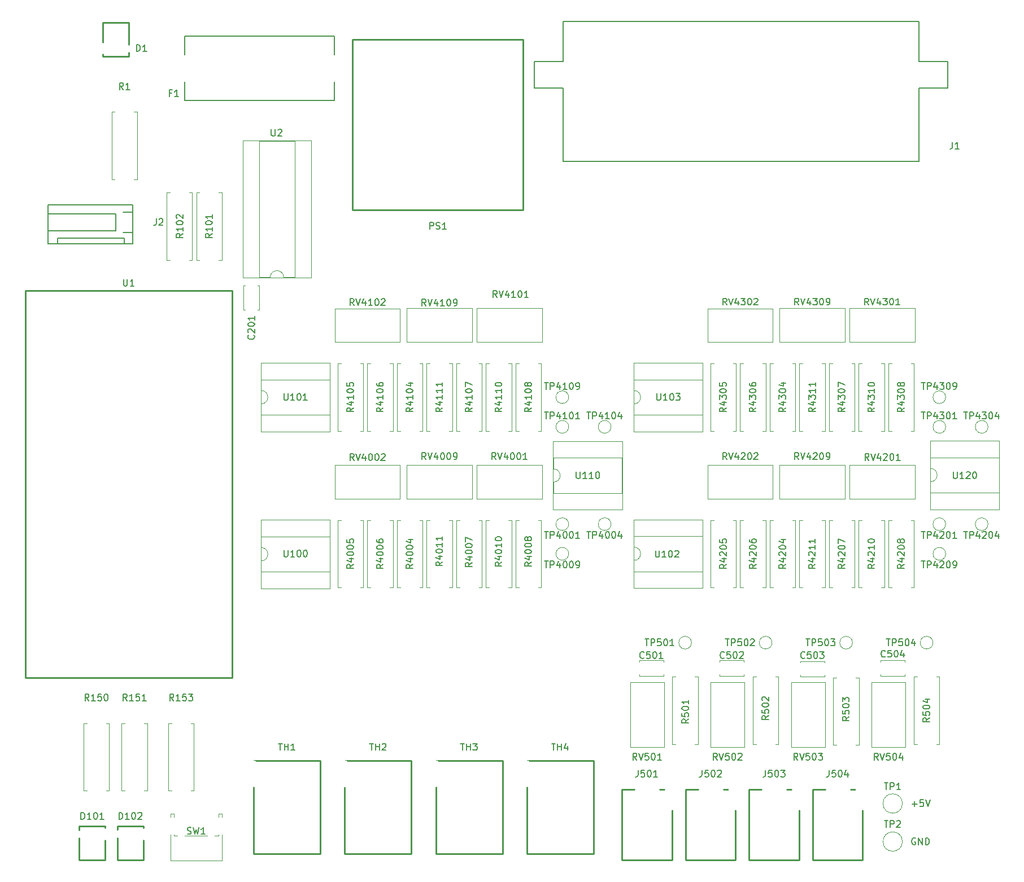
<source format=gto>
G04 #@! TF.GenerationSoftware,KiCad,Pcbnew,(5.1.4)-1*
G04 #@! TF.CreationDate,2019-09-09T23:59:39+02:00*
G04 #@! TF.ProjectId,BBSensor,42425365-6e73-46f7-922e-6b696361645f,1.0*
G04 #@! TF.SameCoordinates,PXe4e1c0PY8677d40*
G04 #@! TF.FileFunction,Legend,Top*
G04 #@! TF.FilePolarity,Positive*
%FSLAX46Y46*%
G04 Gerber Fmt 4.6, Leading zero omitted, Abs format (unit mm)*
G04 Created by KiCad (PCBNEW (5.1.4)-1) date 2019-09-09 23:59:39*
%MOMM*%
%LPD*%
G04 APERTURE LIST*
%ADD10C,0.150000*%
%ADD11C,0.120000*%
%ADD12C,0.250000*%
%ADD13C,3.102000*%
%ADD14C,3.302000*%
%ADD15C,5.102000*%
%ADD16C,7.102000*%
%ADD17O,2.134000X2.134000*%
%ADD18R,2.134000X2.134000*%
%ADD19O,1.702000X1.702000*%
%ADD20R,1.702000X1.702000*%
%ADD21C,1.602000*%
%ADD22C,1.626000*%
%ADD23O,2.502000X2.502000*%
%ADD24C,2.502000*%
%ADD25C,2.602000*%
%ADD26R,1.602000X1.602000*%
%ADD27O,1.602000X3.602000*%
%ADD28O,3.602000X1.602000*%
%ADD29C,1.542000*%
%ADD30O,2.402000X4.102000*%
%ADD31C,2.102000*%
%ADD32C,1.802000*%
%ADD33O,4.102000X2.402000*%
%ADD34C,2.202000*%
%ADD35C,1.852000*%
%ADD36C,2.802000*%
%ADD37C,1.702000*%
%ADD38C,7.502000*%
G04 APERTURE END LIST*
D10*
X137229404Y3435000D02*
X137134166Y3482620D01*
X136991309Y3482620D01*
X136848452Y3435000D01*
X136753214Y3339762D01*
X136705595Y3244524D01*
X136657976Y3054048D01*
X136657976Y2911191D01*
X136705595Y2720715D01*
X136753214Y2625477D01*
X136848452Y2530239D01*
X136991309Y2482620D01*
X137086547Y2482620D01*
X137229404Y2530239D01*
X137277023Y2577858D01*
X137277023Y2911191D01*
X137086547Y2911191D01*
X137705595Y2482620D02*
X137705595Y3482620D01*
X138277023Y2482620D01*
X138277023Y3482620D01*
X138753214Y2482620D02*
X138753214Y3482620D01*
X138991309Y3482620D01*
X139134166Y3435000D01*
X139229404Y3339762D01*
X139277023Y3244524D01*
X139324642Y3054048D01*
X139324642Y2911191D01*
X139277023Y2720715D01*
X139229404Y2625477D01*
X139134166Y2530239D01*
X138991309Y2482620D01*
X138753214Y2482620D01*
X136705595Y8578572D02*
X137467500Y8578572D01*
X137086547Y8197620D02*
X137086547Y8959524D01*
X138419880Y9197620D02*
X137943690Y9197620D01*
X137896071Y8721429D01*
X137943690Y8769048D01*
X138038928Y8816667D01*
X138277023Y8816667D01*
X138372261Y8769048D01*
X138419880Y8721429D01*
X138467500Y8626191D01*
X138467500Y8388096D01*
X138419880Y8292858D01*
X138372261Y8245239D01*
X138277023Y8197620D01*
X138038928Y8197620D01*
X137943690Y8245239D01*
X137896071Y8292858D01*
X138753214Y9197620D02*
X139086547Y8197620D01*
X139419880Y9197620D01*
X137750000Y115965000D02*
X137750000Y104965000D01*
X84450000Y115965000D02*
X84450000Y104965000D01*
X80100000Y119965000D02*
X80100000Y115965000D01*
X80100000Y115965000D02*
X84450000Y115965000D01*
X80100000Y119965000D02*
X84450000Y119965000D01*
X142100000Y119965000D02*
X137750000Y119965000D01*
X142100000Y115965000D02*
X137750000Y115965000D01*
X142100000Y119965000D02*
X142100000Y115965000D01*
X137750000Y125965000D02*
X137750000Y119965000D01*
X84450000Y125965000D02*
X84450000Y119965000D01*
X84450000Y104965000D02*
X137750000Y104965000D01*
X84450000Y125965000D02*
X137750000Y125965000D01*
X18620000Y93451500D02*
X8620000Y93451500D01*
X7185000Y98451500D02*
X7185000Y92651500D01*
X17385000Y97121500D02*
X7185000Y97121500D01*
X19935000Y98451500D02*
X19935000Y92651500D01*
X19935000Y97401500D02*
X18455000Y97401500D01*
X17385000Y94581500D02*
X17385000Y97121500D01*
X19935000Y94301500D02*
X18455000Y94301500D01*
X17385000Y94581500D02*
X7185000Y94581500D01*
X19935000Y92651500D02*
X7185000Y92651500D01*
X19935000Y98451500D02*
X7185000Y98451500D01*
X18620000Y93451500D02*
X18620000Y92651500D01*
X8620000Y93451500D02*
X8620000Y92651500D01*
D11*
X82910000Y63002500D02*
X82910000Y52722500D01*
X93310000Y63002500D02*
X82910000Y63002500D01*
X93310000Y52722500D02*
X93310000Y63002500D01*
X82910000Y52722500D02*
X93310000Y52722500D01*
X82970000Y60512500D02*
X82970000Y58862500D01*
X93250000Y60512500D02*
X82970000Y60512500D01*
X93250000Y55212500D02*
X93250000Y60512500D01*
X82970000Y55212500D02*
X93250000Y55212500D01*
X82970000Y56862500D02*
X82970000Y55212500D01*
X82970000Y58862500D02*
G75*
G02X82970000Y56862500I0J-1000000D01*
G01*
X141765000Y69610000D02*
G75*
G03X141765000Y69610000I-950000J0D01*
G01*
X148115000Y65165000D02*
G75*
G03X148115000Y65165000I-950000J0D01*
G01*
X141765000Y65165000D02*
G75*
G03X141765000Y65165000I-950000J0D01*
G01*
X141765000Y46115000D02*
G75*
G03X141765000Y46115000I-950000J0D01*
G01*
X148115000Y50560000D02*
G75*
G03X148115000Y50560000I-950000J0D01*
G01*
X141765000Y50560000D02*
G75*
G03X141765000Y50560000I-950000J0D01*
G01*
X85250000Y69610000D02*
G75*
G03X85250000Y69610000I-950000J0D01*
G01*
X91600000Y65165000D02*
G75*
G03X91600000Y65165000I-950000J0D01*
G01*
X85250000Y65165000D02*
G75*
G03X85250000Y65165000I-950000J0D01*
G01*
X85250000Y46115000D02*
G75*
G03X85250000Y46115000I-950000J0D01*
G01*
X91600000Y50560000D02*
G75*
G03X91600000Y50560000I-950000J0D01*
G01*
X85250000Y50560000D02*
G75*
G03X85250000Y50560000I-950000J0D01*
G01*
X139860000Y32780000D02*
G75*
G03X139860000Y32780000I-950000J0D01*
G01*
X127795000Y32780000D02*
G75*
G03X127795000Y32780000I-950000J0D01*
G01*
X115730000Y32780000D02*
G75*
G03X115730000Y32780000I-950000J0D01*
G01*
X103665000Y32780000D02*
G75*
G03X103665000Y32780000I-950000J0D01*
G01*
D12*
X3790000Y85565000D02*
X3790000Y27545000D01*
X34790000Y27545000D02*
X34790000Y85565000D01*
X34790000Y85565000D02*
X3790000Y85565000D01*
X34790000Y27545000D02*
X3790000Y27545000D01*
D11*
X28830000Y100350000D02*
X28350000Y100350000D01*
X28830000Y90210000D02*
X28830000Y100350000D01*
X28350000Y90210000D02*
X28830000Y90210000D01*
X24990000Y100350000D02*
X25470000Y100350000D01*
X24990000Y90210000D02*
X24990000Y100350000D01*
X25470000Y90210000D02*
X24990000Y90210000D01*
X33275000Y100350000D02*
X32795000Y100350000D01*
X33275000Y90210000D02*
X33275000Y100350000D01*
X32795000Y90210000D02*
X33275000Y90210000D01*
X29435000Y100350000D02*
X29915000Y100350000D01*
X29435000Y90210000D02*
X29435000Y100350000D01*
X29915000Y90210000D02*
X29435000Y90210000D01*
X135280000Y2935000D02*
G75*
G03X135280000Y2935000I-1450000J0D01*
G01*
X135280000Y8650000D02*
G75*
G03X135280000Y8650000I-1450000J0D01*
G01*
D12*
X15455000Y120750000D02*
X15455000Y121050000D01*
X19355000Y120750000D02*
X19355000Y121350000D01*
X15455000Y122850000D02*
X15455000Y125850000D01*
X19355000Y125850000D02*
X19355000Y122550000D01*
X15455000Y120750000D02*
X19355000Y120750000D01*
X15455000Y125850000D02*
X19355000Y125850000D01*
X98900000Y10747500D02*
X99600000Y10747500D01*
X93250000Y10747500D02*
X95100000Y10747500D01*
X93250000Y147500D02*
X93250000Y10747500D01*
X100750000Y147500D02*
X100750000Y7647500D01*
X100750000Y147500D02*
X93250000Y147500D01*
X15785000Y5278000D02*
X15785000Y4978000D01*
X11885000Y5278000D02*
X11885000Y4678000D01*
X15785000Y3178000D02*
X15785000Y178000D01*
X11885000Y178000D02*
X11885000Y3478000D01*
X15785000Y5278000D02*
X11885000Y5278000D01*
X15785000Y178000D02*
X11885000Y178000D01*
X21500000Y5278000D02*
X21500000Y4978000D01*
X17600000Y5278000D02*
X17600000Y4678000D01*
X21500000Y3178000D02*
X21500000Y178000D01*
X17600000Y178000D02*
X17600000Y3478000D01*
X21500000Y5278000D02*
X17600000Y5278000D01*
X21500000Y178000D02*
X17600000Y178000D01*
X127475000Y10747500D02*
X128175000Y10747500D01*
X121825000Y10747500D02*
X123675000Y10747500D01*
X121825000Y147500D02*
X121825000Y10747500D01*
X129325000Y147500D02*
X129325000Y7647500D01*
X129325000Y147500D02*
X121825000Y147500D01*
X117950000Y10747500D02*
X118650000Y10747500D01*
X112300000Y10747500D02*
X114150000Y10747500D01*
X112300000Y147500D02*
X112300000Y10747500D01*
X119800000Y147500D02*
X119800000Y7647500D01*
X119800000Y147500D02*
X112300000Y147500D01*
X108425000Y10747500D02*
X109125000Y10747500D01*
X102775000Y10747500D02*
X104625000Y10747500D01*
X102775000Y147500D02*
X102775000Y10747500D01*
X110275000Y147500D02*
X110275000Y7647500D01*
X110275000Y147500D02*
X102775000Y147500D01*
D11*
X130665000Y26870000D02*
X135735000Y26870000D01*
X130665000Y17100000D02*
X135735000Y17100000D01*
X135735000Y17100000D02*
X135735000Y26870000D01*
X130665000Y17100000D02*
X130665000Y26870000D01*
X118600000Y26870000D02*
X123670000Y26870000D01*
X118600000Y17100000D02*
X123670000Y17100000D01*
X123670000Y17100000D02*
X123670000Y26870000D01*
X118600000Y17100000D02*
X118600000Y26870000D01*
X106535000Y26870000D02*
X111605000Y26870000D01*
X106535000Y17100000D02*
X111605000Y17100000D01*
X111605000Y17100000D02*
X111605000Y26870000D01*
X106535000Y17100000D02*
X106535000Y26870000D01*
X94470000Y26870000D02*
X99540000Y26870000D01*
X94470000Y17100000D02*
X99540000Y17100000D01*
X99540000Y17100000D02*
X99540000Y26870000D01*
X94470000Y17100000D02*
X94470000Y26870000D01*
X139425000Y63066000D02*
X139425000Y52786000D01*
X149825000Y63066000D02*
X139425000Y63066000D01*
X149825000Y52786000D02*
X149825000Y63066000D01*
X139425000Y52786000D02*
X149825000Y52786000D01*
X139485000Y60576000D02*
X139485000Y58926000D01*
X149765000Y60576000D02*
X139485000Y60576000D01*
X149765000Y55276000D02*
X149765000Y60576000D01*
X139485000Y55276000D02*
X149765000Y55276000D01*
X139485000Y56926000D02*
X139485000Y55276000D01*
X139485000Y58926000D02*
G75*
G02X139485000Y56926000I0J-1000000D01*
G01*
X94975000Y74750000D02*
X94975000Y64470000D01*
X105375000Y74750000D02*
X94975000Y74750000D01*
X105375000Y64470000D02*
X105375000Y74750000D01*
X94975000Y64470000D02*
X105375000Y64470000D01*
X95035000Y72260000D02*
X95035000Y70610000D01*
X105315000Y72260000D02*
X95035000Y72260000D01*
X105315000Y66960000D02*
X105315000Y72260000D01*
X95035000Y66960000D02*
X105315000Y66960000D01*
X95035000Y68610000D02*
X95035000Y66960000D01*
X95035000Y70610000D02*
G75*
G02X95035000Y68610000I0J-1000000D01*
G01*
X94975000Y51255000D02*
X94975000Y40975000D01*
X105375000Y51255000D02*
X94975000Y51255000D01*
X105375000Y40975000D02*
X105375000Y51255000D01*
X94975000Y40975000D02*
X105375000Y40975000D01*
X95035000Y48765000D02*
X95035000Y47115000D01*
X105315000Y48765000D02*
X95035000Y48765000D01*
X105315000Y43465000D02*
X105315000Y48765000D01*
X95035000Y43465000D02*
X105315000Y43465000D01*
X95035000Y45115000D02*
X95035000Y43465000D01*
X95035000Y47115000D02*
G75*
G02X95035000Y45115000I0J-1000000D01*
G01*
X39095000Y74750000D02*
X39095000Y64470000D01*
X49495000Y74750000D02*
X39095000Y74750000D01*
X49495000Y64470000D02*
X49495000Y74750000D01*
X39095000Y64470000D02*
X49495000Y64470000D01*
X39155000Y72260000D02*
X39155000Y70610000D01*
X49435000Y72260000D02*
X39155000Y72260000D01*
X49435000Y66960000D02*
X49435000Y72260000D01*
X39155000Y66960000D02*
X49435000Y66960000D01*
X39155000Y68610000D02*
X39155000Y66960000D01*
X39155000Y70610000D02*
G75*
G02X39155000Y68610000I0J-1000000D01*
G01*
X39095000Y51191500D02*
X39095000Y40911500D01*
X49495000Y51191500D02*
X39095000Y51191500D01*
X49495000Y40911500D02*
X49495000Y51191500D01*
X39095000Y40911500D02*
X49495000Y40911500D01*
X39155000Y48701500D02*
X39155000Y47051500D01*
X49435000Y48701500D02*
X39155000Y48701500D01*
X49435000Y43401500D02*
X49435000Y48701500D01*
X39155000Y43401500D02*
X49435000Y43401500D01*
X39155000Y45051500D02*
X39155000Y43401500D01*
X39155000Y47051500D02*
G75*
G02X39155000Y45051500I0J-1000000D01*
G01*
X36375000Y87540000D02*
X46655000Y87540000D01*
X36375000Y108100000D02*
X36375000Y87540000D01*
X46655000Y108100000D02*
X36375000Y108100000D01*
X46655000Y87540000D02*
X46655000Y108100000D01*
X38865000Y87600000D02*
X40515000Y87600000D01*
X38865000Y108040000D02*
X38865000Y87600000D01*
X44165000Y108040000D02*
X38865000Y108040000D01*
X44165000Y87600000D02*
X44165000Y108040000D01*
X42515000Y87600000D02*
X44165000Y87600000D01*
X40515000Y87600000D02*
G75*
G02X42515000Y87600000I1000000J0D01*
G01*
D12*
X88982500Y1094000D02*
X78982500Y1094000D01*
X88982500Y15094000D02*
X78982500Y15094000D01*
X78982500Y1094000D02*
X78982500Y11094000D01*
X88982500Y1094000D02*
X88982500Y15094000D01*
X75330000Y1094000D02*
X65330000Y1094000D01*
X75330000Y15094000D02*
X65330000Y15094000D01*
X65330000Y1094000D02*
X65330000Y11094000D01*
X75330000Y1094000D02*
X75330000Y15094000D01*
X61677500Y1094000D02*
X51677500Y1094000D01*
X61677500Y15094000D02*
X51677500Y15094000D01*
X51677500Y1094000D02*
X51677500Y11094000D01*
X61677500Y1094000D02*
X61677500Y15094000D01*
X48025000Y1094000D02*
X38025000Y1094000D01*
X48025000Y15094000D02*
X38025000Y15094000D01*
X38025000Y1094000D02*
X38025000Y11094000D01*
X48025000Y1094000D02*
X48025000Y15094000D01*
D11*
X31114000Y3794000D02*
X27714000Y3794000D01*
X32754000Y3794000D02*
X32214000Y3794000D01*
X25554000Y6624000D02*
X25554000Y7134000D01*
X26074000Y7134000D02*
X25554000Y7134000D01*
X26074000Y6624000D02*
X26074000Y7134000D01*
X26614000Y3794000D02*
X26074000Y3794000D01*
X33274000Y6624000D02*
X33274000Y7134000D01*
X32754000Y6624000D02*
X32754000Y7134000D01*
X26074000Y3794000D02*
X26074000Y4024000D01*
X33274000Y124000D02*
X33274000Y4024000D01*
X33274000Y7134000D02*
X32754000Y7134000D01*
X25554000Y124000D02*
X25554000Y4024000D01*
X33274000Y124000D02*
X25554000Y124000D01*
X32754000Y3794000D02*
X32754000Y4024000D01*
X116880000Y77875000D02*
X116880000Y82945000D01*
X126650000Y77875000D02*
X126650000Y82945000D01*
X126650000Y82945000D02*
X116880000Y82945000D01*
X126650000Y77875000D02*
X116880000Y77875000D01*
X115855000Y82935000D02*
X115855000Y77865000D01*
X106085000Y82935000D02*
X106085000Y77865000D01*
X106085000Y77865000D02*
X115855000Y77865000D01*
X106085000Y82935000D02*
X115855000Y82935000D01*
X127357500Y77875000D02*
X127357500Y82945000D01*
X137127500Y77875000D02*
X137127500Y82945000D01*
X137127500Y82945000D02*
X127357500Y82945000D01*
X137127500Y77875000D02*
X127357500Y77875000D01*
X116880000Y54380000D02*
X116880000Y59450000D01*
X126650000Y54380000D02*
X126650000Y59450000D01*
X126650000Y59450000D02*
X116880000Y59450000D01*
X126650000Y54380000D02*
X116880000Y54380000D01*
X115855000Y59440000D02*
X115855000Y54370000D01*
X106085000Y59440000D02*
X106085000Y54370000D01*
X106085000Y54370000D02*
X115855000Y54370000D01*
X106085000Y59440000D02*
X115855000Y59440000D01*
X127357500Y54380000D02*
X127357500Y59450000D01*
X137127500Y54380000D02*
X137127500Y59450000D01*
X137127500Y59450000D02*
X127357500Y59450000D01*
X137127500Y54380000D02*
X127357500Y54380000D01*
X61000000Y77875000D02*
X61000000Y82945000D01*
X70770000Y77875000D02*
X70770000Y82945000D01*
X70770000Y82945000D02*
X61000000Y82945000D01*
X70770000Y77875000D02*
X61000000Y77875000D01*
X59975000Y82935000D02*
X59975000Y77865000D01*
X50205000Y82935000D02*
X50205000Y77865000D01*
X50205000Y77865000D02*
X59975000Y77865000D01*
X50205000Y82935000D02*
X59975000Y82935000D01*
X71477500Y77875000D02*
X71477500Y82945000D01*
X81247500Y77875000D02*
X81247500Y82945000D01*
X81247500Y82945000D02*
X71477500Y82945000D01*
X81247500Y77875000D02*
X71477500Y77875000D01*
X61000000Y54380000D02*
X61000000Y59450000D01*
X70770000Y54380000D02*
X70770000Y59450000D01*
X70770000Y59450000D02*
X61000000Y59450000D01*
X70770000Y54380000D02*
X61000000Y54380000D01*
X59975000Y59440000D02*
X59975000Y54370000D01*
X50205000Y59440000D02*
X50205000Y54370000D01*
X50205000Y54370000D02*
X59975000Y54370000D01*
X50205000Y59440000D02*
X59975000Y59440000D01*
X71477500Y54380000D02*
X71477500Y59450000D01*
X81247500Y54380000D02*
X81247500Y59450000D01*
X81247500Y59450000D02*
X71477500Y59450000D01*
X81247500Y54380000D02*
X71477500Y54380000D01*
X123685000Y74680000D02*
X123205000Y74680000D01*
X123685000Y64540000D02*
X123685000Y74680000D01*
X123205000Y64540000D02*
X123685000Y64540000D01*
X119845000Y74680000D02*
X120325000Y74680000D01*
X119845000Y64540000D02*
X119845000Y74680000D01*
X120325000Y64540000D02*
X119845000Y64540000D01*
X128735000Y64540000D02*
X129215000Y64540000D01*
X128735000Y74680000D02*
X128735000Y64540000D01*
X129215000Y74680000D02*
X128735000Y74680000D01*
X132575000Y64540000D02*
X132095000Y64540000D01*
X132575000Y74680000D02*
X132575000Y64540000D01*
X132095000Y74680000D02*
X132575000Y74680000D01*
X137020000Y74680000D02*
X136540000Y74680000D01*
X137020000Y64540000D02*
X137020000Y74680000D01*
X136540000Y64540000D02*
X137020000Y64540000D01*
X133180000Y74680000D02*
X133660000Y74680000D01*
X133180000Y64540000D02*
X133180000Y74680000D01*
X133660000Y64540000D02*
X133180000Y64540000D01*
X124290000Y64540000D02*
X124770000Y64540000D01*
X124290000Y74680000D02*
X124290000Y64540000D01*
X124770000Y74680000D02*
X124290000Y74680000D01*
X128130000Y64540000D02*
X127650000Y64540000D01*
X128130000Y74680000D02*
X128130000Y64540000D01*
X127650000Y74680000D02*
X128130000Y74680000D01*
X110955000Y64540000D02*
X111435000Y64540000D01*
X110955000Y74680000D02*
X110955000Y64540000D01*
X111435000Y74680000D02*
X110955000Y74680000D01*
X114795000Y64540000D02*
X114315000Y64540000D01*
X114795000Y74680000D02*
X114795000Y64540000D01*
X114315000Y74680000D02*
X114795000Y74680000D01*
X110350000Y74680000D02*
X109870000Y74680000D01*
X110350000Y64540000D02*
X110350000Y74680000D01*
X109870000Y64540000D02*
X110350000Y64540000D01*
X106510000Y74680000D02*
X106990000Y74680000D01*
X106510000Y64540000D02*
X106510000Y74680000D01*
X106990000Y64540000D02*
X106510000Y64540000D01*
X119240000Y74680000D02*
X118760000Y74680000D01*
X119240000Y64540000D02*
X119240000Y74680000D01*
X118760000Y64540000D02*
X119240000Y64540000D01*
X115400000Y74680000D02*
X115880000Y74680000D01*
X115400000Y64540000D02*
X115400000Y74680000D01*
X115880000Y64540000D02*
X115400000Y64540000D01*
X123685000Y51185000D02*
X123205000Y51185000D01*
X123685000Y41045000D02*
X123685000Y51185000D01*
X123205000Y41045000D02*
X123685000Y41045000D01*
X119845000Y51185000D02*
X120325000Y51185000D01*
X119845000Y41045000D02*
X119845000Y51185000D01*
X120325000Y41045000D02*
X119845000Y41045000D01*
X128735000Y41045000D02*
X129215000Y41045000D01*
X128735000Y51185000D02*
X128735000Y41045000D01*
X129215000Y51185000D02*
X128735000Y51185000D01*
X132575000Y41045000D02*
X132095000Y41045000D01*
X132575000Y51185000D02*
X132575000Y41045000D01*
X132095000Y51185000D02*
X132575000Y51185000D01*
X137020000Y51185000D02*
X136540000Y51185000D01*
X137020000Y41045000D02*
X137020000Y51185000D01*
X136540000Y41045000D02*
X137020000Y41045000D01*
X133180000Y51185000D02*
X133660000Y51185000D01*
X133180000Y41045000D02*
X133180000Y51185000D01*
X133660000Y41045000D02*
X133180000Y41045000D01*
X124290000Y41045000D02*
X124770000Y41045000D01*
X124290000Y51185000D02*
X124290000Y41045000D01*
X124770000Y51185000D02*
X124290000Y51185000D01*
X128130000Y41045000D02*
X127650000Y41045000D01*
X128130000Y51185000D02*
X128130000Y41045000D01*
X127650000Y51185000D02*
X128130000Y51185000D01*
X110955000Y41045000D02*
X111435000Y41045000D01*
X110955000Y51185000D02*
X110955000Y41045000D01*
X111435000Y51185000D02*
X110955000Y51185000D01*
X114795000Y41045000D02*
X114315000Y41045000D01*
X114795000Y51185000D02*
X114795000Y41045000D01*
X114315000Y51185000D02*
X114795000Y51185000D01*
X110350000Y51185000D02*
X109870000Y51185000D01*
X110350000Y41045000D02*
X110350000Y51185000D01*
X109870000Y41045000D02*
X110350000Y41045000D01*
X106510000Y51185000D02*
X106990000Y51185000D01*
X106510000Y41045000D02*
X106510000Y51185000D01*
X106990000Y41045000D02*
X106510000Y41045000D01*
X119240000Y51185000D02*
X118760000Y51185000D01*
X119240000Y41045000D02*
X119240000Y51185000D01*
X118760000Y41045000D02*
X119240000Y41045000D01*
X115400000Y51185000D02*
X115880000Y51185000D01*
X115400000Y41045000D02*
X115400000Y51185000D01*
X115880000Y41045000D02*
X115400000Y41045000D01*
X67805000Y74680000D02*
X67325000Y74680000D01*
X67805000Y64540000D02*
X67805000Y74680000D01*
X67325000Y64540000D02*
X67805000Y64540000D01*
X63965000Y74680000D02*
X64445000Y74680000D01*
X63965000Y64540000D02*
X63965000Y74680000D01*
X64445000Y64540000D02*
X63965000Y64540000D01*
X72855000Y64540000D02*
X73335000Y64540000D01*
X72855000Y74680000D02*
X72855000Y64540000D01*
X73335000Y74680000D02*
X72855000Y74680000D01*
X76695000Y64540000D02*
X76215000Y64540000D01*
X76695000Y74680000D02*
X76695000Y64540000D01*
X76215000Y74680000D02*
X76695000Y74680000D01*
X81140000Y74680000D02*
X80660000Y74680000D01*
X81140000Y64540000D02*
X81140000Y74680000D01*
X80660000Y64540000D02*
X81140000Y64540000D01*
X77300000Y74680000D02*
X77780000Y74680000D01*
X77300000Y64540000D02*
X77300000Y74680000D01*
X77780000Y64540000D02*
X77300000Y64540000D01*
X68410000Y64540000D02*
X68890000Y64540000D01*
X68410000Y74680000D02*
X68410000Y64540000D01*
X68890000Y74680000D02*
X68410000Y74680000D01*
X72250000Y64540000D02*
X71770000Y64540000D01*
X72250000Y74680000D02*
X72250000Y64540000D01*
X71770000Y74680000D02*
X72250000Y74680000D01*
X55075000Y64540000D02*
X55555000Y64540000D01*
X55075000Y74680000D02*
X55075000Y64540000D01*
X55555000Y74680000D02*
X55075000Y74680000D01*
X58915000Y64540000D02*
X58435000Y64540000D01*
X58915000Y74680000D02*
X58915000Y64540000D01*
X58435000Y74680000D02*
X58915000Y74680000D01*
X54470000Y74680000D02*
X53990000Y74680000D01*
X54470000Y64540000D02*
X54470000Y74680000D01*
X53990000Y64540000D02*
X54470000Y64540000D01*
X50630000Y74680000D02*
X51110000Y74680000D01*
X50630000Y64540000D02*
X50630000Y74680000D01*
X51110000Y64540000D02*
X50630000Y64540000D01*
X63360000Y74680000D02*
X62880000Y74680000D01*
X63360000Y64540000D02*
X63360000Y74680000D01*
X62880000Y64540000D02*
X63360000Y64540000D01*
X59520000Y74680000D02*
X60000000Y74680000D01*
X59520000Y64540000D02*
X59520000Y74680000D01*
X60000000Y64540000D02*
X59520000Y64540000D01*
X67805000Y51185000D02*
X67325000Y51185000D01*
X67805000Y41045000D02*
X67805000Y51185000D01*
X67325000Y41045000D02*
X67805000Y41045000D01*
X63965000Y51185000D02*
X64445000Y51185000D01*
X63965000Y41045000D02*
X63965000Y51185000D01*
X64445000Y41045000D02*
X63965000Y41045000D01*
X72855000Y41045000D02*
X73335000Y41045000D01*
X72855000Y51185000D02*
X72855000Y41045000D01*
X73335000Y51185000D02*
X72855000Y51185000D01*
X76695000Y41045000D02*
X76215000Y41045000D01*
X76695000Y51185000D02*
X76695000Y41045000D01*
X76215000Y51185000D02*
X76695000Y51185000D01*
X81140000Y51185000D02*
X80660000Y51185000D01*
X81140000Y41045000D02*
X81140000Y51185000D01*
X80660000Y41045000D02*
X81140000Y41045000D01*
X77300000Y51185000D02*
X77780000Y51185000D01*
X77300000Y41045000D02*
X77300000Y51185000D01*
X77780000Y41045000D02*
X77300000Y41045000D01*
X68410000Y41045000D02*
X68890000Y41045000D01*
X68410000Y51185000D02*
X68410000Y41045000D01*
X68890000Y51185000D02*
X68410000Y51185000D01*
X72250000Y41045000D02*
X71770000Y41045000D01*
X72250000Y51185000D02*
X72250000Y41045000D01*
X71770000Y51185000D02*
X72250000Y51185000D01*
X55075000Y41045000D02*
X55555000Y41045000D01*
X55075000Y51185000D02*
X55075000Y41045000D01*
X55555000Y51185000D02*
X55075000Y51185000D01*
X58915000Y41045000D02*
X58435000Y41045000D01*
X58915000Y51185000D02*
X58915000Y41045000D01*
X58435000Y51185000D02*
X58915000Y51185000D01*
X54470000Y51185000D02*
X53990000Y51185000D01*
X54470000Y41045000D02*
X54470000Y51185000D01*
X53990000Y41045000D02*
X54470000Y41045000D01*
X50630000Y51185000D02*
X51110000Y51185000D01*
X50630000Y41045000D02*
X50630000Y51185000D01*
X51110000Y41045000D02*
X50630000Y41045000D01*
X63360000Y51185000D02*
X62880000Y51185000D01*
X63360000Y41045000D02*
X63360000Y51185000D01*
X62880000Y41045000D02*
X63360000Y41045000D01*
X59520000Y51185000D02*
X60000000Y51185000D01*
X59520000Y41045000D02*
X59520000Y51185000D01*
X60000000Y41045000D02*
X59520000Y41045000D01*
X136990000Y17550000D02*
X137470000Y17550000D01*
X136990000Y27690000D02*
X136990000Y17550000D01*
X137470000Y27690000D02*
X136990000Y27690000D01*
X140830000Y17550000D02*
X140350000Y17550000D01*
X140830000Y27690000D02*
X140830000Y17550000D01*
X140350000Y27690000D02*
X140830000Y27690000D01*
X124925000Y17423000D02*
X125405000Y17423000D01*
X124925000Y27563000D02*
X124925000Y17423000D01*
X125405000Y27563000D02*
X124925000Y27563000D01*
X128765000Y17423000D02*
X128285000Y17423000D01*
X128765000Y27563000D02*
X128765000Y17423000D01*
X128285000Y27563000D02*
X128765000Y27563000D01*
X112860000Y17550000D02*
X113340000Y17550000D01*
X112860000Y27690000D02*
X112860000Y17550000D01*
X113340000Y27690000D02*
X112860000Y27690000D01*
X116700000Y17550000D02*
X116220000Y17550000D01*
X116700000Y27690000D02*
X116700000Y17550000D01*
X116220000Y27690000D02*
X116700000Y27690000D01*
X100795000Y17550000D02*
X101275000Y17550000D01*
X100795000Y27690000D02*
X100795000Y17550000D01*
X101275000Y27690000D02*
X100795000Y27690000D01*
X104635000Y17550000D02*
X104155000Y17550000D01*
X104635000Y27690000D02*
X104635000Y17550000D01*
X104155000Y27690000D02*
X104635000Y27690000D01*
X29070000Y20705000D02*
X28590000Y20705000D01*
X29070000Y10565000D02*
X29070000Y20705000D01*
X28590000Y10565000D02*
X29070000Y10565000D01*
X25230000Y20705000D02*
X25710000Y20705000D01*
X25230000Y10565000D02*
X25230000Y20705000D01*
X25710000Y10565000D02*
X25230000Y10565000D01*
X18245000Y10565000D02*
X18725000Y10565000D01*
X18245000Y20705000D02*
X18245000Y10565000D01*
X18725000Y20705000D02*
X18245000Y20705000D01*
X22085000Y10565000D02*
X21605000Y10565000D01*
X22085000Y20705000D02*
X22085000Y10565000D01*
X21605000Y20705000D02*
X22085000Y20705000D01*
X12530000Y10565000D02*
X13010000Y10565000D01*
X12530000Y20705000D02*
X12530000Y10565000D01*
X13010000Y20705000D02*
X12530000Y20705000D01*
X16370000Y10565000D02*
X15890000Y10565000D01*
X16370000Y20705000D02*
X16370000Y10565000D01*
X15890000Y20705000D02*
X16370000Y20705000D01*
X16735000Y102275000D02*
X17215000Y102275000D01*
X16735000Y112415000D02*
X16735000Y102275000D01*
X17215000Y112415000D02*
X16735000Y112415000D01*
X20575000Y102275000D02*
X20095000Y102275000D01*
X20575000Y112415000D02*
X20575000Y102275000D01*
X20095000Y112415000D02*
X20575000Y112415000D01*
D12*
X78445000Y97720000D02*
X52845000Y97720000D01*
X78445000Y123320000D02*
X52845000Y123320000D01*
X52845000Y123320000D02*
X52845000Y97720000D01*
X78445000Y123320000D02*
X78445000Y97720000D01*
D10*
X27672000Y114165500D02*
X27672000Y116965500D01*
X27672000Y114165500D02*
X50172000Y114165500D01*
X27672000Y123765500D02*
X50172000Y123765500D01*
X27672000Y120965500D02*
X27672000Y123765500D01*
X50172000Y120965500D02*
X50172000Y123765500D01*
X50172000Y114165500D02*
X50172000Y116965500D01*
D11*
X132030000Y29895000D02*
X132030000Y30140000D01*
X132030000Y27800000D02*
X132030000Y28045000D01*
X135670000Y29895000D02*
X135670000Y30140000D01*
X135670000Y27800000D02*
X135670000Y28045000D01*
X135670000Y30140000D02*
X132030000Y30140000D01*
X135670000Y27800000D02*
X132030000Y27800000D01*
X119965000Y29768000D02*
X119965000Y30013000D01*
X119965000Y27673000D02*
X119965000Y27918000D01*
X123605000Y29768000D02*
X123605000Y30013000D01*
X123605000Y27673000D02*
X123605000Y27918000D01*
X123605000Y30013000D02*
X119965000Y30013000D01*
X123605000Y27673000D02*
X119965000Y27673000D01*
X107900000Y29895000D02*
X107900000Y30140000D01*
X107900000Y27800000D02*
X107900000Y28045000D01*
X111540000Y29895000D02*
X111540000Y30140000D01*
X111540000Y27800000D02*
X111540000Y28045000D01*
X111540000Y30140000D02*
X107900000Y30140000D01*
X111540000Y27800000D02*
X107900000Y27800000D01*
X95835000Y29895000D02*
X95835000Y30140000D01*
X95835000Y27800000D02*
X95835000Y28045000D01*
X99475000Y29895000D02*
X99475000Y30140000D01*
X99475000Y27800000D02*
X99475000Y28045000D01*
X99475000Y30140000D02*
X95835000Y30140000D01*
X99475000Y27800000D02*
X95835000Y27800000D01*
X36780000Y82685000D02*
X36535000Y82685000D01*
X38875000Y82685000D02*
X38630000Y82685000D01*
X36780000Y86325000D02*
X36535000Y86325000D01*
X38875000Y86325000D02*
X38630000Y86325000D01*
X36535000Y86325000D02*
X36535000Y82685000D01*
X38875000Y86325000D02*
X38875000Y82685000D01*
D10*
X142781666Y107892620D02*
X142781666Y107178334D01*
X142734047Y107035477D01*
X142638809Y106940239D01*
X142495952Y106892620D01*
X142400714Y106892620D01*
X143781666Y106892620D02*
X143210238Y106892620D01*
X143495952Y106892620D02*
X143495952Y107892620D01*
X143400714Y107749762D01*
X143305476Y107654524D01*
X143210238Y107606905D01*
X23421666Y96399120D02*
X23421666Y95684834D01*
X23374047Y95541977D01*
X23278809Y95446739D01*
X23135952Y95399120D01*
X23040714Y95399120D01*
X23850238Y96303881D02*
X23897857Y96351500D01*
X23993095Y96399120D01*
X24231190Y96399120D01*
X24326428Y96351500D01*
X24374047Y96303881D01*
X24421666Y96208643D01*
X24421666Y96113405D01*
X24374047Y95970548D01*
X23802619Y95399120D01*
X24421666Y95399120D01*
X86395714Y58410120D02*
X86395714Y57600596D01*
X86443333Y57505358D01*
X86490952Y57457739D01*
X86586190Y57410120D01*
X86776666Y57410120D01*
X86871904Y57457739D01*
X86919523Y57505358D01*
X86967142Y57600596D01*
X86967142Y58410120D01*
X87967142Y57410120D02*
X87395714Y57410120D01*
X87681428Y57410120D02*
X87681428Y58410120D01*
X87586190Y58267262D01*
X87490952Y58172024D01*
X87395714Y58124405D01*
X88919523Y57410120D02*
X88348095Y57410120D01*
X88633809Y57410120D02*
X88633809Y58410120D01*
X88538571Y58267262D01*
X88443333Y58172024D01*
X88348095Y58124405D01*
X89538571Y58410120D02*
X89633809Y58410120D01*
X89729047Y58362500D01*
X89776666Y58314881D01*
X89824285Y58219643D01*
X89871904Y58029167D01*
X89871904Y57791072D01*
X89824285Y57600596D01*
X89776666Y57505358D01*
X89729047Y57457739D01*
X89633809Y57410120D01*
X89538571Y57410120D01*
X89443333Y57457739D01*
X89395714Y57505358D01*
X89348095Y57600596D01*
X89300476Y57791072D01*
X89300476Y58029167D01*
X89348095Y58219643D01*
X89395714Y58314881D01*
X89443333Y58362500D01*
X89538571Y58410120D01*
X138124523Y71805620D02*
X138695952Y71805620D01*
X138410238Y70805620D02*
X138410238Y71805620D01*
X139029285Y70805620D02*
X139029285Y71805620D01*
X139410238Y71805620D01*
X139505476Y71758000D01*
X139553095Y71710381D01*
X139600714Y71615143D01*
X139600714Y71472286D01*
X139553095Y71377048D01*
X139505476Y71329429D01*
X139410238Y71281810D01*
X139029285Y71281810D01*
X140457857Y71472286D02*
X140457857Y70805620D01*
X140219761Y71853239D02*
X139981666Y71138953D01*
X140600714Y71138953D01*
X140886428Y71805620D02*
X141505476Y71805620D01*
X141172142Y71424667D01*
X141315000Y71424667D01*
X141410238Y71377048D01*
X141457857Y71329429D01*
X141505476Y71234191D01*
X141505476Y70996096D01*
X141457857Y70900858D01*
X141410238Y70853239D01*
X141315000Y70805620D01*
X141029285Y70805620D01*
X140934047Y70853239D01*
X140886428Y70900858D01*
X142124523Y71805620D02*
X142219761Y71805620D01*
X142315000Y71758000D01*
X142362619Y71710381D01*
X142410238Y71615143D01*
X142457857Y71424667D01*
X142457857Y71186572D01*
X142410238Y70996096D01*
X142362619Y70900858D01*
X142315000Y70853239D01*
X142219761Y70805620D01*
X142124523Y70805620D01*
X142029285Y70853239D01*
X141981666Y70900858D01*
X141934047Y70996096D01*
X141886428Y71186572D01*
X141886428Y71424667D01*
X141934047Y71615143D01*
X141981666Y71710381D01*
X142029285Y71758000D01*
X142124523Y71805620D01*
X142934047Y70805620D02*
X143124523Y70805620D01*
X143219761Y70853239D01*
X143267380Y70900858D01*
X143362619Y71043715D01*
X143410238Y71234191D01*
X143410238Y71615143D01*
X143362619Y71710381D01*
X143315000Y71758000D01*
X143219761Y71805620D01*
X143029285Y71805620D01*
X142934047Y71758000D01*
X142886428Y71710381D01*
X142838809Y71615143D01*
X142838809Y71377048D01*
X142886428Y71281810D01*
X142934047Y71234191D01*
X143029285Y71186572D01*
X143219761Y71186572D01*
X143315000Y71234191D01*
X143362619Y71281810D01*
X143410238Y71377048D01*
X144474523Y67360620D02*
X145045952Y67360620D01*
X144760238Y66360620D02*
X144760238Y67360620D01*
X145379285Y66360620D02*
X145379285Y67360620D01*
X145760238Y67360620D01*
X145855476Y67313000D01*
X145903095Y67265381D01*
X145950714Y67170143D01*
X145950714Y67027286D01*
X145903095Y66932048D01*
X145855476Y66884429D01*
X145760238Y66836810D01*
X145379285Y66836810D01*
X146807857Y67027286D02*
X146807857Y66360620D01*
X146569761Y67408239D02*
X146331666Y66693953D01*
X146950714Y66693953D01*
X147236428Y67360620D02*
X147855476Y67360620D01*
X147522142Y66979667D01*
X147665000Y66979667D01*
X147760238Y66932048D01*
X147807857Y66884429D01*
X147855476Y66789191D01*
X147855476Y66551096D01*
X147807857Y66455858D01*
X147760238Y66408239D01*
X147665000Y66360620D01*
X147379285Y66360620D01*
X147284047Y66408239D01*
X147236428Y66455858D01*
X148474523Y67360620D02*
X148569761Y67360620D01*
X148665000Y67313000D01*
X148712619Y67265381D01*
X148760238Y67170143D01*
X148807857Y66979667D01*
X148807857Y66741572D01*
X148760238Y66551096D01*
X148712619Y66455858D01*
X148665000Y66408239D01*
X148569761Y66360620D01*
X148474523Y66360620D01*
X148379285Y66408239D01*
X148331666Y66455858D01*
X148284047Y66551096D01*
X148236428Y66741572D01*
X148236428Y66979667D01*
X148284047Y67170143D01*
X148331666Y67265381D01*
X148379285Y67313000D01*
X148474523Y67360620D01*
X149665000Y67027286D02*
X149665000Y66360620D01*
X149426904Y67408239D02*
X149188809Y66693953D01*
X149807857Y66693953D01*
X138124523Y67360620D02*
X138695952Y67360620D01*
X138410238Y66360620D02*
X138410238Y67360620D01*
X139029285Y66360620D02*
X139029285Y67360620D01*
X139410238Y67360620D01*
X139505476Y67313000D01*
X139553095Y67265381D01*
X139600714Y67170143D01*
X139600714Y67027286D01*
X139553095Y66932048D01*
X139505476Y66884429D01*
X139410238Y66836810D01*
X139029285Y66836810D01*
X140457857Y67027286D02*
X140457857Y66360620D01*
X140219761Y67408239D02*
X139981666Y66693953D01*
X140600714Y66693953D01*
X140886428Y67360620D02*
X141505476Y67360620D01*
X141172142Y66979667D01*
X141315000Y66979667D01*
X141410238Y66932048D01*
X141457857Y66884429D01*
X141505476Y66789191D01*
X141505476Y66551096D01*
X141457857Y66455858D01*
X141410238Y66408239D01*
X141315000Y66360620D01*
X141029285Y66360620D01*
X140934047Y66408239D01*
X140886428Y66455858D01*
X142124523Y67360620D02*
X142219761Y67360620D01*
X142315000Y67313000D01*
X142362619Y67265381D01*
X142410238Y67170143D01*
X142457857Y66979667D01*
X142457857Y66741572D01*
X142410238Y66551096D01*
X142362619Y66455858D01*
X142315000Y66408239D01*
X142219761Y66360620D01*
X142124523Y66360620D01*
X142029285Y66408239D01*
X141981666Y66455858D01*
X141934047Y66551096D01*
X141886428Y66741572D01*
X141886428Y66979667D01*
X141934047Y67170143D01*
X141981666Y67265381D01*
X142029285Y67313000D01*
X142124523Y67360620D01*
X143410238Y66360620D02*
X142838809Y66360620D01*
X143124523Y66360620D02*
X143124523Y67360620D01*
X143029285Y67217762D01*
X142934047Y67122524D01*
X142838809Y67074905D01*
X138124523Y45014620D02*
X138695952Y45014620D01*
X138410238Y44014620D02*
X138410238Y45014620D01*
X139029285Y44014620D02*
X139029285Y45014620D01*
X139410238Y45014620D01*
X139505476Y44967000D01*
X139553095Y44919381D01*
X139600714Y44824143D01*
X139600714Y44681286D01*
X139553095Y44586048D01*
X139505476Y44538429D01*
X139410238Y44490810D01*
X139029285Y44490810D01*
X140457857Y44681286D02*
X140457857Y44014620D01*
X140219761Y45062239D02*
X139981666Y44347953D01*
X140600714Y44347953D01*
X140934047Y44919381D02*
X140981666Y44967000D01*
X141076904Y45014620D01*
X141315000Y45014620D01*
X141410238Y44967000D01*
X141457857Y44919381D01*
X141505476Y44824143D01*
X141505476Y44728905D01*
X141457857Y44586048D01*
X140886428Y44014620D01*
X141505476Y44014620D01*
X142124523Y45014620D02*
X142219761Y45014620D01*
X142315000Y44967000D01*
X142362619Y44919381D01*
X142410238Y44824143D01*
X142457857Y44633667D01*
X142457857Y44395572D01*
X142410238Y44205096D01*
X142362619Y44109858D01*
X142315000Y44062239D01*
X142219761Y44014620D01*
X142124523Y44014620D01*
X142029285Y44062239D01*
X141981666Y44109858D01*
X141934047Y44205096D01*
X141886428Y44395572D01*
X141886428Y44633667D01*
X141934047Y44824143D01*
X141981666Y44919381D01*
X142029285Y44967000D01*
X142124523Y45014620D01*
X142934047Y44014620D02*
X143124523Y44014620D01*
X143219761Y44062239D01*
X143267380Y44109858D01*
X143362619Y44252715D01*
X143410238Y44443191D01*
X143410238Y44824143D01*
X143362619Y44919381D01*
X143315000Y44967000D01*
X143219761Y45014620D01*
X143029285Y45014620D01*
X142934047Y44967000D01*
X142886428Y44919381D01*
X142838809Y44824143D01*
X142838809Y44586048D01*
X142886428Y44490810D01*
X142934047Y44443191D01*
X143029285Y44395572D01*
X143219761Y44395572D01*
X143315000Y44443191D01*
X143362619Y44490810D01*
X143410238Y44586048D01*
X144474523Y49459620D02*
X145045952Y49459620D01*
X144760238Y48459620D02*
X144760238Y49459620D01*
X145379285Y48459620D02*
X145379285Y49459620D01*
X145760238Y49459620D01*
X145855476Y49412000D01*
X145903095Y49364381D01*
X145950714Y49269143D01*
X145950714Y49126286D01*
X145903095Y49031048D01*
X145855476Y48983429D01*
X145760238Y48935810D01*
X145379285Y48935810D01*
X146807857Y49126286D02*
X146807857Y48459620D01*
X146569761Y49507239D02*
X146331666Y48792953D01*
X146950714Y48792953D01*
X147284047Y49364381D02*
X147331666Y49412000D01*
X147426904Y49459620D01*
X147665000Y49459620D01*
X147760238Y49412000D01*
X147807857Y49364381D01*
X147855476Y49269143D01*
X147855476Y49173905D01*
X147807857Y49031048D01*
X147236428Y48459620D01*
X147855476Y48459620D01*
X148474523Y49459620D02*
X148569761Y49459620D01*
X148665000Y49412000D01*
X148712619Y49364381D01*
X148760238Y49269143D01*
X148807857Y49078667D01*
X148807857Y48840572D01*
X148760238Y48650096D01*
X148712619Y48554858D01*
X148665000Y48507239D01*
X148569761Y48459620D01*
X148474523Y48459620D01*
X148379285Y48507239D01*
X148331666Y48554858D01*
X148284047Y48650096D01*
X148236428Y48840572D01*
X148236428Y49078667D01*
X148284047Y49269143D01*
X148331666Y49364381D01*
X148379285Y49412000D01*
X148474523Y49459620D01*
X149665000Y49126286D02*
X149665000Y48459620D01*
X149426904Y49507239D02*
X149188809Y48792953D01*
X149807857Y48792953D01*
X138124523Y49459620D02*
X138695952Y49459620D01*
X138410238Y48459620D02*
X138410238Y49459620D01*
X139029285Y48459620D02*
X139029285Y49459620D01*
X139410238Y49459620D01*
X139505476Y49412000D01*
X139553095Y49364381D01*
X139600714Y49269143D01*
X139600714Y49126286D01*
X139553095Y49031048D01*
X139505476Y48983429D01*
X139410238Y48935810D01*
X139029285Y48935810D01*
X140457857Y49126286D02*
X140457857Y48459620D01*
X140219761Y49507239D02*
X139981666Y48792953D01*
X140600714Y48792953D01*
X140934047Y49364381D02*
X140981666Y49412000D01*
X141076904Y49459620D01*
X141315000Y49459620D01*
X141410238Y49412000D01*
X141457857Y49364381D01*
X141505476Y49269143D01*
X141505476Y49173905D01*
X141457857Y49031048D01*
X140886428Y48459620D01*
X141505476Y48459620D01*
X142124523Y49459620D02*
X142219761Y49459620D01*
X142315000Y49412000D01*
X142362619Y49364381D01*
X142410238Y49269143D01*
X142457857Y49078667D01*
X142457857Y48840572D01*
X142410238Y48650096D01*
X142362619Y48554858D01*
X142315000Y48507239D01*
X142219761Y48459620D01*
X142124523Y48459620D01*
X142029285Y48507239D01*
X141981666Y48554858D01*
X141934047Y48650096D01*
X141886428Y48840572D01*
X141886428Y49078667D01*
X141934047Y49269143D01*
X141981666Y49364381D01*
X142029285Y49412000D01*
X142124523Y49459620D01*
X143410238Y48459620D02*
X142838809Y48459620D01*
X143124523Y48459620D02*
X143124523Y49459620D01*
X143029285Y49316762D01*
X142934047Y49221524D01*
X142838809Y49173905D01*
X81609523Y71805620D02*
X82180952Y71805620D01*
X81895238Y70805620D02*
X81895238Y71805620D01*
X82514285Y70805620D02*
X82514285Y71805620D01*
X82895238Y71805620D01*
X82990476Y71758000D01*
X83038095Y71710381D01*
X83085714Y71615143D01*
X83085714Y71472286D01*
X83038095Y71377048D01*
X82990476Y71329429D01*
X82895238Y71281810D01*
X82514285Y71281810D01*
X83942857Y71472286D02*
X83942857Y70805620D01*
X83704761Y71853239D02*
X83466666Y71138953D01*
X84085714Y71138953D01*
X84990476Y70805620D02*
X84419047Y70805620D01*
X84704761Y70805620D02*
X84704761Y71805620D01*
X84609523Y71662762D01*
X84514285Y71567524D01*
X84419047Y71519905D01*
X85609523Y71805620D02*
X85704761Y71805620D01*
X85800000Y71758000D01*
X85847619Y71710381D01*
X85895238Y71615143D01*
X85942857Y71424667D01*
X85942857Y71186572D01*
X85895238Y70996096D01*
X85847619Y70900858D01*
X85800000Y70853239D01*
X85704761Y70805620D01*
X85609523Y70805620D01*
X85514285Y70853239D01*
X85466666Y70900858D01*
X85419047Y70996096D01*
X85371428Y71186572D01*
X85371428Y71424667D01*
X85419047Y71615143D01*
X85466666Y71710381D01*
X85514285Y71758000D01*
X85609523Y71805620D01*
X86419047Y70805620D02*
X86609523Y70805620D01*
X86704761Y70853239D01*
X86752380Y70900858D01*
X86847619Y71043715D01*
X86895238Y71234191D01*
X86895238Y71615143D01*
X86847619Y71710381D01*
X86800000Y71758000D01*
X86704761Y71805620D01*
X86514285Y71805620D01*
X86419047Y71758000D01*
X86371428Y71710381D01*
X86323809Y71615143D01*
X86323809Y71377048D01*
X86371428Y71281810D01*
X86419047Y71234191D01*
X86514285Y71186572D01*
X86704761Y71186572D01*
X86800000Y71234191D01*
X86847619Y71281810D01*
X86895238Y71377048D01*
X87959523Y67360620D02*
X88530952Y67360620D01*
X88245238Y66360620D02*
X88245238Y67360620D01*
X88864285Y66360620D02*
X88864285Y67360620D01*
X89245238Y67360620D01*
X89340476Y67313000D01*
X89388095Y67265381D01*
X89435714Y67170143D01*
X89435714Y67027286D01*
X89388095Y66932048D01*
X89340476Y66884429D01*
X89245238Y66836810D01*
X88864285Y66836810D01*
X90292857Y67027286D02*
X90292857Y66360620D01*
X90054761Y67408239D02*
X89816666Y66693953D01*
X90435714Y66693953D01*
X91340476Y66360620D02*
X90769047Y66360620D01*
X91054761Y66360620D02*
X91054761Y67360620D01*
X90959523Y67217762D01*
X90864285Y67122524D01*
X90769047Y67074905D01*
X91959523Y67360620D02*
X92054761Y67360620D01*
X92150000Y67313000D01*
X92197619Y67265381D01*
X92245238Y67170143D01*
X92292857Y66979667D01*
X92292857Y66741572D01*
X92245238Y66551096D01*
X92197619Y66455858D01*
X92150000Y66408239D01*
X92054761Y66360620D01*
X91959523Y66360620D01*
X91864285Y66408239D01*
X91816666Y66455858D01*
X91769047Y66551096D01*
X91721428Y66741572D01*
X91721428Y66979667D01*
X91769047Y67170143D01*
X91816666Y67265381D01*
X91864285Y67313000D01*
X91959523Y67360620D01*
X93150000Y67027286D02*
X93150000Y66360620D01*
X92911904Y67408239D02*
X92673809Y66693953D01*
X93292857Y66693953D01*
X81609523Y67360620D02*
X82180952Y67360620D01*
X81895238Y66360620D02*
X81895238Y67360620D01*
X82514285Y66360620D02*
X82514285Y67360620D01*
X82895238Y67360620D01*
X82990476Y67313000D01*
X83038095Y67265381D01*
X83085714Y67170143D01*
X83085714Y67027286D01*
X83038095Y66932048D01*
X82990476Y66884429D01*
X82895238Y66836810D01*
X82514285Y66836810D01*
X83942857Y67027286D02*
X83942857Y66360620D01*
X83704761Y67408239D02*
X83466666Y66693953D01*
X84085714Y66693953D01*
X84990476Y66360620D02*
X84419047Y66360620D01*
X84704761Y66360620D02*
X84704761Y67360620D01*
X84609523Y67217762D01*
X84514285Y67122524D01*
X84419047Y67074905D01*
X85609523Y67360620D02*
X85704761Y67360620D01*
X85800000Y67313000D01*
X85847619Y67265381D01*
X85895238Y67170143D01*
X85942857Y66979667D01*
X85942857Y66741572D01*
X85895238Y66551096D01*
X85847619Y66455858D01*
X85800000Y66408239D01*
X85704761Y66360620D01*
X85609523Y66360620D01*
X85514285Y66408239D01*
X85466666Y66455858D01*
X85419047Y66551096D01*
X85371428Y66741572D01*
X85371428Y66979667D01*
X85419047Y67170143D01*
X85466666Y67265381D01*
X85514285Y67313000D01*
X85609523Y67360620D01*
X86895238Y66360620D02*
X86323809Y66360620D01*
X86609523Y66360620D02*
X86609523Y67360620D01*
X86514285Y67217762D01*
X86419047Y67122524D01*
X86323809Y67074905D01*
X81609523Y45014620D02*
X82180952Y45014620D01*
X81895238Y44014620D02*
X81895238Y45014620D01*
X82514285Y44014620D02*
X82514285Y45014620D01*
X82895238Y45014620D01*
X82990476Y44967000D01*
X83038095Y44919381D01*
X83085714Y44824143D01*
X83085714Y44681286D01*
X83038095Y44586048D01*
X82990476Y44538429D01*
X82895238Y44490810D01*
X82514285Y44490810D01*
X83942857Y44681286D02*
X83942857Y44014620D01*
X83704761Y45062239D02*
X83466666Y44347953D01*
X84085714Y44347953D01*
X84657142Y45014620D02*
X84752380Y45014620D01*
X84847619Y44967000D01*
X84895238Y44919381D01*
X84942857Y44824143D01*
X84990476Y44633667D01*
X84990476Y44395572D01*
X84942857Y44205096D01*
X84895238Y44109858D01*
X84847619Y44062239D01*
X84752380Y44014620D01*
X84657142Y44014620D01*
X84561904Y44062239D01*
X84514285Y44109858D01*
X84466666Y44205096D01*
X84419047Y44395572D01*
X84419047Y44633667D01*
X84466666Y44824143D01*
X84514285Y44919381D01*
X84561904Y44967000D01*
X84657142Y45014620D01*
X85609523Y45014620D02*
X85704761Y45014620D01*
X85800000Y44967000D01*
X85847619Y44919381D01*
X85895238Y44824143D01*
X85942857Y44633667D01*
X85942857Y44395572D01*
X85895238Y44205096D01*
X85847619Y44109858D01*
X85800000Y44062239D01*
X85704761Y44014620D01*
X85609523Y44014620D01*
X85514285Y44062239D01*
X85466666Y44109858D01*
X85419047Y44205096D01*
X85371428Y44395572D01*
X85371428Y44633667D01*
X85419047Y44824143D01*
X85466666Y44919381D01*
X85514285Y44967000D01*
X85609523Y45014620D01*
X86419047Y44014620D02*
X86609523Y44014620D01*
X86704761Y44062239D01*
X86752380Y44109858D01*
X86847619Y44252715D01*
X86895238Y44443191D01*
X86895238Y44824143D01*
X86847619Y44919381D01*
X86800000Y44967000D01*
X86704761Y45014620D01*
X86514285Y45014620D01*
X86419047Y44967000D01*
X86371428Y44919381D01*
X86323809Y44824143D01*
X86323809Y44586048D01*
X86371428Y44490810D01*
X86419047Y44443191D01*
X86514285Y44395572D01*
X86704761Y44395572D01*
X86800000Y44443191D01*
X86847619Y44490810D01*
X86895238Y44586048D01*
X87959523Y49459620D02*
X88530952Y49459620D01*
X88245238Y48459620D02*
X88245238Y49459620D01*
X88864285Y48459620D02*
X88864285Y49459620D01*
X89245238Y49459620D01*
X89340476Y49412000D01*
X89388095Y49364381D01*
X89435714Y49269143D01*
X89435714Y49126286D01*
X89388095Y49031048D01*
X89340476Y48983429D01*
X89245238Y48935810D01*
X88864285Y48935810D01*
X90292857Y49126286D02*
X90292857Y48459620D01*
X90054761Y49507239D02*
X89816666Y48792953D01*
X90435714Y48792953D01*
X91007142Y49459620D02*
X91102380Y49459620D01*
X91197619Y49412000D01*
X91245238Y49364381D01*
X91292857Y49269143D01*
X91340476Y49078667D01*
X91340476Y48840572D01*
X91292857Y48650096D01*
X91245238Y48554858D01*
X91197619Y48507239D01*
X91102380Y48459620D01*
X91007142Y48459620D01*
X90911904Y48507239D01*
X90864285Y48554858D01*
X90816666Y48650096D01*
X90769047Y48840572D01*
X90769047Y49078667D01*
X90816666Y49269143D01*
X90864285Y49364381D01*
X90911904Y49412000D01*
X91007142Y49459620D01*
X91959523Y49459620D02*
X92054761Y49459620D01*
X92150000Y49412000D01*
X92197619Y49364381D01*
X92245238Y49269143D01*
X92292857Y49078667D01*
X92292857Y48840572D01*
X92245238Y48650096D01*
X92197619Y48554858D01*
X92150000Y48507239D01*
X92054761Y48459620D01*
X91959523Y48459620D01*
X91864285Y48507239D01*
X91816666Y48554858D01*
X91769047Y48650096D01*
X91721428Y48840572D01*
X91721428Y49078667D01*
X91769047Y49269143D01*
X91816666Y49364381D01*
X91864285Y49412000D01*
X91959523Y49459620D01*
X93150000Y49126286D02*
X93150000Y48459620D01*
X92911904Y49507239D02*
X92673809Y48792953D01*
X93292857Y48792953D01*
X81609523Y49459620D02*
X82180952Y49459620D01*
X81895238Y48459620D02*
X81895238Y49459620D01*
X82514285Y48459620D02*
X82514285Y49459620D01*
X82895238Y49459620D01*
X82990476Y49412000D01*
X83038095Y49364381D01*
X83085714Y49269143D01*
X83085714Y49126286D01*
X83038095Y49031048D01*
X82990476Y48983429D01*
X82895238Y48935810D01*
X82514285Y48935810D01*
X83942857Y49126286D02*
X83942857Y48459620D01*
X83704761Y49507239D02*
X83466666Y48792953D01*
X84085714Y48792953D01*
X84657142Y49459620D02*
X84752380Y49459620D01*
X84847619Y49412000D01*
X84895238Y49364381D01*
X84942857Y49269143D01*
X84990476Y49078667D01*
X84990476Y48840572D01*
X84942857Y48650096D01*
X84895238Y48554858D01*
X84847619Y48507239D01*
X84752380Y48459620D01*
X84657142Y48459620D01*
X84561904Y48507239D01*
X84514285Y48554858D01*
X84466666Y48650096D01*
X84419047Y48840572D01*
X84419047Y49078667D01*
X84466666Y49269143D01*
X84514285Y49364381D01*
X84561904Y49412000D01*
X84657142Y49459620D01*
X85609523Y49459620D02*
X85704761Y49459620D01*
X85800000Y49412000D01*
X85847619Y49364381D01*
X85895238Y49269143D01*
X85942857Y49078667D01*
X85942857Y48840572D01*
X85895238Y48650096D01*
X85847619Y48554858D01*
X85800000Y48507239D01*
X85704761Y48459620D01*
X85609523Y48459620D01*
X85514285Y48507239D01*
X85466666Y48554858D01*
X85419047Y48650096D01*
X85371428Y48840572D01*
X85371428Y49078667D01*
X85419047Y49269143D01*
X85466666Y49364381D01*
X85514285Y49412000D01*
X85609523Y49459620D01*
X86895238Y48459620D02*
X86323809Y48459620D01*
X86609523Y48459620D02*
X86609523Y49459620D01*
X86514285Y49316762D01*
X86419047Y49221524D01*
X86323809Y49173905D01*
X132885714Y33327620D02*
X133457142Y33327620D01*
X133171428Y32327620D02*
X133171428Y33327620D01*
X133790476Y32327620D02*
X133790476Y33327620D01*
X134171428Y33327620D01*
X134266666Y33280000D01*
X134314285Y33232381D01*
X134361904Y33137143D01*
X134361904Y32994286D01*
X134314285Y32899048D01*
X134266666Y32851429D01*
X134171428Y32803810D01*
X133790476Y32803810D01*
X135266666Y33327620D02*
X134790476Y33327620D01*
X134742857Y32851429D01*
X134790476Y32899048D01*
X134885714Y32946667D01*
X135123809Y32946667D01*
X135219047Y32899048D01*
X135266666Y32851429D01*
X135314285Y32756191D01*
X135314285Y32518096D01*
X135266666Y32422858D01*
X135219047Y32375239D01*
X135123809Y32327620D01*
X134885714Y32327620D01*
X134790476Y32375239D01*
X134742857Y32422858D01*
X135933333Y33327620D02*
X136028571Y33327620D01*
X136123809Y33280000D01*
X136171428Y33232381D01*
X136219047Y33137143D01*
X136266666Y32946667D01*
X136266666Y32708572D01*
X136219047Y32518096D01*
X136171428Y32422858D01*
X136123809Y32375239D01*
X136028571Y32327620D01*
X135933333Y32327620D01*
X135838095Y32375239D01*
X135790476Y32422858D01*
X135742857Y32518096D01*
X135695238Y32708572D01*
X135695238Y32946667D01*
X135742857Y33137143D01*
X135790476Y33232381D01*
X135838095Y33280000D01*
X135933333Y33327620D01*
X137123809Y32994286D02*
X137123809Y32327620D01*
X136885714Y33375239D02*
X136647619Y32660953D01*
X137266666Y32660953D01*
X120820714Y33327620D02*
X121392142Y33327620D01*
X121106428Y32327620D02*
X121106428Y33327620D01*
X121725476Y32327620D02*
X121725476Y33327620D01*
X122106428Y33327620D01*
X122201666Y33280000D01*
X122249285Y33232381D01*
X122296904Y33137143D01*
X122296904Y32994286D01*
X122249285Y32899048D01*
X122201666Y32851429D01*
X122106428Y32803810D01*
X121725476Y32803810D01*
X123201666Y33327620D02*
X122725476Y33327620D01*
X122677857Y32851429D01*
X122725476Y32899048D01*
X122820714Y32946667D01*
X123058809Y32946667D01*
X123154047Y32899048D01*
X123201666Y32851429D01*
X123249285Y32756191D01*
X123249285Y32518096D01*
X123201666Y32422858D01*
X123154047Y32375239D01*
X123058809Y32327620D01*
X122820714Y32327620D01*
X122725476Y32375239D01*
X122677857Y32422858D01*
X123868333Y33327620D02*
X123963571Y33327620D01*
X124058809Y33280000D01*
X124106428Y33232381D01*
X124154047Y33137143D01*
X124201666Y32946667D01*
X124201666Y32708572D01*
X124154047Y32518096D01*
X124106428Y32422858D01*
X124058809Y32375239D01*
X123963571Y32327620D01*
X123868333Y32327620D01*
X123773095Y32375239D01*
X123725476Y32422858D01*
X123677857Y32518096D01*
X123630238Y32708572D01*
X123630238Y32946667D01*
X123677857Y33137143D01*
X123725476Y33232381D01*
X123773095Y33280000D01*
X123868333Y33327620D01*
X124535000Y33327620D02*
X125154047Y33327620D01*
X124820714Y32946667D01*
X124963571Y32946667D01*
X125058809Y32899048D01*
X125106428Y32851429D01*
X125154047Y32756191D01*
X125154047Y32518096D01*
X125106428Y32422858D01*
X125058809Y32375239D01*
X124963571Y32327620D01*
X124677857Y32327620D01*
X124582619Y32375239D01*
X124535000Y32422858D01*
X108755714Y33327620D02*
X109327142Y33327620D01*
X109041428Y32327620D02*
X109041428Y33327620D01*
X109660476Y32327620D02*
X109660476Y33327620D01*
X110041428Y33327620D01*
X110136666Y33280000D01*
X110184285Y33232381D01*
X110231904Y33137143D01*
X110231904Y32994286D01*
X110184285Y32899048D01*
X110136666Y32851429D01*
X110041428Y32803810D01*
X109660476Y32803810D01*
X111136666Y33327620D02*
X110660476Y33327620D01*
X110612857Y32851429D01*
X110660476Y32899048D01*
X110755714Y32946667D01*
X110993809Y32946667D01*
X111089047Y32899048D01*
X111136666Y32851429D01*
X111184285Y32756191D01*
X111184285Y32518096D01*
X111136666Y32422858D01*
X111089047Y32375239D01*
X110993809Y32327620D01*
X110755714Y32327620D01*
X110660476Y32375239D01*
X110612857Y32422858D01*
X111803333Y33327620D02*
X111898571Y33327620D01*
X111993809Y33280000D01*
X112041428Y33232381D01*
X112089047Y33137143D01*
X112136666Y32946667D01*
X112136666Y32708572D01*
X112089047Y32518096D01*
X112041428Y32422858D01*
X111993809Y32375239D01*
X111898571Y32327620D01*
X111803333Y32327620D01*
X111708095Y32375239D01*
X111660476Y32422858D01*
X111612857Y32518096D01*
X111565238Y32708572D01*
X111565238Y32946667D01*
X111612857Y33137143D01*
X111660476Y33232381D01*
X111708095Y33280000D01*
X111803333Y33327620D01*
X112517619Y33232381D02*
X112565238Y33280000D01*
X112660476Y33327620D01*
X112898571Y33327620D01*
X112993809Y33280000D01*
X113041428Y33232381D01*
X113089047Y33137143D01*
X113089047Y33041905D01*
X113041428Y32899048D01*
X112470000Y32327620D01*
X113089047Y32327620D01*
X96690714Y33327620D02*
X97262142Y33327620D01*
X96976428Y32327620D02*
X96976428Y33327620D01*
X97595476Y32327620D02*
X97595476Y33327620D01*
X97976428Y33327620D01*
X98071666Y33280000D01*
X98119285Y33232381D01*
X98166904Y33137143D01*
X98166904Y32994286D01*
X98119285Y32899048D01*
X98071666Y32851429D01*
X97976428Y32803810D01*
X97595476Y32803810D01*
X99071666Y33327620D02*
X98595476Y33327620D01*
X98547857Y32851429D01*
X98595476Y32899048D01*
X98690714Y32946667D01*
X98928809Y32946667D01*
X99024047Y32899048D01*
X99071666Y32851429D01*
X99119285Y32756191D01*
X99119285Y32518096D01*
X99071666Y32422858D01*
X99024047Y32375239D01*
X98928809Y32327620D01*
X98690714Y32327620D01*
X98595476Y32375239D01*
X98547857Y32422858D01*
X99738333Y33327620D02*
X99833571Y33327620D01*
X99928809Y33280000D01*
X99976428Y33232381D01*
X100024047Y33137143D01*
X100071666Y32946667D01*
X100071666Y32708572D01*
X100024047Y32518096D01*
X99976428Y32422858D01*
X99928809Y32375239D01*
X99833571Y32327620D01*
X99738333Y32327620D01*
X99643095Y32375239D01*
X99595476Y32422858D01*
X99547857Y32518096D01*
X99500238Y32708572D01*
X99500238Y32946667D01*
X99547857Y33137143D01*
X99595476Y33232381D01*
X99643095Y33280000D01*
X99738333Y33327620D01*
X101024047Y32327620D02*
X100452619Y32327620D01*
X100738333Y32327620D02*
X100738333Y33327620D01*
X100643095Y33184762D01*
X100547857Y33089524D01*
X100452619Y33041905D01*
X18528095Y87312620D02*
X18528095Y86503096D01*
X18575714Y86407858D01*
X18623333Y86360239D01*
X18718571Y86312620D01*
X18909047Y86312620D01*
X19004285Y86360239D01*
X19051904Y86407858D01*
X19099523Y86503096D01*
X19099523Y87312620D01*
X20099523Y86312620D02*
X19528095Y86312620D01*
X19813809Y86312620D02*
X19813809Y87312620D01*
X19718571Y87169762D01*
X19623333Y87074524D01*
X19528095Y87026905D01*
X27425880Y94160953D02*
X26949690Y93827620D01*
X27425880Y93589524D02*
X26425880Y93589524D01*
X26425880Y93970477D01*
X26473500Y94065715D01*
X26521119Y94113334D01*
X26616357Y94160953D01*
X26759214Y94160953D01*
X26854452Y94113334D01*
X26902071Y94065715D01*
X26949690Y93970477D01*
X26949690Y93589524D01*
X27425880Y95113334D02*
X27425880Y94541905D01*
X27425880Y94827620D02*
X26425880Y94827620D01*
X26568738Y94732381D01*
X26663976Y94637143D01*
X26711595Y94541905D01*
X26425880Y95732381D02*
X26425880Y95827620D01*
X26473500Y95922858D01*
X26521119Y95970477D01*
X26616357Y96018096D01*
X26806833Y96065715D01*
X27044928Y96065715D01*
X27235404Y96018096D01*
X27330642Y95970477D01*
X27378261Y95922858D01*
X27425880Y95827620D01*
X27425880Y95732381D01*
X27378261Y95637143D01*
X27330642Y95589524D01*
X27235404Y95541905D01*
X27044928Y95494286D01*
X26806833Y95494286D01*
X26616357Y95541905D01*
X26521119Y95589524D01*
X26473500Y95637143D01*
X26425880Y95732381D01*
X26521119Y96446667D02*
X26473500Y96494286D01*
X26425880Y96589524D01*
X26425880Y96827620D01*
X26473500Y96922858D01*
X26521119Y96970477D01*
X26616357Y97018096D01*
X26711595Y97018096D01*
X26854452Y96970477D01*
X27425880Y96399048D01*
X27425880Y97018096D01*
X31807380Y94160953D02*
X31331190Y93827620D01*
X31807380Y93589524D02*
X30807380Y93589524D01*
X30807380Y93970477D01*
X30855000Y94065715D01*
X30902619Y94113334D01*
X30997857Y94160953D01*
X31140714Y94160953D01*
X31235952Y94113334D01*
X31283571Y94065715D01*
X31331190Y93970477D01*
X31331190Y93589524D01*
X31807380Y95113334D02*
X31807380Y94541905D01*
X31807380Y94827620D02*
X30807380Y94827620D01*
X30950238Y94732381D01*
X31045476Y94637143D01*
X31093095Y94541905D01*
X30807380Y95732381D02*
X30807380Y95827620D01*
X30855000Y95922858D01*
X30902619Y95970477D01*
X30997857Y96018096D01*
X31188333Y96065715D01*
X31426428Y96065715D01*
X31616904Y96018096D01*
X31712142Y95970477D01*
X31759761Y95922858D01*
X31807380Y95827620D01*
X31807380Y95732381D01*
X31759761Y95637143D01*
X31712142Y95589524D01*
X31616904Y95541905D01*
X31426428Y95494286D01*
X31188333Y95494286D01*
X30997857Y95541905D01*
X30902619Y95589524D01*
X30855000Y95637143D01*
X30807380Y95732381D01*
X31807380Y97018096D02*
X31807380Y96446667D01*
X31807380Y96732381D02*
X30807380Y96732381D01*
X30950238Y96637143D01*
X31045476Y96541905D01*
X31093095Y96446667D01*
X132568095Y6086120D02*
X133139523Y6086120D01*
X132853809Y5086120D02*
X132853809Y6086120D01*
X133472857Y5086120D02*
X133472857Y6086120D01*
X133853809Y6086120D01*
X133949047Y6038500D01*
X133996666Y5990881D01*
X134044285Y5895643D01*
X134044285Y5752786D01*
X133996666Y5657548D01*
X133949047Y5609929D01*
X133853809Y5562310D01*
X133472857Y5562310D01*
X134425238Y5990881D02*
X134472857Y6038500D01*
X134568095Y6086120D01*
X134806190Y6086120D01*
X134901428Y6038500D01*
X134949047Y5990881D01*
X134996666Y5895643D01*
X134996666Y5800405D01*
X134949047Y5657548D01*
X134377619Y5086120D01*
X134996666Y5086120D01*
X132568095Y11737620D02*
X133139523Y11737620D01*
X132853809Y10737620D02*
X132853809Y11737620D01*
X133472857Y10737620D02*
X133472857Y11737620D01*
X133853809Y11737620D01*
X133949047Y11690000D01*
X133996666Y11642381D01*
X134044285Y11547143D01*
X134044285Y11404286D01*
X133996666Y11309048D01*
X133949047Y11261429D01*
X133853809Y11213810D01*
X133472857Y11213810D01*
X134996666Y10737620D02*
X134425238Y10737620D01*
X134710952Y10737620D02*
X134710952Y11737620D01*
X134615714Y11594762D01*
X134520476Y11499524D01*
X134425238Y11451905D01*
X20456904Y121497620D02*
X20456904Y122497620D01*
X20695000Y122497620D01*
X20837857Y122450000D01*
X20933095Y122354762D01*
X20980714Y122259524D01*
X21028333Y122069048D01*
X21028333Y121926191D01*
X20980714Y121735715D01*
X20933095Y121640477D01*
X20837857Y121545239D01*
X20695000Y121497620D01*
X20456904Y121497620D01*
X21980714Y121497620D02*
X21409285Y121497620D01*
X21695000Y121497620D02*
X21695000Y122497620D01*
X21599761Y122354762D01*
X21504523Y122259524D01*
X21409285Y122211905D01*
X95650785Y13642620D02*
X95650785Y12928334D01*
X95603166Y12785477D01*
X95507928Y12690239D01*
X95365071Y12642620D01*
X95269833Y12642620D01*
X96603166Y13642620D02*
X96126976Y13642620D01*
X96079357Y13166429D01*
X96126976Y13214048D01*
X96222214Y13261667D01*
X96460309Y13261667D01*
X96555547Y13214048D01*
X96603166Y13166429D01*
X96650785Y13071191D01*
X96650785Y12833096D01*
X96603166Y12737858D01*
X96555547Y12690239D01*
X96460309Y12642620D01*
X96222214Y12642620D01*
X96126976Y12690239D01*
X96079357Y12737858D01*
X97269833Y13642620D02*
X97365071Y13642620D01*
X97460309Y13595000D01*
X97507928Y13547381D01*
X97555547Y13452143D01*
X97603166Y13261667D01*
X97603166Y13023572D01*
X97555547Y12833096D01*
X97507928Y12737858D01*
X97460309Y12690239D01*
X97365071Y12642620D01*
X97269833Y12642620D01*
X97174595Y12690239D01*
X97126976Y12737858D01*
X97079357Y12833096D01*
X97031738Y13023572D01*
X97031738Y13261667D01*
X97079357Y13452143D01*
X97126976Y13547381D01*
X97174595Y13595000D01*
X97269833Y13642620D01*
X98555547Y12642620D02*
X97984119Y12642620D01*
X98269833Y12642620D02*
X98269833Y13642620D01*
X98174595Y13499762D01*
X98079357Y13404524D01*
X97984119Y13356905D01*
X12144523Y6292620D02*
X12144523Y7292620D01*
X12382619Y7292620D01*
X12525476Y7245000D01*
X12620714Y7149762D01*
X12668333Y7054524D01*
X12715952Y6864048D01*
X12715952Y6721191D01*
X12668333Y6530715D01*
X12620714Y6435477D01*
X12525476Y6340239D01*
X12382619Y6292620D01*
X12144523Y6292620D01*
X13668333Y6292620D02*
X13096904Y6292620D01*
X13382619Y6292620D02*
X13382619Y7292620D01*
X13287380Y7149762D01*
X13192142Y7054524D01*
X13096904Y7006905D01*
X14287380Y7292620D02*
X14382619Y7292620D01*
X14477857Y7245000D01*
X14525476Y7197381D01*
X14573095Y7102143D01*
X14620714Y6911667D01*
X14620714Y6673572D01*
X14573095Y6483096D01*
X14525476Y6387858D01*
X14477857Y6340239D01*
X14382619Y6292620D01*
X14287380Y6292620D01*
X14192142Y6340239D01*
X14144523Y6387858D01*
X14096904Y6483096D01*
X14049285Y6673572D01*
X14049285Y6911667D01*
X14096904Y7102143D01*
X14144523Y7197381D01*
X14192142Y7245000D01*
X14287380Y7292620D01*
X15573095Y6292620D02*
X15001666Y6292620D01*
X15287380Y6292620D02*
X15287380Y7292620D01*
X15192142Y7149762D01*
X15096904Y7054524D01*
X15001666Y7006905D01*
X17839523Y6292620D02*
X17839523Y7292620D01*
X18077619Y7292620D01*
X18220476Y7245000D01*
X18315714Y7149762D01*
X18363333Y7054524D01*
X18410952Y6864048D01*
X18410952Y6721191D01*
X18363333Y6530715D01*
X18315714Y6435477D01*
X18220476Y6340239D01*
X18077619Y6292620D01*
X17839523Y6292620D01*
X19363333Y6292620D02*
X18791904Y6292620D01*
X19077619Y6292620D02*
X19077619Y7292620D01*
X18982380Y7149762D01*
X18887142Y7054524D01*
X18791904Y7006905D01*
X19982380Y7292620D02*
X20077619Y7292620D01*
X20172857Y7245000D01*
X20220476Y7197381D01*
X20268095Y7102143D01*
X20315714Y6911667D01*
X20315714Y6673572D01*
X20268095Y6483096D01*
X20220476Y6387858D01*
X20172857Y6340239D01*
X20077619Y6292620D01*
X19982380Y6292620D01*
X19887142Y6340239D01*
X19839523Y6387858D01*
X19791904Y6483096D01*
X19744285Y6673572D01*
X19744285Y6911667D01*
X19791904Y7102143D01*
X19839523Y7197381D01*
X19887142Y7245000D01*
X19982380Y7292620D01*
X20696666Y7197381D02*
X20744285Y7245000D01*
X20839523Y7292620D01*
X21077619Y7292620D01*
X21172857Y7245000D01*
X21220476Y7197381D01*
X21268095Y7102143D01*
X21268095Y7006905D01*
X21220476Y6864048D01*
X20649047Y6292620D01*
X21268095Y6292620D01*
X124289285Y13642620D02*
X124289285Y12928334D01*
X124241666Y12785477D01*
X124146428Y12690239D01*
X124003571Y12642620D01*
X123908333Y12642620D01*
X125241666Y13642620D02*
X124765476Y13642620D01*
X124717857Y13166429D01*
X124765476Y13214048D01*
X124860714Y13261667D01*
X125098809Y13261667D01*
X125194047Y13214048D01*
X125241666Y13166429D01*
X125289285Y13071191D01*
X125289285Y12833096D01*
X125241666Y12737858D01*
X125194047Y12690239D01*
X125098809Y12642620D01*
X124860714Y12642620D01*
X124765476Y12690239D01*
X124717857Y12737858D01*
X125908333Y13642620D02*
X126003571Y13642620D01*
X126098809Y13595000D01*
X126146428Y13547381D01*
X126194047Y13452143D01*
X126241666Y13261667D01*
X126241666Y13023572D01*
X126194047Y12833096D01*
X126146428Y12737858D01*
X126098809Y12690239D01*
X126003571Y12642620D01*
X125908333Y12642620D01*
X125813095Y12690239D01*
X125765476Y12737858D01*
X125717857Y12833096D01*
X125670238Y13023572D01*
X125670238Y13261667D01*
X125717857Y13452143D01*
X125765476Y13547381D01*
X125813095Y13595000D01*
X125908333Y13642620D01*
X127098809Y13309286D02*
X127098809Y12642620D01*
X126860714Y13690239D02*
X126622619Y12975953D01*
X127241666Y12975953D01*
X114764285Y13642620D02*
X114764285Y12928334D01*
X114716666Y12785477D01*
X114621428Y12690239D01*
X114478571Y12642620D01*
X114383333Y12642620D01*
X115716666Y13642620D02*
X115240476Y13642620D01*
X115192857Y13166429D01*
X115240476Y13214048D01*
X115335714Y13261667D01*
X115573809Y13261667D01*
X115669047Y13214048D01*
X115716666Y13166429D01*
X115764285Y13071191D01*
X115764285Y12833096D01*
X115716666Y12737858D01*
X115669047Y12690239D01*
X115573809Y12642620D01*
X115335714Y12642620D01*
X115240476Y12690239D01*
X115192857Y12737858D01*
X116383333Y13642620D02*
X116478571Y13642620D01*
X116573809Y13595000D01*
X116621428Y13547381D01*
X116669047Y13452143D01*
X116716666Y13261667D01*
X116716666Y13023572D01*
X116669047Y12833096D01*
X116621428Y12737858D01*
X116573809Y12690239D01*
X116478571Y12642620D01*
X116383333Y12642620D01*
X116288095Y12690239D01*
X116240476Y12737858D01*
X116192857Y12833096D01*
X116145238Y13023572D01*
X116145238Y13261667D01*
X116192857Y13452143D01*
X116240476Y13547381D01*
X116288095Y13595000D01*
X116383333Y13642620D01*
X117050000Y13642620D02*
X117669047Y13642620D01*
X117335714Y13261667D01*
X117478571Y13261667D01*
X117573809Y13214048D01*
X117621428Y13166429D01*
X117669047Y13071191D01*
X117669047Y12833096D01*
X117621428Y12737858D01*
X117573809Y12690239D01*
X117478571Y12642620D01*
X117192857Y12642620D01*
X117097619Y12690239D01*
X117050000Y12737858D01*
X105239285Y13642620D02*
X105239285Y12928334D01*
X105191666Y12785477D01*
X105096428Y12690239D01*
X104953571Y12642620D01*
X104858333Y12642620D01*
X106191666Y13642620D02*
X105715476Y13642620D01*
X105667857Y13166429D01*
X105715476Y13214048D01*
X105810714Y13261667D01*
X106048809Y13261667D01*
X106144047Y13214048D01*
X106191666Y13166429D01*
X106239285Y13071191D01*
X106239285Y12833096D01*
X106191666Y12737858D01*
X106144047Y12690239D01*
X106048809Y12642620D01*
X105810714Y12642620D01*
X105715476Y12690239D01*
X105667857Y12737858D01*
X106858333Y13642620D02*
X106953571Y13642620D01*
X107048809Y13595000D01*
X107096428Y13547381D01*
X107144047Y13452143D01*
X107191666Y13261667D01*
X107191666Y13023572D01*
X107144047Y12833096D01*
X107096428Y12737858D01*
X107048809Y12690239D01*
X106953571Y12642620D01*
X106858333Y12642620D01*
X106763095Y12690239D01*
X106715476Y12737858D01*
X106667857Y12833096D01*
X106620238Y13023572D01*
X106620238Y13261667D01*
X106667857Y13452143D01*
X106715476Y13547381D01*
X106763095Y13595000D01*
X106858333Y13642620D01*
X107572619Y13547381D02*
X107620238Y13595000D01*
X107715476Y13642620D01*
X107953571Y13642620D01*
X108048809Y13595000D01*
X108096428Y13547381D01*
X108144047Y13452143D01*
X108144047Y13356905D01*
X108096428Y13214048D01*
X107525000Y12642620D01*
X108144047Y12642620D01*
X131647380Y15182620D02*
X131314047Y15658810D01*
X131075952Y15182620D02*
X131075952Y16182620D01*
X131456904Y16182620D01*
X131552142Y16135000D01*
X131599761Y16087381D01*
X131647380Y15992143D01*
X131647380Y15849286D01*
X131599761Y15754048D01*
X131552142Y15706429D01*
X131456904Y15658810D01*
X131075952Y15658810D01*
X131933095Y16182620D02*
X132266428Y15182620D01*
X132599761Y16182620D01*
X133409285Y16182620D02*
X132933095Y16182620D01*
X132885476Y15706429D01*
X132933095Y15754048D01*
X133028333Y15801667D01*
X133266428Y15801667D01*
X133361666Y15754048D01*
X133409285Y15706429D01*
X133456904Y15611191D01*
X133456904Y15373096D01*
X133409285Y15277858D01*
X133361666Y15230239D01*
X133266428Y15182620D01*
X133028333Y15182620D01*
X132933095Y15230239D01*
X132885476Y15277858D01*
X134075952Y16182620D02*
X134171190Y16182620D01*
X134266428Y16135000D01*
X134314047Y16087381D01*
X134361666Y15992143D01*
X134409285Y15801667D01*
X134409285Y15563572D01*
X134361666Y15373096D01*
X134314047Y15277858D01*
X134266428Y15230239D01*
X134171190Y15182620D01*
X134075952Y15182620D01*
X133980714Y15230239D01*
X133933095Y15277858D01*
X133885476Y15373096D01*
X133837857Y15563572D01*
X133837857Y15801667D01*
X133885476Y15992143D01*
X133933095Y16087381D01*
X133980714Y16135000D01*
X134075952Y16182620D01*
X135266428Y15849286D02*
X135266428Y15182620D01*
X135028333Y16230239D02*
X134790238Y15515953D01*
X135409285Y15515953D01*
X119582380Y15182620D02*
X119249047Y15658810D01*
X119010952Y15182620D02*
X119010952Y16182620D01*
X119391904Y16182620D01*
X119487142Y16135000D01*
X119534761Y16087381D01*
X119582380Y15992143D01*
X119582380Y15849286D01*
X119534761Y15754048D01*
X119487142Y15706429D01*
X119391904Y15658810D01*
X119010952Y15658810D01*
X119868095Y16182620D02*
X120201428Y15182620D01*
X120534761Y16182620D01*
X121344285Y16182620D02*
X120868095Y16182620D01*
X120820476Y15706429D01*
X120868095Y15754048D01*
X120963333Y15801667D01*
X121201428Y15801667D01*
X121296666Y15754048D01*
X121344285Y15706429D01*
X121391904Y15611191D01*
X121391904Y15373096D01*
X121344285Y15277858D01*
X121296666Y15230239D01*
X121201428Y15182620D01*
X120963333Y15182620D01*
X120868095Y15230239D01*
X120820476Y15277858D01*
X122010952Y16182620D02*
X122106190Y16182620D01*
X122201428Y16135000D01*
X122249047Y16087381D01*
X122296666Y15992143D01*
X122344285Y15801667D01*
X122344285Y15563572D01*
X122296666Y15373096D01*
X122249047Y15277858D01*
X122201428Y15230239D01*
X122106190Y15182620D01*
X122010952Y15182620D01*
X121915714Y15230239D01*
X121868095Y15277858D01*
X121820476Y15373096D01*
X121772857Y15563572D01*
X121772857Y15801667D01*
X121820476Y15992143D01*
X121868095Y16087381D01*
X121915714Y16135000D01*
X122010952Y16182620D01*
X122677619Y16182620D02*
X123296666Y16182620D01*
X122963333Y15801667D01*
X123106190Y15801667D01*
X123201428Y15754048D01*
X123249047Y15706429D01*
X123296666Y15611191D01*
X123296666Y15373096D01*
X123249047Y15277858D01*
X123201428Y15230239D01*
X123106190Y15182620D01*
X122820476Y15182620D01*
X122725238Y15230239D01*
X122677619Y15277858D01*
X107517380Y15182620D02*
X107184047Y15658810D01*
X106945952Y15182620D02*
X106945952Y16182620D01*
X107326904Y16182620D01*
X107422142Y16135000D01*
X107469761Y16087381D01*
X107517380Y15992143D01*
X107517380Y15849286D01*
X107469761Y15754048D01*
X107422142Y15706429D01*
X107326904Y15658810D01*
X106945952Y15658810D01*
X107803095Y16182620D02*
X108136428Y15182620D01*
X108469761Y16182620D01*
X109279285Y16182620D02*
X108803095Y16182620D01*
X108755476Y15706429D01*
X108803095Y15754048D01*
X108898333Y15801667D01*
X109136428Y15801667D01*
X109231666Y15754048D01*
X109279285Y15706429D01*
X109326904Y15611191D01*
X109326904Y15373096D01*
X109279285Y15277858D01*
X109231666Y15230239D01*
X109136428Y15182620D01*
X108898333Y15182620D01*
X108803095Y15230239D01*
X108755476Y15277858D01*
X109945952Y16182620D02*
X110041190Y16182620D01*
X110136428Y16135000D01*
X110184047Y16087381D01*
X110231666Y15992143D01*
X110279285Y15801667D01*
X110279285Y15563572D01*
X110231666Y15373096D01*
X110184047Y15277858D01*
X110136428Y15230239D01*
X110041190Y15182620D01*
X109945952Y15182620D01*
X109850714Y15230239D01*
X109803095Y15277858D01*
X109755476Y15373096D01*
X109707857Y15563572D01*
X109707857Y15801667D01*
X109755476Y15992143D01*
X109803095Y16087381D01*
X109850714Y16135000D01*
X109945952Y16182620D01*
X110660238Y16087381D02*
X110707857Y16135000D01*
X110803095Y16182620D01*
X111041190Y16182620D01*
X111136428Y16135000D01*
X111184047Y16087381D01*
X111231666Y15992143D01*
X111231666Y15896905D01*
X111184047Y15754048D01*
X110612619Y15182620D01*
X111231666Y15182620D01*
X95452380Y15182620D02*
X95119047Y15658810D01*
X94880952Y15182620D02*
X94880952Y16182620D01*
X95261904Y16182620D01*
X95357142Y16135000D01*
X95404761Y16087381D01*
X95452380Y15992143D01*
X95452380Y15849286D01*
X95404761Y15754048D01*
X95357142Y15706429D01*
X95261904Y15658810D01*
X94880952Y15658810D01*
X95738095Y16182620D02*
X96071428Y15182620D01*
X96404761Y16182620D01*
X97214285Y16182620D02*
X96738095Y16182620D01*
X96690476Y15706429D01*
X96738095Y15754048D01*
X96833333Y15801667D01*
X97071428Y15801667D01*
X97166666Y15754048D01*
X97214285Y15706429D01*
X97261904Y15611191D01*
X97261904Y15373096D01*
X97214285Y15277858D01*
X97166666Y15230239D01*
X97071428Y15182620D01*
X96833333Y15182620D01*
X96738095Y15230239D01*
X96690476Y15277858D01*
X97880952Y16182620D02*
X97976190Y16182620D01*
X98071428Y16135000D01*
X98119047Y16087381D01*
X98166666Y15992143D01*
X98214285Y15801667D01*
X98214285Y15563572D01*
X98166666Y15373096D01*
X98119047Y15277858D01*
X98071428Y15230239D01*
X97976190Y15182620D01*
X97880952Y15182620D01*
X97785714Y15230239D01*
X97738095Y15277858D01*
X97690476Y15373096D01*
X97642857Y15563572D01*
X97642857Y15801667D01*
X97690476Y15992143D01*
X97738095Y16087381D01*
X97785714Y16135000D01*
X97880952Y16182620D01*
X99166666Y15182620D02*
X98595238Y15182620D01*
X98880952Y15182620D02*
X98880952Y16182620D01*
X98785714Y16039762D01*
X98690476Y15944524D01*
X98595238Y15896905D01*
X142910714Y58410120D02*
X142910714Y57600596D01*
X142958333Y57505358D01*
X143005952Y57457739D01*
X143101190Y57410120D01*
X143291666Y57410120D01*
X143386904Y57457739D01*
X143434523Y57505358D01*
X143482142Y57600596D01*
X143482142Y58410120D01*
X144482142Y57410120D02*
X143910714Y57410120D01*
X144196428Y57410120D02*
X144196428Y58410120D01*
X144101190Y58267262D01*
X144005952Y58172024D01*
X143910714Y58124405D01*
X144863095Y58314881D02*
X144910714Y58362500D01*
X145005952Y58410120D01*
X145244047Y58410120D01*
X145339285Y58362500D01*
X145386904Y58314881D01*
X145434523Y58219643D01*
X145434523Y58124405D01*
X145386904Y57981548D01*
X144815476Y57410120D01*
X145434523Y57410120D01*
X146053571Y58410120D02*
X146148809Y58410120D01*
X146244047Y58362500D01*
X146291666Y58314881D01*
X146339285Y58219643D01*
X146386904Y58029167D01*
X146386904Y57791072D01*
X146339285Y57600596D01*
X146291666Y57505358D01*
X146244047Y57457739D01*
X146148809Y57410120D01*
X146053571Y57410120D01*
X145958333Y57457739D01*
X145910714Y57505358D01*
X145863095Y57600596D01*
X145815476Y57791072D01*
X145815476Y58029167D01*
X145863095Y58219643D01*
X145910714Y58314881D01*
X145958333Y58362500D01*
X146053571Y58410120D01*
X98460714Y70157620D02*
X98460714Y69348096D01*
X98508333Y69252858D01*
X98555952Y69205239D01*
X98651190Y69157620D01*
X98841666Y69157620D01*
X98936904Y69205239D01*
X98984523Y69252858D01*
X99032142Y69348096D01*
X99032142Y70157620D01*
X100032142Y69157620D02*
X99460714Y69157620D01*
X99746428Y69157620D02*
X99746428Y70157620D01*
X99651190Y70014762D01*
X99555952Y69919524D01*
X99460714Y69871905D01*
X100651190Y70157620D02*
X100746428Y70157620D01*
X100841666Y70110000D01*
X100889285Y70062381D01*
X100936904Y69967143D01*
X100984523Y69776667D01*
X100984523Y69538572D01*
X100936904Y69348096D01*
X100889285Y69252858D01*
X100841666Y69205239D01*
X100746428Y69157620D01*
X100651190Y69157620D01*
X100555952Y69205239D01*
X100508333Y69252858D01*
X100460714Y69348096D01*
X100413095Y69538572D01*
X100413095Y69776667D01*
X100460714Y69967143D01*
X100508333Y70062381D01*
X100555952Y70110000D01*
X100651190Y70157620D01*
X101317857Y70157620D02*
X101936904Y70157620D01*
X101603571Y69776667D01*
X101746428Y69776667D01*
X101841666Y69729048D01*
X101889285Y69681429D01*
X101936904Y69586191D01*
X101936904Y69348096D01*
X101889285Y69252858D01*
X101841666Y69205239D01*
X101746428Y69157620D01*
X101460714Y69157620D01*
X101365476Y69205239D01*
X101317857Y69252858D01*
X98270214Y46599120D02*
X98270214Y45789596D01*
X98317833Y45694358D01*
X98365452Y45646739D01*
X98460690Y45599120D01*
X98651166Y45599120D01*
X98746404Y45646739D01*
X98794023Y45694358D01*
X98841642Y45789596D01*
X98841642Y46599120D01*
X99841642Y45599120D02*
X99270214Y45599120D01*
X99555928Y45599120D02*
X99555928Y46599120D01*
X99460690Y46456262D01*
X99365452Y46361024D01*
X99270214Y46313405D01*
X100460690Y46599120D02*
X100555928Y46599120D01*
X100651166Y46551500D01*
X100698785Y46503881D01*
X100746404Y46408643D01*
X100794023Y46218167D01*
X100794023Y45980072D01*
X100746404Y45789596D01*
X100698785Y45694358D01*
X100651166Y45646739D01*
X100555928Y45599120D01*
X100460690Y45599120D01*
X100365452Y45646739D01*
X100317833Y45694358D01*
X100270214Y45789596D01*
X100222595Y45980072D01*
X100222595Y46218167D01*
X100270214Y46408643D01*
X100317833Y46503881D01*
X100365452Y46551500D01*
X100460690Y46599120D01*
X101174976Y46503881D02*
X101222595Y46551500D01*
X101317833Y46599120D01*
X101555928Y46599120D01*
X101651166Y46551500D01*
X101698785Y46503881D01*
X101746404Y46408643D01*
X101746404Y46313405D01*
X101698785Y46170548D01*
X101127357Y45599120D01*
X101746404Y45599120D01*
X42580714Y70157620D02*
X42580714Y69348096D01*
X42628333Y69252858D01*
X42675952Y69205239D01*
X42771190Y69157620D01*
X42961666Y69157620D01*
X43056904Y69205239D01*
X43104523Y69252858D01*
X43152142Y69348096D01*
X43152142Y70157620D01*
X44152142Y69157620D02*
X43580714Y69157620D01*
X43866428Y69157620D02*
X43866428Y70157620D01*
X43771190Y70014762D01*
X43675952Y69919524D01*
X43580714Y69871905D01*
X44771190Y70157620D02*
X44866428Y70157620D01*
X44961666Y70110000D01*
X45009285Y70062381D01*
X45056904Y69967143D01*
X45104523Y69776667D01*
X45104523Y69538572D01*
X45056904Y69348096D01*
X45009285Y69252858D01*
X44961666Y69205239D01*
X44866428Y69157620D01*
X44771190Y69157620D01*
X44675952Y69205239D01*
X44628333Y69252858D01*
X44580714Y69348096D01*
X44533095Y69538572D01*
X44533095Y69776667D01*
X44580714Y69967143D01*
X44628333Y70062381D01*
X44675952Y70110000D01*
X44771190Y70157620D01*
X46056904Y69157620D02*
X45485476Y69157620D01*
X45771190Y69157620D02*
X45771190Y70157620D01*
X45675952Y70014762D01*
X45580714Y69919524D01*
X45485476Y69871905D01*
X42580714Y46662620D02*
X42580714Y45853096D01*
X42628333Y45757858D01*
X42675952Y45710239D01*
X42771190Y45662620D01*
X42961666Y45662620D01*
X43056904Y45710239D01*
X43104523Y45757858D01*
X43152142Y45853096D01*
X43152142Y46662620D01*
X44152142Y45662620D02*
X43580714Y45662620D01*
X43866428Y45662620D02*
X43866428Y46662620D01*
X43771190Y46519762D01*
X43675952Y46424524D01*
X43580714Y46376905D01*
X44771190Y46662620D02*
X44866428Y46662620D01*
X44961666Y46615000D01*
X45009285Y46567381D01*
X45056904Y46472143D01*
X45104523Y46281667D01*
X45104523Y46043572D01*
X45056904Y45853096D01*
X45009285Y45757858D01*
X44961666Y45710239D01*
X44866428Y45662620D01*
X44771190Y45662620D01*
X44675952Y45710239D01*
X44628333Y45757858D01*
X44580714Y45853096D01*
X44533095Y46043572D01*
X44533095Y46281667D01*
X44580714Y46472143D01*
X44628333Y46567381D01*
X44675952Y46615000D01*
X44771190Y46662620D01*
X45723571Y46662620D02*
X45818809Y46662620D01*
X45914047Y46615000D01*
X45961666Y46567381D01*
X46009285Y46472143D01*
X46056904Y46281667D01*
X46056904Y46043572D01*
X46009285Y45853096D01*
X45961666Y45757858D01*
X45914047Y45710239D01*
X45818809Y45662620D01*
X45723571Y45662620D01*
X45628333Y45710239D01*
X45580714Y45757858D01*
X45533095Y45853096D01*
X45485476Y46043572D01*
X45485476Y46281667D01*
X45533095Y46472143D01*
X45580714Y46567381D01*
X45628333Y46615000D01*
X45723571Y46662620D01*
X40689595Y109797620D02*
X40689595Y108988096D01*
X40737214Y108892858D01*
X40784833Y108845239D01*
X40880071Y108797620D01*
X41070547Y108797620D01*
X41165785Y108845239D01*
X41213404Y108892858D01*
X41261023Y108988096D01*
X41261023Y109797620D01*
X41689595Y109702381D02*
X41737214Y109750000D01*
X41832452Y109797620D01*
X42070547Y109797620D01*
X42165785Y109750000D01*
X42213404Y109702381D01*
X42261023Y109607143D01*
X42261023Y109511905D01*
X42213404Y109369048D01*
X41641976Y108797620D01*
X42261023Y108797620D01*
X82696785Y17641620D02*
X83268214Y17641620D01*
X82982500Y16641620D02*
X82982500Y17641620D01*
X83601547Y16641620D02*
X83601547Y17641620D01*
X83601547Y17165429D02*
X84172976Y17165429D01*
X84172976Y16641620D02*
X84172976Y17641620D01*
X85077738Y17308286D02*
X85077738Y16641620D01*
X84839642Y17689239D02*
X84601547Y16974953D01*
X85220595Y16974953D01*
X69044285Y17641620D02*
X69615714Y17641620D01*
X69330000Y16641620D02*
X69330000Y17641620D01*
X69949047Y16641620D02*
X69949047Y17641620D01*
X69949047Y17165429D02*
X70520476Y17165429D01*
X70520476Y16641620D02*
X70520476Y17641620D01*
X70901428Y17641620D02*
X71520476Y17641620D01*
X71187142Y17260667D01*
X71330000Y17260667D01*
X71425238Y17213048D01*
X71472857Y17165429D01*
X71520476Y17070191D01*
X71520476Y16832096D01*
X71472857Y16736858D01*
X71425238Y16689239D01*
X71330000Y16641620D01*
X71044285Y16641620D01*
X70949047Y16689239D01*
X70901428Y16736858D01*
X55391785Y17641620D02*
X55963214Y17641620D01*
X55677500Y16641620D02*
X55677500Y17641620D01*
X56296547Y16641620D02*
X56296547Y17641620D01*
X56296547Y17165429D02*
X56867976Y17165429D01*
X56867976Y16641620D02*
X56867976Y17641620D01*
X57296547Y17546381D02*
X57344166Y17594000D01*
X57439404Y17641620D01*
X57677500Y17641620D01*
X57772738Y17594000D01*
X57820357Y17546381D01*
X57867976Y17451143D01*
X57867976Y17355905D01*
X57820357Y17213048D01*
X57248928Y16641620D01*
X57867976Y16641620D01*
X41739285Y17641620D02*
X42310714Y17641620D01*
X42025000Y16641620D02*
X42025000Y17641620D01*
X42644047Y16641620D02*
X42644047Y17641620D01*
X42644047Y17165429D02*
X43215476Y17165429D01*
X43215476Y16641620D02*
X43215476Y17641620D01*
X44215476Y16641620D02*
X43644047Y16641620D01*
X43929761Y16641620D02*
X43929761Y17641620D01*
X43834523Y17498762D01*
X43739285Y17403524D01*
X43644047Y17355905D01*
X28080666Y4099239D02*
X28223523Y4051620D01*
X28461619Y4051620D01*
X28556857Y4099239D01*
X28604476Y4146858D01*
X28652095Y4242096D01*
X28652095Y4337334D01*
X28604476Y4432572D01*
X28556857Y4480191D01*
X28461619Y4527810D01*
X28271142Y4575429D01*
X28175904Y4623048D01*
X28128285Y4670667D01*
X28080666Y4765905D01*
X28080666Y4861143D01*
X28128285Y4956381D01*
X28175904Y5004000D01*
X28271142Y5051620D01*
X28509238Y5051620D01*
X28652095Y5004000D01*
X28985428Y5051620D02*
X29223523Y4051620D01*
X29414000Y4765905D01*
X29604476Y4051620D01*
X29842571Y5051620D01*
X30747333Y4051620D02*
X30175904Y4051620D01*
X30461619Y4051620D02*
X30461619Y5051620D01*
X30366380Y4908762D01*
X30271142Y4813524D01*
X30175904Y4765905D01*
X119741190Y83445120D02*
X119407857Y83921310D01*
X119169761Y83445120D02*
X119169761Y84445120D01*
X119550714Y84445120D01*
X119645952Y84397500D01*
X119693571Y84349881D01*
X119741190Y84254643D01*
X119741190Y84111786D01*
X119693571Y84016548D01*
X119645952Y83968929D01*
X119550714Y83921310D01*
X119169761Y83921310D01*
X120026904Y84445120D02*
X120360238Y83445120D01*
X120693571Y84445120D01*
X121455476Y84111786D02*
X121455476Y83445120D01*
X121217380Y84492739D02*
X120979285Y83778453D01*
X121598333Y83778453D01*
X121884047Y84445120D02*
X122503095Y84445120D01*
X122169761Y84064167D01*
X122312619Y84064167D01*
X122407857Y84016548D01*
X122455476Y83968929D01*
X122503095Y83873691D01*
X122503095Y83635596D01*
X122455476Y83540358D01*
X122407857Y83492739D01*
X122312619Y83445120D01*
X122026904Y83445120D01*
X121931666Y83492739D01*
X121884047Y83540358D01*
X123122142Y84445120D02*
X123217380Y84445120D01*
X123312619Y84397500D01*
X123360238Y84349881D01*
X123407857Y84254643D01*
X123455476Y84064167D01*
X123455476Y83826072D01*
X123407857Y83635596D01*
X123360238Y83540358D01*
X123312619Y83492739D01*
X123217380Y83445120D01*
X123122142Y83445120D01*
X123026904Y83492739D01*
X122979285Y83540358D01*
X122931666Y83635596D01*
X122884047Y83826072D01*
X122884047Y84064167D01*
X122931666Y84254643D01*
X122979285Y84349881D01*
X123026904Y84397500D01*
X123122142Y84445120D01*
X123931666Y83445120D02*
X124122142Y83445120D01*
X124217380Y83492739D01*
X124265000Y83540358D01*
X124360238Y83683215D01*
X124407857Y83873691D01*
X124407857Y84254643D01*
X124360238Y84349881D01*
X124312619Y84397500D01*
X124217380Y84445120D01*
X124026904Y84445120D01*
X123931666Y84397500D01*
X123884047Y84349881D01*
X123836428Y84254643D01*
X123836428Y84016548D01*
X123884047Y83921310D01*
X123931666Y83873691D01*
X124026904Y83826072D01*
X124217380Y83826072D01*
X124312619Y83873691D01*
X124360238Y83921310D01*
X124407857Y84016548D01*
X108946190Y83445120D02*
X108612857Y83921310D01*
X108374761Y83445120D02*
X108374761Y84445120D01*
X108755714Y84445120D01*
X108850952Y84397500D01*
X108898571Y84349881D01*
X108946190Y84254643D01*
X108946190Y84111786D01*
X108898571Y84016548D01*
X108850952Y83968929D01*
X108755714Y83921310D01*
X108374761Y83921310D01*
X109231904Y84445120D02*
X109565238Y83445120D01*
X109898571Y84445120D01*
X110660476Y84111786D02*
X110660476Y83445120D01*
X110422380Y84492739D02*
X110184285Y83778453D01*
X110803333Y83778453D01*
X111089047Y84445120D02*
X111708095Y84445120D01*
X111374761Y84064167D01*
X111517619Y84064167D01*
X111612857Y84016548D01*
X111660476Y83968929D01*
X111708095Y83873691D01*
X111708095Y83635596D01*
X111660476Y83540358D01*
X111612857Y83492739D01*
X111517619Y83445120D01*
X111231904Y83445120D01*
X111136666Y83492739D01*
X111089047Y83540358D01*
X112327142Y84445120D02*
X112422380Y84445120D01*
X112517619Y84397500D01*
X112565238Y84349881D01*
X112612857Y84254643D01*
X112660476Y84064167D01*
X112660476Y83826072D01*
X112612857Y83635596D01*
X112565238Y83540358D01*
X112517619Y83492739D01*
X112422380Y83445120D01*
X112327142Y83445120D01*
X112231904Y83492739D01*
X112184285Y83540358D01*
X112136666Y83635596D01*
X112089047Y83826072D01*
X112089047Y84064167D01*
X112136666Y84254643D01*
X112184285Y84349881D01*
X112231904Y84397500D01*
X112327142Y84445120D01*
X113041428Y84349881D02*
X113089047Y84397500D01*
X113184285Y84445120D01*
X113422380Y84445120D01*
X113517619Y84397500D01*
X113565238Y84349881D01*
X113612857Y84254643D01*
X113612857Y84159405D01*
X113565238Y84016548D01*
X112993809Y83445120D01*
X113612857Y83445120D01*
X130218690Y83445120D02*
X129885357Y83921310D01*
X129647261Y83445120D02*
X129647261Y84445120D01*
X130028214Y84445120D01*
X130123452Y84397500D01*
X130171071Y84349881D01*
X130218690Y84254643D01*
X130218690Y84111786D01*
X130171071Y84016548D01*
X130123452Y83968929D01*
X130028214Y83921310D01*
X129647261Y83921310D01*
X130504404Y84445120D02*
X130837738Y83445120D01*
X131171071Y84445120D01*
X131932976Y84111786D02*
X131932976Y83445120D01*
X131694880Y84492739D02*
X131456785Y83778453D01*
X132075833Y83778453D01*
X132361547Y84445120D02*
X132980595Y84445120D01*
X132647261Y84064167D01*
X132790119Y84064167D01*
X132885357Y84016548D01*
X132932976Y83968929D01*
X132980595Y83873691D01*
X132980595Y83635596D01*
X132932976Y83540358D01*
X132885357Y83492739D01*
X132790119Y83445120D01*
X132504404Y83445120D01*
X132409166Y83492739D01*
X132361547Y83540358D01*
X133599642Y84445120D02*
X133694880Y84445120D01*
X133790119Y84397500D01*
X133837738Y84349881D01*
X133885357Y84254643D01*
X133932976Y84064167D01*
X133932976Y83826072D01*
X133885357Y83635596D01*
X133837738Y83540358D01*
X133790119Y83492739D01*
X133694880Y83445120D01*
X133599642Y83445120D01*
X133504404Y83492739D01*
X133456785Y83540358D01*
X133409166Y83635596D01*
X133361547Y83826072D01*
X133361547Y84064167D01*
X133409166Y84254643D01*
X133456785Y84349881D01*
X133504404Y84397500D01*
X133599642Y84445120D01*
X134885357Y83445120D02*
X134313928Y83445120D01*
X134599642Y83445120D02*
X134599642Y84445120D01*
X134504404Y84302262D01*
X134409166Y84207024D01*
X134313928Y84159405D01*
X119741190Y60267620D02*
X119407857Y60743810D01*
X119169761Y60267620D02*
X119169761Y61267620D01*
X119550714Y61267620D01*
X119645952Y61220000D01*
X119693571Y61172381D01*
X119741190Y61077143D01*
X119741190Y60934286D01*
X119693571Y60839048D01*
X119645952Y60791429D01*
X119550714Y60743810D01*
X119169761Y60743810D01*
X120026904Y61267620D02*
X120360238Y60267620D01*
X120693571Y61267620D01*
X121455476Y60934286D02*
X121455476Y60267620D01*
X121217380Y61315239D02*
X120979285Y60600953D01*
X121598333Y60600953D01*
X121931666Y61172381D02*
X121979285Y61220000D01*
X122074523Y61267620D01*
X122312619Y61267620D01*
X122407857Y61220000D01*
X122455476Y61172381D01*
X122503095Y61077143D01*
X122503095Y60981905D01*
X122455476Y60839048D01*
X121884047Y60267620D01*
X122503095Y60267620D01*
X123122142Y61267620D02*
X123217380Y61267620D01*
X123312619Y61220000D01*
X123360238Y61172381D01*
X123407857Y61077143D01*
X123455476Y60886667D01*
X123455476Y60648572D01*
X123407857Y60458096D01*
X123360238Y60362858D01*
X123312619Y60315239D01*
X123217380Y60267620D01*
X123122142Y60267620D01*
X123026904Y60315239D01*
X122979285Y60362858D01*
X122931666Y60458096D01*
X122884047Y60648572D01*
X122884047Y60886667D01*
X122931666Y61077143D01*
X122979285Y61172381D01*
X123026904Y61220000D01*
X123122142Y61267620D01*
X123931666Y60267620D02*
X124122142Y60267620D01*
X124217380Y60315239D01*
X124265000Y60362858D01*
X124360238Y60505715D01*
X124407857Y60696191D01*
X124407857Y61077143D01*
X124360238Y61172381D01*
X124312619Y61220000D01*
X124217380Y61267620D01*
X124026904Y61267620D01*
X123931666Y61220000D01*
X123884047Y61172381D01*
X123836428Y61077143D01*
X123836428Y60839048D01*
X123884047Y60743810D01*
X123931666Y60696191D01*
X124026904Y60648572D01*
X124217380Y60648572D01*
X124312619Y60696191D01*
X124360238Y60743810D01*
X124407857Y60839048D01*
X108946190Y60267620D02*
X108612857Y60743810D01*
X108374761Y60267620D02*
X108374761Y61267620D01*
X108755714Y61267620D01*
X108850952Y61220000D01*
X108898571Y61172381D01*
X108946190Y61077143D01*
X108946190Y60934286D01*
X108898571Y60839048D01*
X108850952Y60791429D01*
X108755714Y60743810D01*
X108374761Y60743810D01*
X109231904Y61267620D02*
X109565238Y60267620D01*
X109898571Y61267620D01*
X110660476Y60934286D02*
X110660476Y60267620D01*
X110422380Y61315239D02*
X110184285Y60600953D01*
X110803333Y60600953D01*
X111136666Y61172381D02*
X111184285Y61220000D01*
X111279523Y61267620D01*
X111517619Y61267620D01*
X111612857Y61220000D01*
X111660476Y61172381D01*
X111708095Y61077143D01*
X111708095Y60981905D01*
X111660476Y60839048D01*
X111089047Y60267620D01*
X111708095Y60267620D01*
X112327142Y61267620D02*
X112422380Y61267620D01*
X112517619Y61220000D01*
X112565238Y61172381D01*
X112612857Y61077143D01*
X112660476Y60886667D01*
X112660476Y60648572D01*
X112612857Y60458096D01*
X112565238Y60362858D01*
X112517619Y60315239D01*
X112422380Y60267620D01*
X112327142Y60267620D01*
X112231904Y60315239D01*
X112184285Y60362858D01*
X112136666Y60458096D01*
X112089047Y60648572D01*
X112089047Y60886667D01*
X112136666Y61077143D01*
X112184285Y61172381D01*
X112231904Y61220000D01*
X112327142Y61267620D01*
X113041428Y61172381D02*
X113089047Y61220000D01*
X113184285Y61267620D01*
X113422380Y61267620D01*
X113517619Y61220000D01*
X113565238Y61172381D01*
X113612857Y61077143D01*
X113612857Y60981905D01*
X113565238Y60839048D01*
X112993809Y60267620D01*
X113612857Y60267620D01*
X130262190Y60143620D02*
X129928857Y60619810D01*
X129690761Y60143620D02*
X129690761Y61143620D01*
X130071714Y61143620D01*
X130166952Y61096000D01*
X130214571Y61048381D01*
X130262190Y60953143D01*
X130262190Y60810286D01*
X130214571Y60715048D01*
X130166952Y60667429D01*
X130071714Y60619810D01*
X129690761Y60619810D01*
X130547904Y61143620D02*
X130881238Y60143620D01*
X131214571Y61143620D01*
X131976476Y60810286D02*
X131976476Y60143620D01*
X131738380Y61191239D02*
X131500285Y60476953D01*
X132119333Y60476953D01*
X132452666Y61048381D02*
X132500285Y61096000D01*
X132595523Y61143620D01*
X132833619Y61143620D01*
X132928857Y61096000D01*
X132976476Y61048381D01*
X133024095Y60953143D01*
X133024095Y60857905D01*
X132976476Y60715048D01*
X132405047Y60143620D01*
X133024095Y60143620D01*
X133643142Y61143620D02*
X133738380Y61143620D01*
X133833619Y61096000D01*
X133881238Y61048381D01*
X133928857Y60953143D01*
X133976476Y60762667D01*
X133976476Y60524572D01*
X133928857Y60334096D01*
X133881238Y60238858D01*
X133833619Y60191239D01*
X133738380Y60143620D01*
X133643142Y60143620D01*
X133547904Y60191239D01*
X133500285Y60238858D01*
X133452666Y60334096D01*
X133405047Y60524572D01*
X133405047Y60762667D01*
X133452666Y60953143D01*
X133500285Y61048381D01*
X133547904Y61096000D01*
X133643142Y61143620D01*
X134928857Y60143620D02*
X134357428Y60143620D01*
X134643142Y60143620D02*
X134643142Y61143620D01*
X134547904Y61000762D01*
X134452666Y60905524D01*
X134357428Y60857905D01*
X63861190Y83318120D02*
X63527857Y83794310D01*
X63289761Y83318120D02*
X63289761Y84318120D01*
X63670714Y84318120D01*
X63765952Y84270500D01*
X63813571Y84222881D01*
X63861190Y84127643D01*
X63861190Y83984786D01*
X63813571Y83889548D01*
X63765952Y83841929D01*
X63670714Y83794310D01*
X63289761Y83794310D01*
X64146904Y84318120D02*
X64480238Y83318120D01*
X64813571Y84318120D01*
X65575476Y83984786D02*
X65575476Y83318120D01*
X65337380Y84365739D02*
X65099285Y83651453D01*
X65718333Y83651453D01*
X66623095Y83318120D02*
X66051666Y83318120D01*
X66337380Y83318120D02*
X66337380Y84318120D01*
X66242142Y84175262D01*
X66146904Y84080024D01*
X66051666Y84032405D01*
X67242142Y84318120D02*
X67337380Y84318120D01*
X67432619Y84270500D01*
X67480238Y84222881D01*
X67527857Y84127643D01*
X67575476Y83937167D01*
X67575476Y83699072D01*
X67527857Y83508596D01*
X67480238Y83413358D01*
X67432619Y83365739D01*
X67337380Y83318120D01*
X67242142Y83318120D01*
X67146904Y83365739D01*
X67099285Y83413358D01*
X67051666Y83508596D01*
X67004047Y83699072D01*
X67004047Y83937167D01*
X67051666Y84127643D01*
X67099285Y84222881D01*
X67146904Y84270500D01*
X67242142Y84318120D01*
X68051666Y83318120D02*
X68242142Y83318120D01*
X68337380Y83365739D01*
X68385000Y83413358D01*
X68480238Y83556215D01*
X68527857Y83746691D01*
X68527857Y84127643D01*
X68480238Y84222881D01*
X68432619Y84270500D01*
X68337380Y84318120D01*
X68146904Y84318120D01*
X68051666Y84270500D01*
X68004047Y84222881D01*
X67956428Y84127643D01*
X67956428Y83889548D01*
X68004047Y83794310D01*
X68051666Y83746691D01*
X68146904Y83699072D01*
X68337380Y83699072D01*
X68432619Y83746691D01*
X68480238Y83794310D01*
X68527857Y83889548D01*
X53066190Y83381620D02*
X52732857Y83857810D01*
X52494761Y83381620D02*
X52494761Y84381620D01*
X52875714Y84381620D01*
X52970952Y84334000D01*
X53018571Y84286381D01*
X53066190Y84191143D01*
X53066190Y84048286D01*
X53018571Y83953048D01*
X52970952Y83905429D01*
X52875714Y83857810D01*
X52494761Y83857810D01*
X53351904Y84381620D02*
X53685238Y83381620D01*
X54018571Y84381620D01*
X54780476Y84048286D02*
X54780476Y83381620D01*
X54542380Y84429239D02*
X54304285Y83714953D01*
X54923333Y83714953D01*
X55828095Y83381620D02*
X55256666Y83381620D01*
X55542380Y83381620D02*
X55542380Y84381620D01*
X55447142Y84238762D01*
X55351904Y84143524D01*
X55256666Y84095905D01*
X56447142Y84381620D02*
X56542380Y84381620D01*
X56637619Y84334000D01*
X56685238Y84286381D01*
X56732857Y84191143D01*
X56780476Y84000667D01*
X56780476Y83762572D01*
X56732857Y83572096D01*
X56685238Y83476858D01*
X56637619Y83429239D01*
X56542380Y83381620D01*
X56447142Y83381620D01*
X56351904Y83429239D01*
X56304285Y83476858D01*
X56256666Y83572096D01*
X56209047Y83762572D01*
X56209047Y84000667D01*
X56256666Y84191143D01*
X56304285Y84286381D01*
X56351904Y84334000D01*
X56447142Y84381620D01*
X57161428Y84286381D02*
X57209047Y84334000D01*
X57304285Y84381620D01*
X57542380Y84381620D01*
X57637619Y84334000D01*
X57685238Y84286381D01*
X57732857Y84191143D01*
X57732857Y84095905D01*
X57685238Y83953048D01*
X57113809Y83381620D01*
X57732857Y83381620D01*
X74529190Y84588120D02*
X74195857Y85064310D01*
X73957761Y84588120D02*
X73957761Y85588120D01*
X74338714Y85588120D01*
X74433952Y85540500D01*
X74481571Y85492881D01*
X74529190Y85397643D01*
X74529190Y85254786D01*
X74481571Y85159548D01*
X74433952Y85111929D01*
X74338714Y85064310D01*
X73957761Y85064310D01*
X74814904Y85588120D02*
X75148238Y84588120D01*
X75481571Y85588120D01*
X76243476Y85254786D02*
X76243476Y84588120D01*
X76005380Y85635739D02*
X75767285Y84921453D01*
X76386333Y84921453D01*
X77291095Y84588120D02*
X76719666Y84588120D01*
X77005380Y84588120D02*
X77005380Y85588120D01*
X76910142Y85445262D01*
X76814904Y85350024D01*
X76719666Y85302405D01*
X77910142Y85588120D02*
X78005380Y85588120D01*
X78100619Y85540500D01*
X78148238Y85492881D01*
X78195857Y85397643D01*
X78243476Y85207167D01*
X78243476Y84969072D01*
X78195857Y84778596D01*
X78148238Y84683358D01*
X78100619Y84635739D01*
X78005380Y84588120D01*
X77910142Y84588120D01*
X77814904Y84635739D01*
X77767285Y84683358D01*
X77719666Y84778596D01*
X77672047Y84969072D01*
X77672047Y85207167D01*
X77719666Y85397643D01*
X77767285Y85492881D01*
X77814904Y85540500D01*
X77910142Y85588120D01*
X79195857Y84588120D02*
X78624428Y84588120D01*
X78910142Y84588120D02*
X78910142Y85588120D01*
X78814904Y85445262D01*
X78719666Y85350024D01*
X78624428Y85302405D01*
X63861190Y60267620D02*
X63527857Y60743810D01*
X63289761Y60267620D02*
X63289761Y61267620D01*
X63670714Y61267620D01*
X63765952Y61220000D01*
X63813571Y61172381D01*
X63861190Y61077143D01*
X63861190Y60934286D01*
X63813571Y60839048D01*
X63765952Y60791429D01*
X63670714Y60743810D01*
X63289761Y60743810D01*
X64146904Y61267620D02*
X64480238Y60267620D01*
X64813571Y61267620D01*
X65575476Y60934286D02*
X65575476Y60267620D01*
X65337380Y61315239D02*
X65099285Y60600953D01*
X65718333Y60600953D01*
X66289761Y61267620D02*
X66385000Y61267620D01*
X66480238Y61220000D01*
X66527857Y61172381D01*
X66575476Y61077143D01*
X66623095Y60886667D01*
X66623095Y60648572D01*
X66575476Y60458096D01*
X66527857Y60362858D01*
X66480238Y60315239D01*
X66385000Y60267620D01*
X66289761Y60267620D01*
X66194523Y60315239D01*
X66146904Y60362858D01*
X66099285Y60458096D01*
X66051666Y60648572D01*
X66051666Y60886667D01*
X66099285Y61077143D01*
X66146904Y61172381D01*
X66194523Y61220000D01*
X66289761Y61267620D01*
X67242142Y61267620D02*
X67337380Y61267620D01*
X67432619Y61220000D01*
X67480238Y61172381D01*
X67527857Y61077143D01*
X67575476Y60886667D01*
X67575476Y60648572D01*
X67527857Y60458096D01*
X67480238Y60362858D01*
X67432619Y60315239D01*
X67337380Y60267620D01*
X67242142Y60267620D01*
X67146904Y60315239D01*
X67099285Y60362858D01*
X67051666Y60458096D01*
X67004047Y60648572D01*
X67004047Y60886667D01*
X67051666Y61077143D01*
X67099285Y61172381D01*
X67146904Y61220000D01*
X67242142Y61267620D01*
X68051666Y60267620D02*
X68242142Y60267620D01*
X68337380Y60315239D01*
X68385000Y60362858D01*
X68480238Y60505715D01*
X68527857Y60696191D01*
X68527857Y61077143D01*
X68480238Y61172381D01*
X68432619Y61220000D01*
X68337380Y61267620D01*
X68146904Y61267620D01*
X68051666Y61220000D01*
X68004047Y61172381D01*
X67956428Y61077143D01*
X67956428Y60839048D01*
X68004047Y60743810D01*
X68051666Y60696191D01*
X68146904Y60648572D01*
X68337380Y60648572D01*
X68432619Y60696191D01*
X68480238Y60743810D01*
X68527857Y60839048D01*
X53066190Y60117620D02*
X52732857Y60593810D01*
X52494761Y60117620D02*
X52494761Y61117620D01*
X52875714Y61117620D01*
X52970952Y61070000D01*
X53018571Y61022381D01*
X53066190Y60927143D01*
X53066190Y60784286D01*
X53018571Y60689048D01*
X52970952Y60641429D01*
X52875714Y60593810D01*
X52494761Y60593810D01*
X53351904Y61117620D02*
X53685238Y60117620D01*
X54018571Y61117620D01*
X54780476Y60784286D02*
X54780476Y60117620D01*
X54542380Y61165239D02*
X54304285Y60450953D01*
X54923333Y60450953D01*
X55494761Y61117620D02*
X55590000Y61117620D01*
X55685238Y61070000D01*
X55732857Y61022381D01*
X55780476Y60927143D01*
X55828095Y60736667D01*
X55828095Y60498572D01*
X55780476Y60308096D01*
X55732857Y60212858D01*
X55685238Y60165239D01*
X55590000Y60117620D01*
X55494761Y60117620D01*
X55399523Y60165239D01*
X55351904Y60212858D01*
X55304285Y60308096D01*
X55256666Y60498572D01*
X55256666Y60736667D01*
X55304285Y60927143D01*
X55351904Y61022381D01*
X55399523Y61070000D01*
X55494761Y61117620D01*
X56447142Y61117620D02*
X56542380Y61117620D01*
X56637619Y61070000D01*
X56685238Y61022381D01*
X56732857Y60927143D01*
X56780476Y60736667D01*
X56780476Y60498572D01*
X56732857Y60308096D01*
X56685238Y60212858D01*
X56637619Y60165239D01*
X56542380Y60117620D01*
X56447142Y60117620D01*
X56351904Y60165239D01*
X56304285Y60212858D01*
X56256666Y60308096D01*
X56209047Y60498572D01*
X56209047Y60736667D01*
X56256666Y60927143D01*
X56304285Y61022381D01*
X56351904Y61070000D01*
X56447142Y61117620D01*
X57161428Y61022381D02*
X57209047Y61070000D01*
X57304285Y61117620D01*
X57542380Y61117620D01*
X57637619Y61070000D01*
X57685238Y61022381D01*
X57732857Y60927143D01*
X57732857Y60831905D01*
X57685238Y60689048D01*
X57113809Y60117620D01*
X57732857Y60117620D01*
X74338690Y60267620D02*
X74005357Y60743810D01*
X73767261Y60267620D02*
X73767261Y61267620D01*
X74148214Y61267620D01*
X74243452Y61220000D01*
X74291071Y61172381D01*
X74338690Y61077143D01*
X74338690Y60934286D01*
X74291071Y60839048D01*
X74243452Y60791429D01*
X74148214Y60743810D01*
X73767261Y60743810D01*
X74624404Y61267620D02*
X74957738Y60267620D01*
X75291071Y61267620D01*
X76052976Y60934286D02*
X76052976Y60267620D01*
X75814880Y61315239D02*
X75576785Y60600953D01*
X76195833Y60600953D01*
X76767261Y61267620D02*
X76862500Y61267620D01*
X76957738Y61220000D01*
X77005357Y61172381D01*
X77052976Y61077143D01*
X77100595Y60886667D01*
X77100595Y60648572D01*
X77052976Y60458096D01*
X77005357Y60362858D01*
X76957738Y60315239D01*
X76862500Y60267620D01*
X76767261Y60267620D01*
X76672023Y60315239D01*
X76624404Y60362858D01*
X76576785Y60458096D01*
X76529166Y60648572D01*
X76529166Y60886667D01*
X76576785Y61077143D01*
X76624404Y61172381D01*
X76672023Y61220000D01*
X76767261Y61267620D01*
X77719642Y61267620D02*
X77814880Y61267620D01*
X77910119Y61220000D01*
X77957738Y61172381D01*
X78005357Y61077143D01*
X78052976Y60886667D01*
X78052976Y60648572D01*
X78005357Y60458096D01*
X77957738Y60362858D01*
X77910119Y60315239D01*
X77814880Y60267620D01*
X77719642Y60267620D01*
X77624404Y60315239D01*
X77576785Y60362858D01*
X77529166Y60458096D01*
X77481547Y60648572D01*
X77481547Y60886667D01*
X77529166Y61077143D01*
X77576785Y61172381D01*
X77624404Y61220000D01*
X77719642Y61267620D01*
X79005357Y60267620D02*
X78433928Y60267620D01*
X78719642Y60267620D02*
X78719642Y61267620D01*
X78624404Y61124762D01*
X78529166Y61029524D01*
X78433928Y60981905D01*
X122225380Y68014762D02*
X121749190Y67681429D01*
X122225380Y67443334D02*
X121225380Y67443334D01*
X121225380Y67824286D01*
X121273000Y67919524D01*
X121320619Y67967143D01*
X121415857Y68014762D01*
X121558714Y68014762D01*
X121653952Y67967143D01*
X121701571Y67919524D01*
X121749190Y67824286D01*
X121749190Y67443334D01*
X121558714Y68871905D02*
X122225380Y68871905D01*
X121177761Y68633810D02*
X121892047Y68395715D01*
X121892047Y69014762D01*
X121225380Y69300477D02*
X121225380Y69919524D01*
X121606333Y69586191D01*
X121606333Y69729048D01*
X121653952Y69824286D01*
X121701571Y69871905D01*
X121796809Y69919524D01*
X122034904Y69919524D01*
X122130142Y69871905D01*
X122177761Y69824286D01*
X122225380Y69729048D01*
X122225380Y69443334D01*
X122177761Y69348096D01*
X122130142Y69300477D01*
X122225380Y70871905D02*
X122225380Y70300477D01*
X122225380Y70586191D02*
X121225380Y70586191D01*
X121368238Y70490953D01*
X121463476Y70395715D01*
X121511095Y70300477D01*
X122225380Y71824286D02*
X122225380Y71252858D01*
X122225380Y71538572D02*
X121225380Y71538572D01*
X121368238Y71443334D01*
X121463476Y71348096D01*
X121511095Y71252858D01*
X131107380Y68014762D02*
X130631190Y67681429D01*
X131107380Y67443334D02*
X130107380Y67443334D01*
X130107380Y67824286D01*
X130155000Y67919524D01*
X130202619Y67967143D01*
X130297857Y68014762D01*
X130440714Y68014762D01*
X130535952Y67967143D01*
X130583571Y67919524D01*
X130631190Y67824286D01*
X130631190Y67443334D01*
X130440714Y68871905D02*
X131107380Y68871905D01*
X130059761Y68633810D02*
X130774047Y68395715D01*
X130774047Y69014762D01*
X130107380Y69300477D02*
X130107380Y69919524D01*
X130488333Y69586191D01*
X130488333Y69729048D01*
X130535952Y69824286D01*
X130583571Y69871905D01*
X130678809Y69919524D01*
X130916904Y69919524D01*
X131012142Y69871905D01*
X131059761Y69824286D01*
X131107380Y69729048D01*
X131107380Y69443334D01*
X131059761Y69348096D01*
X131012142Y69300477D01*
X131107380Y70871905D02*
X131107380Y70300477D01*
X131107380Y70586191D02*
X130107380Y70586191D01*
X130250238Y70490953D01*
X130345476Y70395715D01*
X130393095Y70300477D01*
X130107380Y71490953D02*
X130107380Y71586191D01*
X130155000Y71681429D01*
X130202619Y71729048D01*
X130297857Y71776667D01*
X130488333Y71824286D01*
X130726428Y71824286D01*
X130916904Y71776667D01*
X131012142Y71729048D01*
X131059761Y71681429D01*
X131107380Y71586191D01*
X131107380Y71490953D01*
X131059761Y71395715D01*
X131012142Y71348096D01*
X130916904Y71300477D01*
X130726428Y71252858D01*
X130488333Y71252858D01*
X130297857Y71300477D01*
X130202619Y71348096D01*
X130155000Y71395715D01*
X130107380Y71490953D01*
X135573380Y68014762D02*
X135097190Y67681429D01*
X135573380Y67443334D02*
X134573380Y67443334D01*
X134573380Y67824286D01*
X134621000Y67919524D01*
X134668619Y67967143D01*
X134763857Y68014762D01*
X134906714Y68014762D01*
X135001952Y67967143D01*
X135049571Y67919524D01*
X135097190Y67824286D01*
X135097190Y67443334D01*
X134906714Y68871905D02*
X135573380Y68871905D01*
X134525761Y68633810D02*
X135240047Y68395715D01*
X135240047Y69014762D01*
X134573380Y69300477D02*
X134573380Y69919524D01*
X134954333Y69586191D01*
X134954333Y69729048D01*
X135001952Y69824286D01*
X135049571Y69871905D01*
X135144809Y69919524D01*
X135382904Y69919524D01*
X135478142Y69871905D01*
X135525761Y69824286D01*
X135573380Y69729048D01*
X135573380Y69443334D01*
X135525761Y69348096D01*
X135478142Y69300477D01*
X134573380Y70538572D02*
X134573380Y70633810D01*
X134621000Y70729048D01*
X134668619Y70776667D01*
X134763857Y70824286D01*
X134954333Y70871905D01*
X135192428Y70871905D01*
X135382904Y70824286D01*
X135478142Y70776667D01*
X135525761Y70729048D01*
X135573380Y70633810D01*
X135573380Y70538572D01*
X135525761Y70443334D01*
X135478142Y70395715D01*
X135382904Y70348096D01*
X135192428Y70300477D01*
X134954333Y70300477D01*
X134763857Y70348096D01*
X134668619Y70395715D01*
X134621000Y70443334D01*
X134573380Y70538572D01*
X135001952Y71443334D02*
X134954333Y71348096D01*
X134906714Y71300477D01*
X134811476Y71252858D01*
X134763857Y71252858D01*
X134668619Y71300477D01*
X134621000Y71348096D01*
X134573380Y71443334D01*
X134573380Y71633810D01*
X134621000Y71729048D01*
X134668619Y71776667D01*
X134763857Y71824286D01*
X134811476Y71824286D01*
X134906714Y71776667D01*
X134954333Y71729048D01*
X135001952Y71633810D01*
X135001952Y71443334D01*
X135049571Y71348096D01*
X135097190Y71300477D01*
X135192428Y71252858D01*
X135382904Y71252858D01*
X135478142Y71300477D01*
X135525761Y71348096D01*
X135573380Y71443334D01*
X135573380Y71633810D01*
X135525761Y71729048D01*
X135478142Y71776667D01*
X135382904Y71824286D01*
X135192428Y71824286D01*
X135097190Y71776667D01*
X135049571Y71729048D01*
X135001952Y71633810D01*
X126647880Y68014762D02*
X126171690Y67681429D01*
X126647880Y67443334D02*
X125647880Y67443334D01*
X125647880Y67824286D01*
X125695500Y67919524D01*
X125743119Y67967143D01*
X125838357Y68014762D01*
X125981214Y68014762D01*
X126076452Y67967143D01*
X126124071Y67919524D01*
X126171690Y67824286D01*
X126171690Y67443334D01*
X125981214Y68871905D02*
X126647880Y68871905D01*
X125600261Y68633810D02*
X126314547Y68395715D01*
X126314547Y69014762D01*
X125647880Y69300477D02*
X125647880Y69919524D01*
X126028833Y69586191D01*
X126028833Y69729048D01*
X126076452Y69824286D01*
X126124071Y69871905D01*
X126219309Y69919524D01*
X126457404Y69919524D01*
X126552642Y69871905D01*
X126600261Y69824286D01*
X126647880Y69729048D01*
X126647880Y69443334D01*
X126600261Y69348096D01*
X126552642Y69300477D01*
X125647880Y70538572D02*
X125647880Y70633810D01*
X125695500Y70729048D01*
X125743119Y70776667D01*
X125838357Y70824286D01*
X126028833Y70871905D01*
X126266928Y70871905D01*
X126457404Y70824286D01*
X126552642Y70776667D01*
X126600261Y70729048D01*
X126647880Y70633810D01*
X126647880Y70538572D01*
X126600261Y70443334D01*
X126552642Y70395715D01*
X126457404Y70348096D01*
X126266928Y70300477D01*
X126028833Y70300477D01*
X125838357Y70348096D01*
X125743119Y70395715D01*
X125695500Y70443334D01*
X125647880Y70538572D01*
X125647880Y71205239D02*
X125647880Y71871905D01*
X126647880Y71443334D01*
X113325880Y68014762D02*
X112849690Y67681429D01*
X113325880Y67443334D02*
X112325880Y67443334D01*
X112325880Y67824286D01*
X112373500Y67919524D01*
X112421119Y67967143D01*
X112516357Y68014762D01*
X112659214Y68014762D01*
X112754452Y67967143D01*
X112802071Y67919524D01*
X112849690Y67824286D01*
X112849690Y67443334D01*
X112659214Y68871905D02*
X113325880Y68871905D01*
X112278261Y68633810D02*
X112992547Y68395715D01*
X112992547Y69014762D01*
X112325880Y69300477D02*
X112325880Y69919524D01*
X112706833Y69586191D01*
X112706833Y69729048D01*
X112754452Y69824286D01*
X112802071Y69871905D01*
X112897309Y69919524D01*
X113135404Y69919524D01*
X113230642Y69871905D01*
X113278261Y69824286D01*
X113325880Y69729048D01*
X113325880Y69443334D01*
X113278261Y69348096D01*
X113230642Y69300477D01*
X112325880Y70538572D02*
X112325880Y70633810D01*
X112373500Y70729048D01*
X112421119Y70776667D01*
X112516357Y70824286D01*
X112706833Y70871905D01*
X112944928Y70871905D01*
X113135404Y70824286D01*
X113230642Y70776667D01*
X113278261Y70729048D01*
X113325880Y70633810D01*
X113325880Y70538572D01*
X113278261Y70443334D01*
X113230642Y70395715D01*
X113135404Y70348096D01*
X112944928Y70300477D01*
X112706833Y70300477D01*
X112516357Y70348096D01*
X112421119Y70395715D01*
X112373500Y70443334D01*
X112325880Y70538572D01*
X112325880Y71729048D02*
X112325880Y71538572D01*
X112373500Y71443334D01*
X112421119Y71395715D01*
X112563976Y71300477D01*
X112754452Y71252858D01*
X113135404Y71252858D01*
X113230642Y71300477D01*
X113278261Y71348096D01*
X113325880Y71443334D01*
X113325880Y71633810D01*
X113278261Y71729048D01*
X113230642Y71776667D01*
X113135404Y71824286D01*
X112897309Y71824286D01*
X112802071Y71776667D01*
X112754452Y71729048D01*
X112706833Y71633810D01*
X112706833Y71443334D01*
X112754452Y71348096D01*
X112802071Y71300477D01*
X112897309Y71252858D01*
X108890380Y68014762D02*
X108414190Y67681429D01*
X108890380Y67443334D02*
X107890380Y67443334D01*
X107890380Y67824286D01*
X107938000Y67919524D01*
X107985619Y67967143D01*
X108080857Y68014762D01*
X108223714Y68014762D01*
X108318952Y67967143D01*
X108366571Y67919524D01*
X108414190Y67824286D01*
X108414190Y67443334D01*
X108223714Y68871905D02*
X108890380Y68871905D01*
X107842761Y68633810D02*
X108557047Y68395715D01*
X108557047Y69014762D01*
X107890380Y69300477D02*
X107890380Y69919524D01*
X108271333Y69586191D01*
X108271333Y69729048D01*
X108318952Y69824286D01*
X108366571Y69871905D01*
X108461809Y69919524D01*
X108699904Y69919524D01*
X108795142Y69871905D01*
X108842761Y69824286D01*
X108890380Y69729048D01*
X108890380Y69443334D01*
X108842761Y69348096D01*
X108795142Y69300477D01*
X107890380Y70538572D02*
X107890380Y70633810D01*
X107938000Y70729048D01*
X107985619Y70776667D01*
X108080857Y70824286D01*
X108271333Y70871905D01*
X108509428Y70871905D01*
X108699904Y70824286D01*
X108795142Y70776667D01*
X108842761Y70729048D01*
X108890380Y70633810D01*
X108890380Y70538572D01*
X108842761Y70443334D01*
X108795142Y70395715D01*
X108699904Y70348096D01*
X108509428Y70300477D01*
X108271333Y70300477D01*
X108080857Y70348096D01*
X107985619Y70395715D01*
X107938000Y70443334D01*
X107890380Y70538572D01*
X107890380Y71776667D02*
X107890380Y71300477D01*
X108366571Y71252858D01*
X108318952Y71300477D01*
X108271333Y71395715D01*
X108271333Y71633810D01*
X108318952Y71729048D01*
X108366571Y71776667D01*
X108461809Y71824286D01*
X108699904Y71824286D01*
X108795142Y71776667D01*
X108842761Y71729048D01*
X108890380Y71633810D01*
X108890380Y71395715D01*
X108842761Y71300477D01*
X108795142Y71252858D01*
X117793380Y68022762D02*
X117317190Y67689429D01*
X117793380Y67451334D02*
X116793380Y67451334D01*
X116793380Y67832286D01*
X116841000Y67927524D01*
X116888619Y67975143D01*
X116983857Y68022762D01*
X117126714Y68022762D01*
X117221952Y67975143D01*
X117269571Y67927524D01*
X117317190Y67832286D01*
X117317190Y67451334D01*
X117126714Y68879905D02*
X117793380Y68879905D01*
X116745761Y68641810D02*
X117460047Y68403715D01*
X117460047Y69022762D01*
X116793380Y69308477D02*
X116793380Y69927524D01*
X117174333Y69594191D01*
X117174333Y69737048D01*
X117221952Y69832286D01*
X117269571Y69879905D01*
X117364809Y69927524D01*
X117602904Y69927524D01*
X117698142Y69879905D01*
X117745761Y69832286D01*
X117793380Y69737048D01*
X117793380Y69451334D01*
X117745761Y69356096D01*
X117698142Y69308477D01*
X116793380Y70546572D02*
X116793380Y70641810D01*
X116841000Y70737048D01*
X116888619Y70784667D01*
X116983857Y70832286D01*
X117174333Y70879905D01*
X117412428Y70879905D01*
X117602904Y70832286D01*
X117698142Y70784667D01*
X117745761Y70737048D01*
X117793380Y70641810D01*
X117793380Y70546572D01*
X117745761Y70451334D01*
X117698142Y70403715D01*
X117602904Y70356096D01*
X117412428Y70308477D01*
X117174333Y70308477D01*
X116983857Y70356096D01*
X116888619Y70403715D01*
X116841000Y70451334D01*
X116793380Y70546572D01*
X117126714Y71737048D02*
X117793380Y71737048D01*
X116745761Y71498953D02*
X117460047Y71260858D01*
X117460047Y71879905D01*
X122218880Y44519762D02*
X121742690Y44186429D01*
X122218880Y43948334D02*
X121218880Y43948334D01*
X121218880Y44329286D01*
X121266500Y44424524D01*
X121314119Y44472143D01*
X121409357Y44519762D01*
X121552214Y44519762D01*
X121647452Y44472143D01*
X121695071Y44424524D01*
X121742690Y44329286D01*
X121742690Y43948334D01*
X121552214Y45376905D02*
X122218880Y45376905D01*
X121171261Y45138810D02*
X121885547Y44900715D01*
X121885547Y45519762D01*
X121314119Y45853096D02*
X121266500Y45900715D01*
X121218880Y45995953D01*
X121218880Y46234048D01*
X121266500Y46329286D01*
X121314119Y46376905D01*
X121409357Y46424524D01*
X121504595Y46424524D01*
X121647452Y46376905D01*
X122218880Y45805477D01*
X122218880Y46424524D01*
X122218880Y47376905D02*
X122218880Y46805477D01*
X122218880Y47091191D02*
X121218880Y47091191D01*
X121361738Y46995953D01*
X121456976Y46900715D01*
X121504595Y46805477D01*
X122218880Y48329286D02*
X122218880Y47757858D01*
X122218880Y48043572D02*
X121218880Y48043572D01*
X121361738Y47948334D01*
X121456976Y47853096D01*
X121504595Y47757858D01*
X131112380Y44519762D02*
X130636190Y44186429D01*
X131112380Y43948334D02*
X130112380Y43948334D01*
X130112380Y44329286D01*
X130160000Y44424524D01*
X130207619Y44472143D01*
X130302857Y44519762D01*
X130445714Y44519762D01*
X130540952Y44472143D01*
X130588571Y44424524D01*
X130636190Y44329286D01*
X130636190Y43948334D01*
X130445714Y45376905D02*
X131112380Y45376905D01*
X130064761Y45138810D02*
X130779047Y44900715D01*
X130779047Y45519762D01*
X130207619Y45853096D02*
X130160000Y45900715D01*
X130112380Y45995953D01*
X130112380Y46234048D01*
X130160000Y46329286D01*
X130207619Y46376905D01*
X130302857Y46424524D01*
X130398095Y46424524D01*
X130540952Y46376905D01*
X131112380Y45805477D01*
X131112380Y46424524D01*
X131112380Y47376905D02*
X131112380Y46805477D01*
X131112380Y47091191D02*
X130112380Y47091191D01*
X130255238Y46995953D01*
X130350476Y46900715D01*
X130398095Y46805477D01*
X130112380Y47995953D02*
X130112380Y48091191D01*
X130160000Y48186429D01*
X130207619Y48234048D01*
X130302857Y48281667D01*
X130493333Y48329286D01*
X130731428Y48329286D01*
X130921904Y48281667D01*
X131017142Y48234048D01*
X131064761Y48186429D01*
X131112380Y48091191D01*
X131112380Y47995953D01*
X131064761Y47900715D01*
X131017142Y47853096D01*
X130921904Y47805477D01*
X130731428Y47757858D01*
X130493333Y47757858D01*
X130302857Y47805477D01*
X130207619Y47853096D01*
X130160000Y47900715D01*
X130112380Y47995953D01*
X135566880Y44519762D02*
X135090690Y44186429D01*
X135566880Y43948334D02*
X134566880Y43948334D01*
X134566880Y44329286D01*
X134614500Y44424524D01*
X134662119Y44472143D01*
X134757357Y44519762D01*
X134900214Y44519762D01*
X134995452Y44472143D01*
X135043071Y44424524D01*
X135090690Y44329286D01*
X135090690Y43948334D01*
X134900214Y45376905D02*
X135566880Y45376905D01*
X134519261Y45138810D02*
X135233547Y44900715D01*
X135233547Y45519762D01*
X134662119Y45853096D02*
X134614500Y45900715D01*
X134566880Y45995953D01*
X134566880Y46234048D01*
X134614500Y46329286D01*
X134662119Y46376905D01*
X134757357Y46424524D01*
X134852595Y46424524D01*
X134995452Y46376905D01*
X135566880Y45805477D01*
X135566880Y46424524D01*
X134566880Y47043572D02*
X134566880Y47138810D01*
X134614500Y47234048D01*
X134662119Y47281667D01*
X134757357Y47329286D01*
X134947833Y47376905D01*
X135185928Y47376905D01*
X135376404Y47329286D01*
X135471642Y47281667D01*
X135519261Y47234048D01*
X135566880Y47138810D01*
X135566880Y47043572D01*
X135519261Y46948334D01*
X135471642Y46900715D01*
X135376404Y46853096D01*
X135185928Y46805477D01*
X134947833Y46805477D01*
X134757357Y46853096D01*
X134662119Y46900715D01*
X134614500Y46948334D01*
X134566880Y47043572D01*
X134995452Y47948334D02*
X134947833Y47853096D01*
X134900214Y47805477D01*
X134804976Y47757858D01*
X134757357Y47757858D01*
X134662119Y47805477D01*
X134614500Y47853096D01*
X134566880Y47948334D01*
X134566880Y48138810D01*
X134614500Y48234048D01*
X134662119Y48281667D01*
X134757357Y48329286D01*
X134804976Y48329286D01*
X134900214Y48281667D01*
X134947833Y48234048D01*
X134995452Y48138810D01*
X134995452Y47948334D01*
X135043071Y47853096D01*
X135090690Y47805477D01*
X135185928Y47757858D01*
X135376404Y47757858D01*
X135471642Y47805477D01*
X135519261Y47853096D01*
X135566880Y47948334D01*
X135566880Y48138810D01*
X135519261Y48234048D01*
X135471642Y48281667D01*
X135376404Y48329286D01*
X135185928Y48329286D01*
X135090690Y48281667D01*
X135043071Y48234048D01*
X134995452Y48138810D01*
X126654380Y44511762D02*
X126178190Y44178429D01*
X126654380Y43940334D02*
X125654380Y43940334D01*
X125654380Y44321286D01*
X125702000Y44416524D01*
X125749619Y44464143D01*
X125844857Y44511762D01*
X125987714Y44511762D01*
X126082952Y44464143D01*
X126130571Y44416524D01*
X126178190Y44321286D01*
X126178190Y43940334D01*
X125987714Y45368905D02*
X126654380Y45368905D01*
X125606761Y45130810D02*
X126321047Y44892715D01*
X126321047Y45511762D01*
X125749619Y45845096D02*
X125702000Y45892715D01*
X125654380Y45987953D01*
X125654380Y46226048D01*
X125702000Y46321286D01*
X125749619Y46368905D01*
X125844857Y46416524D01*
X125940095Y46416524D01*
X126082952Y46368905D01*
X126654380Y45797477D01*
X126654380Y46416524D01*
X125654380Y47035572D02*
X125654380Y47130810D01*
X125702000Y47226048D01*
X125749619Y47273667D01*
X125844857Y47321286D01*
X126035333Y47368905D01*
X126273428Y47368905D01*
X126463904Y47321286D01*
X126559142Y47273667D01*
X126606761Y47226048D01*
X126654380Y47130810D01*
X126654380Y47035572D01*
X126606761Y46940334D01*
X126559142Y46892715D01*
X126463904Y46845096D01*
X126273428Y46797477D01*
X126035333Y46797477D01*
X125844857Y46845096D01*
X125749619Y46892715D01*
X125702000Y46940334D01*
X125654380Y47035572D01*
X125654380Y47702239D02*
X125654380Y48368905D01*
X126654380Y47940334D01*
X113338880Y44519762D02*
X112862690Y44186429D01*
X113338880Y43948334D02*
X112338880Y43948334D01*
X112338880Y44329286D01*
X112386500Y44424524D01*
X112434119Y44472143D01*
X112529357Y44519762D01*
X112672214Y44519762D01*
X112767452Y44472143D01*
X112815071Y44424524D01*
X112862690Y44329286D01*
X112862690Y43948334D01*
X112672214Y45376905D02*
X113338880Y45376905D01*
X112291261Y45138810D02*
X113005547Y44900715D01*
X113005547Y45519762D01*
X112434119Y45853096D02*
X112386500Y45900715D01*
X112338880Y45995953D01*
X112338880Y46234048D01*
X112386500Y46329286D01*
X112434119Y46376905D01*
X112529357Y46424524D01*
X112624595Y46424524D01*
X112767452Y46376905D01*
X113338880Y45805477D01*
X113338880Y46424524D01*
X112338880Y47043572D02*
X112338880Y47138810D01*
X112386500Y47234048D01*
X112434119Y47281667D01*
X112529357Y47329286D01*
X112719833Y47376905D01*
X112957928Y47376905D01*
X113148404Y47329286D01*
X113243642Y47281667D01*
X113291261Y47234048D01*
X113338880Y47138810D01*
X113338880Y47043572D01*
X113291261Y46948334D01*
X113243642Y46900715D01*
X113148404Y46853096D01*
X112957928Y46805477D01*
X112719833Y46805477D01*
X112529357Y46853096D01*
X112434119Y46900715D01*
X112386500Y46948334D01*
X112338880Y47043572D01*
X112338880Y48234048D02*
X112338880Y48043572D01*
X112386500Y47948334D01*
X112434119Y47900715D01*
X112576976Y47805477D01*
X112767452Y47757858D01*
X113148404Y47757858D01*
X113243642Y47805477D01*
X113291261Y47853096D01*
X113338880Y47948334D01*
X113338880Y48138810D01*
X113291261Y48234048D01*
X113243642Y48281667D01*
X113148404Y48329286D01*
X112910309Y48329286D01*
X112815071Y48281667D01*
X112767452Y48234048D01*
X112719833Y48138810D01*
X112719833Y47948334D01*
X112767452Y47853096D01*
X112815071Y47805477D01*
X112910309Y47757858D01*
X108909880Y44519762D02*
X108433690Y44186429D01*
X108909880Y43948334D02*
X107909880Y43948334D01*
X107909880Y44329286D01*
X107957500Y44424524D01*
X108005119Y44472143D01*
X108100357Y44519762D01*
X108243214Y44519762D01*
X108338452Y44472143D01*
X108386071Y44424524D01*
X108433690Y44329286D01*
X108433690Y43948334D01*
X108243214Y45376905D02*
X108909880Y45376905D01*
X107862261Y45138810D02*
X108576547Y44900715D01*
X108576547Y45519762D01*
X108005119Y45853096D02*
X107957500Y45900715D01*
X107909880Y45995953D01*
X107909880Y46234048D01*
X107957500Y46329286D01*
X108005119Y46376905D01*
X108100357Y46424524D01*
X108195595Y46424524D01*
X108338452Y46376905D01*
X108909880Y45805477D01*
X108909880Y46424524D01*
X107909880Y47043572D02*
X107909880Y47138810D01*
X107957500Y47234048D01*
X108005119Y47281667D01*
X108100357Y47329286D01*
X108290833Y47376905D01*
X108528928Y47376905D01*
X108719404Y47329286D01*
X108814642Y47281667D01*
X108862261Y47234048D01*
X108909880Y47138810D01*
X108909880Y47043572D01*
X108862261Y46948334D01*
X108814642Y46900715D01*
X108719404Y46853096D01*
X108528928Y46805477D01*
X108290833Y46805477D01*
X108100357Y46853096D01*
X108005119Y46900715D01*
X107957500Y46948334D01*
X107909880Y47043572D01*
X107909880Y48281667D02*
X107909880Y47805477D01*
X108386071Y47757858D01*
X108338452Y47805477D01*
X108290833Y47900715D01*
X108290833Y48138810D01*
X108338452Y48234048D01*
X108386071Y48281667D01*
X108481309Y48329286D01*
X108719404Y48329286D01*
X108814642Y48281667D01*
X108862261Y48234048D01*
X108909880Y48138810D01*
X108909880Y47900715D01*
X108862261Y47805477D01*
X108814642Y47757858D01*
X117799880Y44519762D02*
X117323690Y44186429D01*
X117799880Y43948334D02*
X116799880Y43948334D01*
X116799880Y44329286D01*
X116847500Y44424524D01*
X116895119Y44472143D01*
X116990357Y44519762D01*
X117133214Y44519762D01*
X117228452Y44472143D01*
X117276071Y44424524D01*
X117323690Y44329286D01*
X117323690Y43948334D01*
X117133214Y45376905D02*
X117799880Y45376905D01*
X116752261Y45138810D02*
X117466547Y44900715D01*
X117466547Y45519762D01*
X116895119Y45853096D02*
X116847500Y45900715D01*
X116799880Y45995953D01*
X116799880Y46234048D01*
X116847500Y46329286D01*
X116895119Y46376905D01*
X116990357Y46424524D01*
X117085595Y46424524D01*
X117228452Y46376905D01*
X117799880Y45805477D01*
X117799880Y46424524D01*
X116799880Y47043572D02*
X116799880Y47138810D01*
X116847500Y47234048D01*
X116895119Y47281667D01*
X116990357Y47329286D01*
X117180833Y47376905D01*
X117418928Y47376905D01*
X117609404Y47329286D01*
X117704642Y47281667D01*
X117752261Y47234048D01*
X117799880Y47138810D01*
X117799880Y47043572D01*
X117752261Y46948334D01*
X117704642Y46900715D01*
X117609404Y46853096D01*
X117418928Y46805477D01*
X117180833Y46805477D01*
X116990357Y46853096D01*
X116895119Y46900715D01*
X116847500Y46948334D01*
X116799880Y47043572D01*
X117133214Y48234048D02*
X117799880Y48234048D01*
X116752261Y47995953D02*
X117466547Y47757858D01*
X117466547Y48376905D01*
X66337380Y68014762D02*
X65861190Y67681429D01*
X66337380Y67443334D02*
X65337380Y67443334D01*
X65337380Y67824286D01*
X65385000Y67919524D01*
X65432619Y67967143D01*
X65527857Y68014762D01*
X65670714Y68014762D01*
X65765952Y67967143D01*
X65813571Y67919524D01*
X65861190Y67824286D01*
X65861190Y67443334D01*
X65670714Y68871905D02*
X66337380Y68871905D01*
X65289761Y68633810D02*
X66004047Y68395715D01*
X66004047Y69014762D01*
X66337380Y69919524D02*
X66337380Y69348096D01*
X66337380Y69633810D02*
X65337380Y69633810D01*
X65480238Y69538572D01*
X65575476Y69443334D01*
X65623095Y69348096D01*
X66337380Y70871905D02*
X66337380Y70300477D01*
X66337380Y70586191D02*
X65337380Y70586191D01*
X65480238Y70490953D01*
X65575476Y70395715D01*
X65623095Y70300477D01*
X66337380Y71824286D02*
X66337380Y71252858D01*
X66337380Y71538572D02*
X65337380Y71538572D01*
X65480238Y71443334D01*
X65575476Y71348096D01*
X65623095Y71252858D01*
X75227380Y68014762D02*
X74751190Y67681429D01*
X75227380Y67443334D02*
X74227380Y67443334D01*
X74227380Y67824286D01*
X74275000Y67919524D01*
X74322619Y67967143D01*
X74417857Y68014762D01*
X74560714Y68014762D01*
X74655952Y67967143D01*
X74703571Y67919524D01*
X74751190Y67824286D01*
X74751190Y67443334D01*
X74560714Y68871905D02*
X75227380Y68871905D01*
X74179761Y68633810D02*
X74894047Y68395715D01*
X74894047Y69014762D01*
X75227380Y69919524D02*
X75227380Y69348096D01*
X75227380Y69633810D02*
X74227380Y69633810D01*
X74370238Y69538572D01*
X74465476Y69443334D01*
X74513095Y69348096D01*
X75227380Y70871905D02*
X75227380Y70300477D01*
X75227380Y70586191D02*
X74227380Y70586191D01*
X74370238Y70490953D01*
X74465476Y70395715D01*
X74513095Y70300477D01*
X74227380Y71490953D02*
X74227380Y71586191D01*
X74275000Y71681429D01*
X74322619Y71729048D01*
X74417857Y71776667D01*
X74608333Y71824286D01*
X74846428Y71824286D01*
X75036904Y71776667D01*
X75132142Y71729048D01*
X75179761Y71681429D01*
X75227380Y71586191D01*
X75227380Y71490953D01*
X75179761Y71395715D01*
X75132142Y71348096D01*
X75036904Y71300477D01*
X74846428Y71252858D01*
X74608333Y71252858D01*
X74417857Y71300477D01*
X74322619Y71348096D01*
X74275000Y71395715D01*
X74227380Y71490953D01*
X79672380Y68014762D02*
X79196190Y67681429D01*
X79672380Y67443334D02*
X78672380Y67443334D01*
X78672380Y67824286D01*
X78720000Y67919524D01*
X78767619Y67967143D01*
X78862857Y68014762D01*
X79005714Y68014762D01*
X79100952Y67967143D01*
X79148571Y67919524D01*
X79196190Y67824286D01*
X79196190Y67443334D01*
X79005714Y68871905D02*
X79672380Y68871905D01*
X78624761Y68633810D02*
X79339047Y68395715D01*
X79339047Y69014762D01*
X79672380Y69919524D02*
X79672380Y69348096D01*
X79672380Y69633810D02*
X78672380Y69633810D01*
X78815238Y69538572D01*
X78910476Y69443334D01*
X78958095Y69348096D01*
X78672380Y70538572D02*
X78672380Y70633810D01*
X78720000Y70729048D01*
X78767619Y70776667D01*
X78862857Y70824286D01*
X79053333Y70871905D01*
X79291428Y70871905D01*
X79481904Y70824286D01*
X79577142Y70776667D01*
X79624761Y70729048D01*
X79672380Y70633810D01*
X79672380Y70538572D01*
X79624761Y70443334D01*
X79577142Y70395715D01*
X79481904Y70348096D01*
X79291428Y70300477D01*
X79053333Y70300477D01*
X78862857Y70348096D01*
X78767619Y70395715D01*
X78720000Y70443334D01*
X78672380Y70538572D01*
X79100952Y71443334D02*
X79053333Y71348096D01*
X79005714Y71300477D01*
X78910476Y71252858D01*
X78862857Y71252858D01*
X78767619Y71300477D01*
X78720000Y71348096D01*
X78672380Y71443334D01*
X78672380Y71633810D01*
X78720000Y71729048D01*
X78767619Y71776667D01*
X78862857Y71824286D01*
X78910476Y71824286D01*
X79005714Y71776667D01*
X79053333Y71729048D01*
X79100952Y71633810D01*
X79100952Y71443334D01*
X79148571Y71348096D01*
X79196190Y71300477D01*
X79291428Y71252858D01*
X79481904Y71252858D01*
X79577142Y71300477D01*
X79624761Y71348096D01*
X79672380Y71443334D01*
X79672380Y71633810D01*
X79624761Y71729048D01*
X79577142Y71776667D01*
X79481904Y71824286D01*
X79291428Y71824286D01*
X79196190Y71776667D01*
X79148571Y71729048D01*
X79100952Y71633810D01*
X70782380Y68014762D02*
X70306190Y67681429D01*
X70782380Y67443334D02*
X69782380Y67443334D01*
X69782380Y67824286D01*
X69830000Y67919524D01*
X69877619Y67967143D01*
X69972857Y68014762D01*
X70115714Y68014762D01*
X70210952Y67967143D01*
X70258571Y67919524D01*
X70306190Y67824286D01*
X70306190Y67443334D01*
X70115714Y68871905D02*
X70782380Y68871905D01*
X69734761Y68633810D02*
X70449047Y68395715D01*
X70449047Y69014762D01*
X70782380Y69919524D02*
X70782380Y69348096D01*
X70782380Y69633810D02*
X69782380Y69633810D01*
X69925238Y69538572D01*
X70020476Y69443334D01*
X70068095Y69348096D01*
X69782380Y70538572D02*
X69782380Y70633810D01*
X69830000Y70729048D01*
X69877619Y70776667D01*
X69972857Y70824286D01*
X70163333Y70871905D01*
X70401428Y70871905D01*
X70591904Y70824286D01*
X70687142Y70776667D01*
X70734761Y70729048D01*
X70782380Y70633810D01*
X70782380Y70538572D01*
X70734761Y70443334D01*
X70687142Y70395715D01*
X70591904Y70348096D01*
X70401428Y70300477D01*
X70163333Y70300477D01*
X69972857Y70348096D01*
X69877619Y70395715D01*
X69830000Y70443334D01*
X69782380Y70538572D01*
X69782380Y71205239D02*
X69782380Y71871905D01*
X70782380Y71443334D01*
X57447380Y68014762D02*
X56971190Y67681429D01*
X57447380Y67443334D02*
X56447380Y67443334D01*
X56447380Y67824286D01*
X56495000Y67919524D01*
X56542619Y67967143D01*
X56637857Y68014762D01*
X56780714Y68014762D01*
X56875952Y67967143D01*
X56923571Y67919524D01*
X56971190Y67824286D01*
X56971190Y67443334D01*
X56780714Y68871905D02*
X57447380Y68871905D01*
X56399761Y68633810D02*
X57114047Y68395715D01*
X57114047Y69014762D01*
X57447380Y69919524D02*
X57447380Y69348096D01*
X57447380Y69633810D02*
X56447380Y69633810D01*
X56590238Y69538572D01*
X56685476Y69443334D01*
X56733095Y69348096D01*
X56447380Y70538572D02*
X56447380Y70633810D01*
X56495000Y70729048D01*
X56542619Y70776667D01*
X56637857Y70824286D01*
X56828333Y70871905D01*
X57066428Y70871905D01*
X57256904Y70824286D01*
X57352142Y70776667D01*
X57399761Y70729048D01*
X57447380Y70633810D01*
X57447380Y70538572D01*
X57399761Y70443334D01*
X57352142Y70395715D01*
X57256904Y70348096D01*
X57066428Y70300477D01*
X56828333Y70300477D01*
X56637857Y70348096D01*
X56542619Y70395715D01*
X56495000Y70443334D01*
X56447380Y70538572D01*
X56447380Y71729048D02*
X56447380Y71538572D01*
X56495000Y71443334D01*
X56542619Y71395715D01*
X56685476Y71300477D01*
X56875952Y71252858D01*
X57256904Y71252858D01*
X57352142Y71300477D01*
X57399761Y71348096D01*
X57447380Y71443334D01*
X57447380Y71633810D01*
X57399761Y71729048D01*
X57352142Y71776667D01*
X57256904Y71824286D01*
X57018809Y71824286D01*
X56923571Y71776667D01*
X56875952Y71729048D01*
X56828333Y71633810D01*
X56828333Y71443334D01*
X56875952Y71348096D01*
X56923571Y71300477D01*
X57018809Y71252858D01*
X53002380Y68014762D02*
X52526190Y67681429D01*
X53002380Y67443334D02*
X52002380Y67443334D01*
X52002380Y67824286D01*
X52050000Y67919524D01*
X52097619Y67967143D01*
X52192857Y68014762D01*
X52335714Y68014762D01*
X52430952Y67967143D01*
X52478571Y67919524D01*
X52526190Y67824286D01*
X52526190Y67443334D01*
X52335714Y68871905D02*
X53002380Y68871905D01*
X51954761Y68633810D02*
X52669047Y68395715D01*
X52669047Y69014762D01*
X53002380Y69919524D02*
X53002380Y69348096D01*
X53002380Y69633810D02*
X52002380Y69633810D01*
X52145238Y69538572D01*
X52240476Y69443334D01*
X52288095Y69348096D01*
X52002380Y70538572D02*
X52002380Y70633810D01*
X52050000Y70729048D01*
X52097619Y70776667D01*
X52192857Y70824286D01*
X52383333Y70871905D01*
X52621428Y70871905D01*
X52811904Y70824286D01*
X52907142Y70776667D01*
X52954761Y70729048D01*
X53002380Y70633810D01*
X53002380Y70538572D01*
X52954761Y70443334D01*
X52907142Y70395715D01*
X52811904Y70348096D01*
X52621428Y70300477D01*
X52383333Y70300477D01*
X52192857Y70348096D01*
X52097619Y70395715D01*
X52050000Y70443334D01*
X52002380Y70538572D01*
X52002380Y71776667D02*
X52002380Y71300477D01*
X52478571Y71252858D01*
X52430952Y71300477D01*
X52383333Y71395715D01*
X52383333Y71633810D01*
X52430952Y71729048D01*
X52478571Y71776667D01*
X52573809Y71824286D01*
X52811904Y71824286D01*
X52907142Y71776667D01*
X52954761Y71729048D01*
X53002380Y71633810D01*
X53002380Y71395715D01*
X52954761Y71300477D01*
X52907142Y71252858D01*
X61892380Y68014762D02*
X61416190Y67681429D01*
X61892380Y67443334D02*
X60892380Y67443334D01*
X60892380Y67824286D01*
X60940000Y67919524D01*
X60987619Y67967143D01*
X61082857Y68014762D01*
X61225714Y68014762D01*
X61320952Y67967143D01*
X61368571Y67919524D01*
X61416190Y67824286D01*
X61416190Y67443334D01*
X61225714Y68871905D02*
X61892380Y68871905D01*
X60844761Y68633810D02*
X61559047Y68395715D01*
X61559047Y69014762D01*
X61892380Y69919524D02*
X61892380Y69348096D01*
X61892380Y69633810D02*
X60892380Y69633810D01*
X61035238Y69538572D01*
X61130476Y69443334D01*
X61178095Y69348096D01*
X60892380Y70538572D02*
X60892380Y70633810D01*
X60940000Y70729048D01*
X60987619Y70776667D01*
X61082857Y70824286D01*
X61273333Y70871905D01*
X61511428Y70871905D01*
X61701904Y70824286D01*
X61797142Y70776667D01*
X61844761Y70729048D01*
X61892380Y70633810D01*
X61892380Y70538572D01*
X61844761Y70443334D01*
X61797142Y70395715D01*
X61701904Y70348096D01*
X61511428Y70300477D01*
X61273333Y70300477D01*
X61082857Y70348096D01*
X60987619Y70395715D01*
X60940000Y70443334D01*
X60892380Y70538572D01*
X61225714Y71729048D02*
X61892380Y71729048D01*
X60844761Y71490953D02*
X61559047Y71252858D01*
X61559047Y71871905D01*
X66337380Y44900762D02*
X65861190Y44567429D01*
X66337380Y44329334D02*
X65337380Y44329334D01*
X65337380Y44710286D01*
X65385000Y44805524D01*
X65432619Y44853143D01*
X65527857Y44900762D01*
X65670714Y44900762D01*
X65765952Y44853143D01*
X65813571Y44805524D01*
X65861190Y44710286D01*
X65861190Y44329334D01*
X65670714Y45757905D02*
X66337380Y45757905D01*
X65289761Y45519810D02*
X66004047Y45281715D01*
X66004047Y45900762D01*
X65337380Y46472191D02*
X65337380Y46567429D01*
X65385000Y46662667D01*
X65432619Y46710286D01*
X65527857Y46757905D01*
X65718333Y46805524D01*
X65956428Y46805524D01*
X66146904Y46757905D01*
X66242142Y46710286D01*
X66289761Y46662667D01*
X66337380Y46567429D01*
X66337380Y46472191D01*
X66289761Y46376953D01*
X66242142Y46329334D01*
X66146904Y46281715D01*
X65956428Y46234096D01*
X65718333Y46234096D01*
X65527857Y46281715D01*
X65432619Y46329334D01*
X65385000Y46376953D01*
X65337380Y46472191D01*
X66337380Y47757905D02*
X66337380Y47186477D01*
X66337380Y47472191D02*
X65337380Y47472191D01*
X65480238Y47376953D01*
X65575476Y47281715D01*
X65623095Y47186477D01*
X66337380Y48710286D02*
X66337380Y48138858D01*
X66337380Y48424572D02*
X65337380Y48424572D01*
X65480238Y48329334D01*
X65575476Y48234096D01*
X65623095Y48138858D01*
X75227380Y44837262D02*
X74751190Y44503929D01*
X75227380Y44265834D02*
X74227380Y44265834D01*
X74227380Y44646786D01*
X74275000Y44742024D01*
X74322619Y44789643D01*
X74417857Y44837262D01*
X74560714Y44837262D01*
X74655952Y44789643D01*
X74703571Y44742024D01*
X74751190Y44646786D01*
X74751190Y44265834D01*
X74560714Y45694405D02*
X75227380Y45694405D01*
X74179761Y45456310D02*
X74894047Y45218215D01*
X74894047Y45837262D01*
X74227380Y46408691D02*
X74227380Y46503929D01*
X74275000Y46599167D01*
X74322619Y46646786D01*
X74417857Y46694405D01*
X74608333Y46742024D01*
X74846428Y46742024D01*
X75036904Y46694405D01*
X75132142Y46646786D01*
X75179761Y46599167D01*
X75227380Y46503929D01*
X75227380Y46408691D01*
X75179761Y46313453D01*
X75132142Y46265834D01*
X75036904Y46218215D01*
X74846428Y46170596D01*
X74608333Y46170596D01*
X74417857Y46218215D01*
X74322619Y46265834D01*
X74275000Y46313453D01*
X74227380Y46408691D01*
X75227380Y47694405D02*
X75227380Y47122977D01*
X75227380Y47408691D02*
X74227380Y47408691D01*
X74370238Y47313453D01*
X74465476Y47218215D01*
X74513095Y47122977D01*
X74227380Y48313453D02*
X74227380Y48408691D01*
X74275000Y48503929D01*
X74322619Y48551548D01*
X74417857Y48599167D01*
X74608333Y48646786D01*
X74846428Y48646786D01*
X75036904Y48599167D01*
X75132142Y48551548D01*
X75179761Y48503929D01*
X75227380Y48408691D01*
X75227380Y48313453D01*
X75179761Y48218215D01*
X75132142Y48170596D01*
X75036904Y48122977D01*
X74846428Y48075358D01*
X74608333Y48075358D01*
X74417857Y48122977D01*
X74322619Y48170596D01*
X74275000Y48218215D01*
X74227380Y48313453D01*
X79672380Y44837262D02*
X79196190Y44503929D01*
X79672380Y44265834D02*
X78672380Y44265834D01*
X78672380Y44646786D01*
X78720000Y44742024D01*
X78767619Y44789643D01*
X78862857Y44837262D01*
X79005714Y44837262D01*
X79100952Y44789643D01*
X79148571Y44742024D01*
X79196190Y44646786D01*
X79196190Y44265834D01*
X79005714Y45694405D02*
X79672380Y45694405D01*
X78624761Y45456310D02*
X79339047Y45218215D01*
X79339047Y45837262D01*
X78672380Y46408691D02*
X78672380Y46503929D01*
X78720000Y46599167D01*
X78767619Y46646786D01*
X78862857Y46694405D01*
X79053333Y46742024D01*
X79291428Y46742024D01*
X79481904Y46694405D01*
X79577142Y46646786D01*
X79624761Y46599167D01*
X79672380Y46503929D01*
X79672380Y46408691D01*
X79624761Y46313453D01*
X79577142Y46265834D01*
X79481904Y46218215D01*
X79291428Y46170596D01*
X79053333Y46170596D01*
X78862857Y46218215D01*
X78767619Y46265834D01*
X78720000Y46313453D01*
X78672380Y46408691D01*
X78672380Y47361072D02*
X78672380Y47456310D01*
X78720000Y47551548D01*
X78767619Y47599167D01*
X78862857Y47646786D01*
X79053333Y47694405D01*
X79291428Y47694405D01*
X79481904Y47646786D01*
X79577142Y47599167D01*
X79624761Y47551548D01*
X79672380Y47456310D01*
X79672380Y47361072D01*
X79624761Y47265834D01*
X79577142Y47218215D01*
X79481904Y47170596D01*
X79291428Y47122977D01*
X79053333Y47122977D01*
X78862857Y47170596D01*
X78767619Y47218215D01*
X78720000Y47265834D01*
X78672380Y47361072D01*
X79100952Y48265834D02*
X79053333Y48170596D01*
X79005714Y48122977D01*
X78910476Y48075358D01*
X78862857Y48075358D01*
X78767619Y48122977D01*
X78720000Y48170596D01*
X78672380Y48265834D01*
X78672380Y48456310D01*
X78720000Y48551548D01*
X78767619Y48599167D01*
X78862857Y48646786D01*
X78910476Y48646786D01*
X79005714Y48599167D01*
X79053333Y48551548D01*
X79100952Y48456310D01*
X79100952Y48265834D01*
X79148571Y48170596D01*
X79196190Y48122977D01*
X79291428Y48075358D01*
X79481904Y48075358D01*
X79577142Y48122977D01*
X79624761Y48170596D01*
X79672380Y48265834D01*
X79672380Y48456310D01*
X79624761Y48551548D01*
X79577142Y48599167D01*
X79481904Y48646786D01*
X79291428Y48646786D01*
X79196190Y48599167D01*
X79148571Y48551548D01*
X79100952Y48456310D01*
X70782380Y44773762D02*
X70306190Y44440429D01*
X70782380Y44202334D02*
X69782380Y44202334D01*
X69782380Y44583286D01*
X69830000Y44678524D01*
X69877619Y44726143D01*
X69972857Y44773762D01*
X70115714Y44773762D01*
X70210952Y44726143D01*
X70258571Y44678524D01*
X70306190Y44583286D01*
X70306190Y44202334D01*
X70115714Y45630905D02*
X70782380Y45630905D01*
X69734761Y45392810D02*
X70449047Y45154715D01*
X70449047Y45773762D01*
X69782380Y46345191D02*
X69782380Y46440429D01*
X69830000Y46535667D01*
X69877619Y46583286D01*
X69972857Y46630905D01*
X70163333Y46678524D01*
X70401428Y46678524D01*
X70591904Y46630905D01*
X70687142Y46583286D01*
X70734761Y46535667D01*
X70782380Y46440429D01*
X70782380Y46345191D01*
X70734761Y46249953D01*
X70687142Y46202334D01*
X70591904Y46154715D01*
X70401428Y46107096D01*
X70163333Y46107096D01*
X69972857Y46154715D01*
X69877619Y46202334D01*
X69830000Y46249953D01*
X69782380Y46345191D01*
X69782380Y47297572D02*
X69782380Y47392810D01*
X69830000Y47488048D01*
X69877619Y47535667D01*
X69972857Y47583286D01*
X70163333Y47630905D01*
X70401428Y47630905D01*
X70591904Y47583286D01*
X70687142Y47535667D01*
X70734761Y47488048D01*
X70782380Y47392810D01*
X70782380Y47297572D01*
X70734761Y47202334D01*
X70687142Y47154715D01*
X70591904Y47107096D01*
X70401428Y47059477D01*
X70163333Y47059477D01*
X69972857Y47107096D01*
X69877619Y47154715D01*
X69830000Y47202334D01*
X69782380Y47297572D01*
X69782380Y47964239D02*
X69782380Y48630905D01*
X70782380Y48202334D01*
X57447380Y44519762D02*
X56971190Y44186429D01*
X57447380Y43948334D02*
X56447380Y43948334D01*
X56447380Y44329286D01*
X56495000Y44424524D01*
X56542619Y44472143D01*
X56637857Y44519762D01*
X56780714Y44519762D01*
X56875952Y44472143D01*
X56923571Y44424524D01*
X56971190Y44329286D01*
X56971190Y43948334D01*
X56780714Y45376905D02*
X57447380Y45376905D01*
X56399761Y45138810D02*
X57114047Y44900715D01*
X57114047Y45519762D01*
X56447380Y46091191D02*
X56447380Y46186429D01*
X56495000Y46281667D01*
X56542619Y46329286D01*
X56637857Y46376905D01*
X56828333Y46424524D01*
X57066428Y46424524D01*
X57256904Y46376905D01*
X57352142Y46329286D01*
X57399761Y46281667D01*
X57447380Y46186429D01*
X57447380Y46091191D01*
X57399761Y45995953D01*
X57352142Y45948334D01*
X57256904Y45900715D01*
X57066428Y45853096D01*
X56828333Y45853096D01*
X56637857Y45900715D01*
X56542619Y45948334D01*
X56495000Y45995953D01*
X56447380Y46091191D01*
X56447380Y47043572D02*
X56447380Y47138810D01*
X56495000Y47234048D01*
X56542619Y47281667D01*
X56637857Y47329286D01*
X56828333Y47376905D01*
X57066428Y47376905D01*
X57256904Y47329286D01*
X57352142Y47281667D01*
X57399761Y47234048D01*
X57447380Y47138810D01*
X57447380Y47043572D01*
X57399761Y46948334D01*
X57352142Y46900715D01*
X57256904Y46853096D01*
X57066428Y46805477D01*
X56828333Y46805477D01*
X56637857Y46853096D01*
X56542619Y46900715D01*
X56495000Y46948334D01*
X56447380Y47043572D01*
X56447380Y48234048D02*
X56447380Y48043572D01*
X56495000Y47948334D01*
X56542619Y47900715D01*
X56685476Y47805477D01*
X56875952Y47757858D01*
X57256904Y47757858D01*
X57352142Y47805477D01*
X57399761Y47853096D01*
X57447380Y47948334D01*
X57447380Y48138810D01*
X57399761Y48234048D01*
X57352142Y48281667D01*
X57256904Y48329286D01*
X57018809Y48329286D01*
X56923571Y48281667D01*
X56875952Y48234048D01*
X56828333Y48138810D01*
X56828333Y47948334D01*
X56875952Y47853096D01*
X56923571Y47805477D01*
X57018809Y47757858D01*
X53002380Y44519762D02*
X52526190Y44186429D01*
X53002380Y43948334D02*
X52002380Y43948334D01*
X52002380Y44329286D01*
X52050000Y44424524D01*
X52097619Y44472143D01*
X52192857Y44519762D01*
X52335714Y44519762D01*
X52430952Y44472143D01*
X52478571Y44424524D01*
X52526190Y44329286D01*
X52526190Y43948334D01*
X52335714Y45376905D02*
X53002380Y45376905D01*
X51954761Y45138810D02*
X52669047Y44900715D01*
X52669047Y45519762D01*
X52002380Y46091191D02*
X52002380Y46186429D01*
X52050000Y46281667D01*
X52097619Y46329286D01*
X52192857Y46376905D01*
X52383333Y46424524D01*
X52621428Y46424524D01*
X52811904Y46376905D01*
X52907142Y46329286D01*
X52954761Y46281667D01*
X53002380Y46186429D01*
X53002380Y46091191D01*
X52954761Y45995953D01*
X52907142Y45948334D01*
X52811904Y45900715D01*
X52621428Y45853096D01*
X52383333Y45853096D01*
X52192857Y45900715D01*
X52097619Y45948334D01*
X52050000Y45995953D01*
X52002380Y46091191D01*
X52002380Y47043572D02*
X52002380Y47138810D01*
X52050000Y47234048D01*
X52097619Y47281667D01*
X52192857Y47329286D01*
X52383333Y47376905D01*
X52621428Y47376905D01*
X52811904Y47329286D01*
X52907142Y47281667D01*
X52954761Y47234048D01*
X53002380Y47138810D01*
X53002380Y47043572D01*
X52954761Y46948334D01*
X52907142Y46900715D01*
X52811904Y46853096D01*
X52621428Y46805477D01*
X52383333Y46805477D01*
X52192857Y46853096D01*
X52097619Y46900715D01*
X52050000Y46948334D01*
X52002380Y47043572D01*
X52002380Y48281667D02*
X52002380Y47805477D01*
X52478571Y47757858D01*
X52430952Y47805477D01*
X52383333Y47900715D01*
X52383333Y48138810D01*
X52430952Y48234048D01*
X52478571Y48281667D01*
X52573809Y48329286D01*
X52811904Y48329286D01*
X52907142Y48281667D01*
X52954761Y48234048D01*
X53002380Y48138810D01*
X53002380Y47900715D01*
X52954761Y47805477D01*
X52907142Y47757858D01*
X61892380Y44519762D02*
X61416190Y44186429D01*
X61892380Y43948334D02*
X60892380Y43948334D01*
X60892380Y44329286D01*
X60940000Y44424524D01*
X60987619Y44472143D01*
X61082857Y44519762D01*
X61225714Y44519762D01*
X61320952Y44472143D01*
X61368571Y44424524D01*
X61416190Y44329286D01*
X61416190Y43948334D01*
X61225714Y45376905D02*
X61892380Y45376905D01*
X60844761Y45138810D02*
X61559047Y44900715D01*
X61559047Y45519762D01*
X60892380Y46091191D02*
X60892380Y46186429D01*
X60940000Y46281667D01*
X60987619Y46329286D01*
X61082857Y46376905D01*
X61273333Y46424524D01*
X61511428Y46424524D01*
X61701904Y46376905D01*
X61797142Y46329286D01*
X61844761Y46281667D01*
X61892380Y46186429D01*
X61892380Y46091191D01*
X61844761Y45995953D01*
X61797142Y45948334D01*
X61701904Y45900715D01*
X61511428Y45853096D01*
X61273333Y45853096D01*
X61082857Y45900715D01*
X60987619Y45948334D01*
X60940000Y45995953D01*
X60892380Y46091191D01*
X60892380Y47043572D02*
X60892380Y47138810D01*
X60940000Y47234048D01*
X60987619Y47281667D01*
X61082857Y47329286D01*
X61273333Y47376905D01*
X61511428Y47376905D01*
X61701904Y47329286D01*
X61797142Y47281667D01*
X61844761Y47234048D01*
X61892380Y47138810D01*
X61892380Y47043572D01*
X61844761Y46948334D01*
X61797142Y46900715D01*
X61701904Y46853096D01*
X61511428Y46805477D01*
X61273333Y46805477D01*
X61082857Y46853096D01*
X60987619Y46900715D01*
X60940000Y46948334D01*
X60892380Y47043572D01*
X61225714Y48234048D02*
X61892380Y48234048D01*
X60844761Y47995953D02*
X61559047Y47757858D01*
X61559047Y48376905D01*
X139362380Y21500953D02*
X138886190Y21167620D01*
X139362380Y20929524D02*
X138362380Y20929524D01*
X138362380Y21310477D01*
X138410000Y21405715D01*
X138457619Y21453334D01*
X138552857Y21500953D01*
X138695714Y21500953D01*
X138790952Y21453334D01*
X138838571Y21405715D01*
X138886190Y21310477D01*
X138886190Y20929524D01*
X138362380Y22405715D02*
X138362380Y21929524D01*
X138838571Y21881905D01*
X138790952Y21929524D01*
X138743333Y22024762D01*
X138743333Y22262858D01*
X138790952Y22358096D01*
X138838571Y22405715D01*
X138933809Y22453334D01*
X139171904Y22453334D01*
X139267142Y22405715D01*
X139314761Y22358096D01*
X139362380Y22262858D01*
X139362380Y22024762D01*
X139314761Y21929524D01*
X139267142Y21881905D01*
X138362380Y23072381D02*
X138362380Y23167620D01*
X138410000Y23262858D01*
X138457619Y23310477D01*
X138552857Y23358096D01*
X138743333Y23405715D01*
X138981428Y23405715D01*
X139171904Y23358096D01*
X139267142Y23310477D01*
X139314761Y23262858D01*
X139362380Y23167620D01*
X139362380Y23072381D01*
X139314761Y22977143D01*
X139267142Y22929524D01*
X139171904Y22881905D01*
X138981428Y22834286D01*
X138743333Y22834286D01*
X138552857Y22881905D01*
X138457619Y22929524D01*
X138410000Y22977143D01*
X138362380Y23072381D01*
X138695714Y24262858D02*
X139362380Y24262858D01*
X138314761Y24024762D02*
X139029047Y23786667D01*
X139029047Y24405715D01*
X127297380Y21691453D02*
X126821190Y21358120D01*
X127297380Y21120024D02*
X126297380Y21120024D01*
X126297380Y21500977D01*
X126345000Y21596215D01*
X126392619Y21643834D01*
X126487857Y21691453D01*
X126630714Y21691453D01*
X126725952Y21643834D01*
X126773571Y21596215D01*
X126821190Y21500977D01*
X126821190Y21120024D01*
X126297380Y22596215D02*
X126297380Y22120024D01*
X126773571Y22072405D01*
X126725952Y22120024D01*
X126678333Y22215262D01*
X126678333Y22453358D01*
X126725952Y22548596D01*
X126773571Y22596215D01*
X126868809Y22643834D01*
X127106904Y22643834D01*
X127202142Y22596215D01*
X127249761Y22548596D01*
X127297380Y22453358D01*
X127297380Y22215262D01*
X127249761Y22120024D01*
X127202142Y22072405D01*
X126297380Y23262881D02*
X126297380Y23358120D01*
X126345000Y23453358D01*
X126392619Y23500977D01*
X126487857Y23548596D01*
X126678333Y23596215D01*
X126916428Y23596215D01*
X127106904Y23548596D01*
X127202142Y23500977D01*
X127249761Y23453358D01*
X127297380Y23358120D01*
X127297380Y23262881D01*
X127249761Y23167643D01*
X127202142Y23120024D01*
X127106904Y23072405D01*
X126916428Y23024786D01*
X126678333Y23024786D01*
X126487857Y23072405D01*
X126392619Y23120024D01*
X126345000Y23167643D01*
X126297380Y23262881D01*
X126297380Y23929548D02*
X126297380Y24548596D01*
X126678333Y24215262D01*
X126678333Y24358120D01*
X126725952Y24453358D01*
X126773571Y24500977D01*
X126868809Y24548596D01*
X127106904Y24548596D01*
X127202142Y24500977D01*
X127249761Y24453358D01*
X127297380Y24358120D01*
X127297380Y24072405D01*
X127249761Y23977167D01*
X127202142Y23929548D01*
X115232380Y21818453D02*
X114756190Y21485120D01*
X115232380Y21247024D02*
X114232380Y21247024D01*
X114232380Y21627977D01*
X114280000Y21723215D01*
X114327619Y21770834D01*
X114422857Y21818453D01*
X114565714Y21818453D01*
X114660952Y21770834D01*
X114708571Y21723215D01*
X114756190Y21627977D01*
X114756190Y21247024D01*
X114232380Y22723215D02*
X114232380Y22247024D01*
X114708571Y22199405D01*
X114660952Y22247024D01*
X114613333Y22342262D01*
X114613333Y22580358D01*
X114660952Y22675596D01*
X114708571Y22723215D01*
X114803809Y22770834D01*
X115041904Y22770834D01*
X115137142Y22723215D01*
X115184761Y22675596D01*
X115232380Y22580358D01*
X115232380Y22342262D01*
X115184761Y22247024D01*
X115137142Y22199405D01*
X114232380Y23389881D02*
X114232380Y23485120D01*
X114280000Y23580358D01*
X114327619Y23627977D01*
X114422857Y23675596D01*
X114613333Y23723215D01*
X114851428Y23723215D01*
X115041904Y23675596D01*
X115137142Y23627977D01*
X115184761Y23580358D01*
X115232380Y23485120D01*
X115232380Y23389881D01*
X115184761Y23294643D01*
X115137142Y23247024D01*
X115041904Y23199405D01*
X114851428Y23151786D01*
X114613333Y23151786D01*
X114422857Y23199405D01*
X114327619Y23247024D01*
X114280000Y23294643D01*
X114232380Y23389881D01*
X114327619Y24104167D02*
X114280000Y24151786D01*
X114232380Y24247024D01*
X114232380Y24485120D01*
X114280000Y24580358D01*
X114327619Y24627977D01*
X114422857Y24675596D01*
X114518095Y24675596D01*
X114660952Y24627977D01*
X115232380Y24056548D01*
X115232380Y24675596D01*
X103230880Y21310453D02*
X102754690Y20977120D01*
X103230880Y20739024D02*
X102230880Y20739024D01*
X102230880Y21119977D01*
X102278500Y21215215D01*
X102326119Y21262834D01*
X102421357Y21310453D01*
X102564214Y21310453D01*
X102659452Y21262834D01*
X102707071Y21215215D01*
X102754690Y21119977D01*
X102754690Y20739024D01*
X102230880Y22215215D02*
X102230880Y21739024D01*
X102707071Y21691405D01*
X102659452Y21739024D01*
X102611833Y21834262D01*
X102611833Y22072358D01*
X102659452Y22167596D01*
X102707071Y22215215D01*
X102802309Y22262834D01*
X103040404Y22262834D01*
X103135642Y22215215D01*
X103183261Y22167596D01*
X103230880Y22072358D01*
X103230880Y21834262D01*
X103183261Y21739024D01*
X103135642Y21691405D01*
X102230880Y22881881D02*
X102230880Y22977120D01*
X102278500Y23072358D01*
X102326119Y23119977D01*
X102421357Y23167596D01*
X102611833Y23215215D01*
X102849928Y23215215D01*
X103040404Y23167596D01*
X103135642Y23119977D01*
X103183261Y23072358D01*
X103230880Y22977120D01*
X103230880Y22881881D01*
X103183261Y22786643D01*
X103135642Y22739024D01*
X103040404Y22691405D01*
X102849928Y22643786D01*
X102611833Y22643786D01*
X102421357Y22691405D01*
X102326119Y22739024D01*
X102278500Y22786643D01*
X102230880Y22881881D01*
X103230880Y24167596D02*
X103230880Y23596167D01*
X103230880Y23881881D02*
X102230880Y23881881D01*
X102373738Y23786643D01*
X102468976Y23691405D01*
X102516595Y23596167D01*
X26030952Y24072620D02*
X25697619Y24548810D01*
X25459523Y24072620D02*
X25459523Y25072620D01*
X25840476Y25072620D01*
X25935714Y25025000D01*
X25983333Y24977381D01*
X26030952Y24882143D01*
X26030952Y24739286D01*
X25983333Y24644048D01*
X25935714Y24596429D01*
X25840476Y24548810D01*
X25459523Y24548810D01*
X26983333Y24072620D02*
X26411904Y24072620D01*
X26697619Y24072620D02*
X26697619Y25072620D01*
X26602380Y24929762D01*
X26507142Y24834524D01*
X26411904Y24786905D01*
X27888095Y25072620D02*
X27411904Y25072620D01*
X27364285Y24596429D01*
X27411904Y24644048D01*
X27507142Y24691667D01*
X27745238Y24691667D01*
X27840476Y24644048D01*
X27888095Y24596429D01*
X27935714Y24501191D01*
X27935714Y24263096D01*
X27888095Y24167858D01*
X27840476Y24120239D01*
X27745238Y24072620D01*
X27507142Y24072620D01*
X27411904Y24120239D01*
X27364285Y24167858D01*
X28269047Y25072620D02*
X28888095Y25072620D01*
X28554761Y24691667D01*
X28697619Y24691667D01*
X28792857Y24644048D01*
X28840476Y24596429D01*
X28888095Y24501191D01*
X28888095Y24263096D01*
X28840476Y24167858D01*
X28792857Y24120239D01*
X28697619Y24072620D01*
X28411904Y24072620D01*
X28316666Y24120239D01*
X28269047Y24167858D01*
X19045952Y24072620D02*
X18712619Y24548810D01*
X18474523Y24072620D02*
X18474523Y25072620D01*
X18855476Y25072620D01*
X18950714Y25025000D01*
X18998333Y24977381D01*
X19045952Y24882143D01*
X19045952Y24739286D01*
X18998333Y24644048D01*
X18950714Y24596429D01*
X18855476Y24548810D01*
X18474523Y24548810D01*
X19998333Y24072620D02*
X19426904Y24072620D01*
X19712619Y24072620D02*
X19712619Y25072620D01*
X19617380Y24929762D01*
X19522142Y24834524D01*
X19426904Y24786905D01*
X20903095Y25072620D02*
X20426904Y25072620D01*
X20379285Y24596429D01*
X20426904Y24644048D01*
X20522142Y24691667D01*
X20760238Y24691667D01*
X20855476Y24644048D01*
X20903095Y24596429D01*
X20950714Y24501191D01*
X20950714Y24263096D01*
X20903095Y24167858D01*
X20855476Y24120239D01*
X20760238Y24072620D01*
X20522142Y24072620D01*
X20426904Y24120239D01*
X20379285Y24167858D01*
X21903095Y24072620D02*
X21331666Y24072620D01*
X21617380Y24072620D02*
X21617380Y25072620D01*
X21522142Y24929762D01*
X21426904Y24834524D01*
X21331666Y24786905D01*
X13330952Y24072620D02*
X12997619Y24548810D01*
X12759523Y24072620D02*
X12759523Y25072620D01*
X13140476Y25072620D01*
X13235714Y25025000D01*
X13283333Y24977381D01*
X13330952Y24882143D01*
X13330952Y24739286D01*
X13283333Y24644048D01*
X13235714Y24596429D01*
X13140476Y24548810D01*
X12759523Y24548810D01*
X14283333Y24072620D02*
X13711904Y24072620D01*
X13997619Y24072620D02*
X13997619Y25072620D01*
X13902380Y24929762D01*
X13807142Y24834524D01*
X13711904Y24786905D01*
X15188095Y25072620D02*
X14711904Y25072620D01*
X14664285Y24596429D01*
X14711904Y24644048D01*
X14807142Y24691667D01*
X15045238Y24691667D01*
X15140476Y24644048D01*
X15188095Y24596429D01*
X15235714Y24501191D01*
X15235714Y24263096D01*
X15188095Y24167858D01*
X15140476Y24120239D01*
X15045238Y24072620D01*
X14807142Y24072620D01*
X14711904Y24120239D01*
X14664285Y24167858D01*
X15854761Y25072620D02*
X15950000Y25072620D01*
X16045238Y25025000D01*
X16092857Y24977381D01*
X16140476Y24882143D01*
X16188095Y24691667D01*
X16188095Y24453572D01*
X16140476Y24263096D01*
X16092857Y24167858D01*
X16045238Y24120239D01*
X15950000Y24072620D01*
X15854761Y24072620D01*
X15759523Y24120239D01*
X15711904Y24167858D01*
X15664285Y24263096D01*
X15616666Y24453572D01*
X15616666Y24691667D01*
X15664285Y24882143D01*
X15711904Y24977381D01*
X15759523Y25025000D01*
X15854761Y25072620D01*
X18488333Y115782620D02*
X18155000Y116258810D01*
X17916904Y115782620D02*
X17916904Y116782620D01*
X18297857Y116782620D01*
X18393095Y116735000D01*
X18440714Y116687381D01*
X18488333Y116592143D01*
X18488333Y116449286D01*
X18440714Y116354048D01*
X18393095Y116306429D01*
X18297857Y116258810D01*
X17916904Y116258810D01*
X19440714Y115782620D02*
X18869285Y115782620D01*
X19155000Y115782620D02*
X19155000Y116782620D01*
X19059761Y116639762D01*
X18964523Y116544524D01*
X18869285Y116496905D01*
X64430714Y94827620D02*
X64430714Y95827620D01*
X64811666Y95827620D01*
X64906904Y95780000D01*
X64954523Y95732381D01*
X65002142Y95637143D01*
X65002142Y95494286D01*
X64954523Y95399048D01*
X64906904Y95351429D01*
X64811666Y95303810D01*
X64430714Y95303810D01*
X65383095Y94875239D02*
X65525952Y94827620D01*
X65764047Y94827620D01*
X65859285Y94875239D01*
X65906904Y94922858D01*
X65954523Y95018096D01*
X65954523Y95113334D01*
X65906904Y95208572D01*
X65859285Y95256191D01*
X65764047Y95303810D01*
X65573571Y95351429D01*
X65478333Y95399048D01*
X65430714Y95446667D01*
X65383095Y95541905D01*
X65383095Y95637143D01*
X65430714Y95732381D01*
X65478333Y95780000D01*
X65573571Y95827620D01*
X65811666Y95827620D01*
X65954523Y95780000D01*
X66906904Y94827620D02*
X66335476Y94827620D01*
X66621190Y94827620D02*
X66621190Y95827620D01*
X66525952Y95684762D01*
X66430714Y95589524D01*
X66335476Y95541905D01*
X25708666Y115226929D02*
X25375333Y115226929D01*
X25375333Y114703120D02*
X25375333Y115703120D01*
X25851523Y115703120D01*
X26756285Y114703120D02*
X26184857Y114703120D01*
X26470571Y114703120D02*
X26470571Y115703120D01*
X26375333Y115560262D01*
X26280095Y115465024D01*
X26184857Y115417405D01*
X132710952Y30708358D02*
X132663333Y30660739D01*
X132520476Y30613120D01*
X132425238Y30613120D01*
X132282380Y30660739D01*
X132187142Y30755977D01*
X132139523Y30851215D01*
X132091904Y31041691D01*
X132091904Y31184548D01*
X132139523Y31375024D01*
X132187142Y31470262D01*
X132282380Y31565500D01*
X132425238Y31613120D01*
X132520476Y31613120D01*
X132663333Y31565500D01*
X132710952Y31517881D01*
X133615714Y31613120D02*
X133139523Y31613120D01*
X133091904Y31136929D01*
X133139523Y31184548D01*
X133234761Y31232167D01*
X133472857Y31232167D01*
X133568095Y31184548D01*
X133615714Y31136929D01*
X133663333Y31041691D01*
X133663333Y30803596D01*
X133615714Y30708358D01*
X133568095Y30660739D01*
X133472857Y30613120D01*
X133234761Y30613120D01*
X133139523Y30660739D01*
X133091904Y30708358D01*
X134282380Y31613120D02*
X134377619Y31613120D01*
X134472857Y31565500D01*
X134520476Y31517881D01*
X134568095Y31422643D01*
X134615714Y31232167D01*
X134615714Y30994072D01*
X134568095Y30803596D01*
X134520476Y30708358D01*
X134472857Y30660739D01*
X134377619Y30613120D01*
X134282380Y30613120D01*
X134187142Y30660739D01*
X134139523Y30708358D01*
X134091904Y30803596D01*
X134044285Y30994072D01*
X134044285Y31232167D01*
X134091904Y31422643D01*
X134139523Y31517881D01*
X134187142Y31565500D01*
X134282380Y31613120D01*
X135472857Y31279786D02*
X135472857Y30613120D01*
X135234761Y31660739D02*
X134996666Y30946453D01*
X135615714Y30946453D01*
X120645952Y30517858D02*
X120598333Y30470239D01*
X120455476Y30422620D01*
X120360238Y30422620D01*
X120217380Y30470239D01*
X120122142Y30565477D01*
X120074523Y30660715D01*
X120026904Y30851191D01*
X120026904Y30994048D01*
X120074523Y31184524D01*
X120122142Y31279762D01*
X120217380Y31375000D01*
X120360238Y31422620D01*
X120455476Y31422620D01*
X120598333Y31375000D01*
X120645952Y31327381D01*
X121550714Y31422620D02*
X121074523Y31422620D01*
X121026904Y30946429D01*
X121074523Y30994048D01*
X121169761Y31041667D01*
X121407857Y31041667D01*
X121503095Y30994048D01*
X121550714Y30946429D01*
X121598333Y30851191D01*
X121598333Y30613096D01*
X121550714Y30517858D01*
X121503095Y30470239D01*
X121407857Y30422620D01*
X121169761Y30422620D01*
X121074523Y30470239D01*
X121026904Y30517858D01*
X122217380Y31422620D02*
X122312619Y31422620D01*
X122407857Y31375000D01*
X122455476Y31327381D01*
X122503095Y31232143D01*
X122550714Y31041667D01*
X122550714Y30803572D01*
X122503095Y30613096D01*
X122455476Y30517858D01*
X122407857Y30470239D01*
X122312619Y30422620D01*
X122217380Y30422620D01*
X122122142Y30470239D01*
X122074523Y30517858D01*
X122026904Y30613096D01*
X121979285Y30803572D01*
X121979285Y31041667D01*
X122026904Y31232143D01*
X122074523Y31327381D01*
X122122142Y31375000D01*
X122217380Y31422620D01*
X122884047Y31422620D02*
X123503095Y31422620D01*
X123169761Y31041667D01*
X123312619Y31041667D01*
X123407857Y30994048D01*
X123455476Y30946429D01*
X123503095Y30851191D01*
X123503095Y30613096D01*
X123455476Y30517858D01*
X123407857Y30470239D01*
X123312619Y30422620D01*
X123026904Y30422620D01*
X122931666Y30470239D01*
X122884047Y30517858D01*
X108580952Y30517858D02*
X108533333Y30470239D01*
X108390476Y30422620D01*
X108295238Y30422620D01*
X108152380Y30470239D01*
X108057142Y30565477D01*
X108009523Y30660715D01*
X107961904Y30851191D01*
X107961904Y30994048D01*
X108009523Y31184524D01*
X108057142Y31279762D01*
X108152380Y31375000D01*
X108295238Y31422620D01*
X108390476Y31422620D01*
X108533333Y31375000D01*
X108580952Y31327381D01*
X109485714Y31422620D02*
X109009523Y31422620D01*
X108961904Y30946429D01*
X109009523Y30994048D01*
X109104761Y31041667D01*
X109342857Y31041667D01*
X109438095Y30994048D01*
X109485714Y30946429D01*
X109533333Y30851191D01*
X109533333Y30613096D01*
X109485714Y30517858D01*
X109438095Y30470239D01*
X109342857Y30422620D01*
X109104761Y30422620D01*
X109009523Y30470239D01*
X108961904Y30517858D01*
X110152380Y31422620D02*
X110247619Y31422620D01*
X110342857Y31375000D01*
X110390476Y31327381D01*
X110438095Y31232143D01*
X110485714Y31041667D01*
X110485714Y30803572D01*
X110438095Y30613096D01*
X110390476Y30517858D01*
X110342857Y30470239D01*
X110247619Y30422620D01*
X110152380Y30422620D01*
X110057142Y30470239D01*
X110009523Y30517858D01*
X109961904Y30613096D01*
X109914285Y30803572D01*
X109914285Y31041667D01*
X109961904Y31232143D01*
X110009523Y31327381D01*
X110057142Y31375000D01*
X110152380Y31422620D01*
X110866666Y31327381D02*
X110914285Y31375000D01*
X111009523Y31422620D01*
X111247619Y31422620D01*
X111342857Y31375000D01*
X111390476Y31327381D01*
X111438095Y31232143D01*
X111438095Y31136905D01*
X111390476Y30994048D01*
X110819047Y30422620D01*
X111438095Y30422620D01*
X96535952Y30517858D02*
X96488333Y30470239D01*
X96345476Y30422620D01*
X96250238Y30422620D01*
X96107380Y30470239D01*
X96012142Y30565477D01*
X95964523Y30660715D01*
X95916904Y30851191D01*
X95916904Y30994048D01*
X95964523Y31184524D01*
X96012142Y31279762D01*
X96107380Y31375000D01*
X96250238Y31422620D01*
X96345476Y31422620D01*
X96488333Y31375000D01*
X96535952Y31327381D01*
X97440714Y31422620D02*
X96964523Y31422620D01*
X96916904Y30946429D01*
X96964523Y30994048D01*
X97059761Y31041667D01*
X97297857Y31041667D01*
X97393095Y30994048D01*
X97440714Y30946429D01*
X97488333Y30851191D01*
X97488333Y30613096D01*
X97440714Y30517858D01*
X97393095Y30470239D01*
X97297857Y30422620D01*
X97059761Y30422620D01*
X96964523Y30470239D01*
X96916904Y30517858D01*
X98107380Y31422620D02*
X98202619Y31422620D01*
X98297857Y31375000D01*
X98345476Y31327381D01*
X98393095Y31232143D01*
X98440714Y31041667D01*
X98440714Y30803572D01*
X98393095Y30613096D01*
X98345476Y30517858D01*
X98297857Y30470239D01*
X98202619Y30422620D01*
X98107380Y30422620D01*
X98012142Y30470239D01*
X97964523Y30517858D01*
X97916904Y30613096D01*
X97869285Y30803572D01*
X97869285Y31041667D01*
X97916904Y31232143D01*
X97964523Y31327381D01*
X98012142Y31375000D01*
X98107380Y31422620D01*
X99393095Y30422620D02*
X98821666Y30422620D01*
X99107380Y30422620D02*
X99107380Y31422620D01*
X99012142Y31279762D01*
X98916904Y31184524D01*
X98821666Y31136905D01*
X38062142Y78920953D02*
X38109761Y78873334D01*
X38157380Y78730477D01*
X38157380Y78635239D01*
X38109761Y78492381D01*
X38014523Y78397143D01*
X37919285Y78349524D01*
X37728809Y78301905D01*
X37585952Y78301905D01*
X37395476Y78349524D01*
X37300238Y78397143D01*
X37205000Y78492381D01*
X37157380Y78635239D01*
X37157380Y78730477D01*
X37205000Y78873334D01*
X37252619Y78920953D01*
X37252619Y79301905D02*
X37205000Y79349524D01*
X37157380Y79444762D01*
X37157380Y79682858D01*
X37205000Y79778096D01*
X37252619Y79825715D01*
X37347857Y79873334D01*
X37443095Y79873334D01*
X37585952Y79825715D01*
X38157380Y79254286D01*
X38157380Y79873334D01*
X37157380Y80492381D02*
X37157380Y80587620D01*
X37205000Y80682858D01*
X37252619Y80730477D01*
X37347857Y80778096D01*
X37538333Y80825715D01*
X37776428Y80825715D01*
X37966904Y80778096D01*
X38062142Y80730477D01*
X38109761Y80682858D01*
X38157380Y80587620D01*
X38157380Y80492381D01*
X38109761Y80397143D01*
X38062142Y80349524D01*
X37966904Y80301905D01*
X37776428Y80254286D01*
X37538333Y80254286D01*
X37347857Y80301905D01*
X37252619Y80349524D01*
X37205000Y80397143D01*
X37157380Y80492381D01*
X38157380Y81778096D02*
X38157380Y81206667D01*
X38157380Y81492381D02*
X37157380Y81492381D01*
X37300238Y81397143D01*
X37395476Y81301905D01*
X37443095Y81206667D01*
%LPC*%
D13*
X96750000Y107965000D03*
X103750000Y107965000D03*
X130800000Y111805000D03*
X122200000Y111805000D03*
X82150000Y117965000D03*
X140050000Y117965000D03*
D14*
X133600000Y117965000D03*
D15*
X88600000Y117965000D03*
D16*
X112000000Y114965000D03*
D17*
X8495000Y95851500D03*
X11035000Y95851500D03*
X13575000Y95851500D03*
X16115000Y95851500D03*
D18*
X18655000Y95851500D03*
D19*
X84300000Y61672500D03*
X91920000Y54052500D03*
X86840000Y61672500D03*
X89380000Y54052500D03*
X89380000Y61672500D03*
X86840000Y54052500D03*
X91920000Y61672500D03*
D20*
X84300000Y54052500D03*
D21*
X140815000Y69610000D03*
X147165000Y65165000D03*
X140815000Y65165000D03*
X140815000Y46115000D03*
X147165000Y50560000D03*
X140815000Y50560000D03*
X84300000Y69610000D03*
X90650000Y65165000D03*
X84300000Y65165000D03*
X84300000Y46115000D03*
X90650000Y50560000D03*
X84300000Y50560000D03*
X138910000Y32780000D03*
X126845000Y32780000D03*
X114780000Y32780000D03*
X102715000Y32780000D03*
D15*
X6790000Y82715000D03*
X31790000Y82715000D03*
X6790000Y30395000D03*
X31790000Y30395000D03*
D22*
X5320000Y74325000D03*
X5320000Y38765000D03*
X5320000Y41305000D03*
X5320000Y43845000D03*
X5320000Y46385000D03*
X5320000Y48925000D03*
X5320000Y51465000D03*
X5320000Y56545000D03*
X5320000Y54005000D03*
X5320000Y61625000D03*
X5320000Y59085000D03*
X5320000Y64165000D03*
X5320000Y66705000D03*
X5320000Y71785000D03*
X5320000Y69245000D03*
X33260000Y74325000D03*
X33260000Y69245000D03*
X33260000Y71785000D03*
X33260000Y66705000D03*
X33260000Y64165000D03*
X33260000Y59085000D03*
X33260000Y61625000D03*
X33260000Y54005000D03*
X33260000Y56545000D03*
X33260000Y51465000D03*
X33260000Y48925000D03*
X33260000Y46385000D03*
X33260000Y43845000D03*
X33260000Y41305000D03*
X33260000Y38765000D03*
D23*
X26910000Y101630000D03*
D24*
X26910000Y88930000D03*
D23*
X31355000Y101630000D03*
D24*
X31355000Y88930000D03*
D25*
X133830000Y2935000D03*
X133830000Y8650000D03*
D21*
X18655000Y121950000D03*
D26*
X16155000Y121950000D03*
D27*
X100500000Y9547500D03*
D28*
X97000000Y11047500D03*
X97000000Y1347500D03*
D21*
X12585000Y4078000D03*
D26*
X15085000Y4078000D03*
D21*
X18300000Y4078000D03*
D26*
X20800000Y4078000D03*
D27*
X129075000Y9547500D03*
D28*
X125575000Y11047500D03*
X125575000Y1347500D03*
D27*
X119550000Y9547500D03*
D28*
X116050000Y11047500D03*
X116050000Y1347500D03*
D27*
X110025000Y9547500D03*
D28*
X106525000Y11047500D03*
X106525000Y1347500D03*
D29*
X131925000Y19445000D03*
X134465000Y21985000D03*
X131925000Y24525000D03*
X119860000Y19445000D03*
X122400000Y21985000D03*
X119860000Y24525000D03*
X107795000Y19445000D03*
X110335000Y21985000D03*
X107795000Y24525000D03*
X95730000Y19445000D03*
X98270000Y21985000D03*
X95730000Y24525000D03*
D19*
X140815000Y61736000D03*
X148435000Y54116000D03*
X143355000Y61736000D03*
X145895000Y54116000D03*
X145895000Y61736000D03*
X143355000Y54116000D03*
X148435000Y61736000D03*
D20*
X140815000Y54116000D03*
D19*
X96365000Y73420000D03*
X103985000Y65800000D03*
X98905000Y73420000D03*
X101445000Y65800000D03*
X101445000Y73420000D03*
X98905000Y65800000D03*
X103985000Y73420000D03*
D20*
X96365000Y65800000D03*
D19*
X96365000Y49925000D03*
X103985000Y42305000D03*
X98905000Y49925000D03*
X101445000Y42305000D03*
X101445000Y49925000D03*
X98905000Y42305000D03*
X103985000Y49925000D03*
D20*
X96365000Y42305000D03*
D19*
X40485000Y73420000D03*
X48105000Y65800000D03*
X43025000Y73420000D03*
X45565000Y65800000D03*
X45565000Y73420000D03*
X43025000Y65800000D03*
X48105000Y73420000D03*
D20*
X40485000Y65800000D03*
D19*
X40485000Y49861500D03*
X48105000Y42241500D03*
X43025000Y49861500D03*
X45565000Y42241500D03*
X45565000Y49861500D03*
X43025000Y42241500D03*
X48105000Y49861500D03*
D20*
X40485000Y42241500D03*
D19*
X37705000Y88930000D03*
X45325000Y106710000D03*
X37705000Y91470000D03*
X45325000Y104170000D03*
X37705000Y94010000D03*
X45325000Y101630000D03*
X37705000Y96550000D03*
X45325000Y99090000D03*
X37705000Y99090000D03*
X45325000Y96550000D03*
X37705000Y101630000D03*
X45325000Y94010000D03*
X37705000Y104170000D03*
X45325000Y91470000D03*
X37705000Y106710000D03*
D20*
X45325000Y88930000D03*
D30*
X78682500Y13094000D03*
D31*
X83982500Y11594000D03*
D32*
X87732500Y5094000D03*
X80232500Y5094000D03*
D33*
X83982500Y5094000D03*
D30*
X65030000Y13094000D03*
D31*
X70330000Y11594000D03*
D32*
X74080000Y5094000D03*
X66580000Y5094000D03*
D33*
X70330000Y5094000D03*
D30*
X51377500Y13094000D03*
D31*
X56677500Y11594000D03*
D32*
X60427500Y5094000D03*
X52927500Y5094000D03*
D33*
X56677500Y5094000D03*
D30*
X37725000Y13094000D03*
D31*
X43025000Y11594000D03*
D32*
X46775000Y5094000D03*
X39275000Y5094000D03*
D33*
X43025000Y5094000D03*
D34*
X32914000Y5314000D03*
D35*
X31664000Y2824000D03*
X27164000Y2824000D03*
D34*
X25904000Y5314000D03*
D29*
X124305000Y79135000D03*
X121765000Y81675000D03*
X119225000Y79135000D03*
X108430000Y81675000D03*
X110970000Y79135000D03*
X113510000Y81675000D03*
X134782500Y79135000D03*
X132242500Y81675000D03*
X129702500Y79135000D03*
X124305000Y55640000D03*
X121765000Y58180000D03*
X119225000Y55640000D03*
X108430000Y58180000D03*
X110970000Y55640000D03*
X113510000Y58180000D03*
X134782500Y55640000D03*
X132242500Y58180000D03*
X129702500Y55640000D03*
X68425000Y79135000D03*
X65885000Y81675000D03*
X63345000Y79135000D03*
X52550000Y81675000D03*
X55090000Y79135000D03*
X57630000Y81675000D03*
X78902500Y79135000D03*
X76362500Y81675000D03*
X73822500Y79135000D03*
X68425000Y55640000D03*
X65885000Y58180000D03*
X63345000Y55640000D03*
X52550000Y58180000D03*
X55090000Y55640000D03*
X57630000Y58180000D03*
X78902500Y55640000D03*
X76362500Y58180000D03*
X73822500Y55640000D03*
D23*
X121765000Y75960000D03*
D24*
X121765000Y63260000D03*
D23*
X130655000Y63260000D03*
D24*
X130655000Y75960000D03*
D23*
X135100000Y75960000D03*
D24*
X135100000Y63260000D03*
D23*
X126210000Y63260000D03*
D24*
X126210000Y75960000D03*
D23*
X112875000Y63260000D03*
D24*
X112875000Y75960000D03*
D23*
X108430000Y75960000D03*
D24*
X108430000Y63260000D03*
D23*
X117320000Y75960000D03*
D24*
X117320000Y63260000D03*
D23*
X121765000Y52465000D03*
D24*
X121765000Y39765000D03*
D23*
X130655000Y39765000D03*
D24*
X130655000Y52465000D03*
D23*
X135100000Y52465000D03*
D24*
X135100000Y39765000D03*
D23*
X126210000Y39765000D03*
D24*
X126210000Y52465000D03*
D23*
X112875000Y39765000D03*
D24*
X112875000Y52465000D03*
D23*
X108430000Y52465000D03*
D24*
X108430000Y39765000D03*
D23*
X117320000Y52465000D03*
D24*
X117320000Y39765000D03*
D23*
X65885000Y75960000D03*
D24*
X65885000Y63260000D03*
D23*
X74775000Y63260000D03*
D24*
X74775000Y75960000D03*
D23*
X79220000Y75960000D03*
D24*
X79220000Y63260000D03*
D23*
X70330000Y63260000D03*
D24*
X70330000Y75960000D03*
D23*
X56995000Y63260000D03*
D24*
X56995000Y75960000D03*
D23*
X52550000Y75960000D03*
D24*
X52550000Y63260000D03*
D23*
X61440000Y75960000D03*
D24*
X61440000Y63260000D03*
D23*
X65885000Y52465000D03*
D24*
X65885000Y39765000D03*
D23*
X74775000Y39765000D03*
D24*
X74775000Y52465000D03*
D23*
X79220000Y52465000D03*
D24*
X79220000Y39765000D03*
D23*
X70330000Y39765000D03*
D24*
X70330000Y52465000D03*
D23*
X56995000Y39765000D03*
D24*
X56995000Y52465000D03*
D23*
X52550000Y52465000D03*
D24*
X52550000Y39765000D03*
D23*
X61440000Y52465000D03*
D24*
X61440000Y39765000D03*
D23*
X138910000Y16270000D03*
D24*
X138910000Y28970000D03*
D23*
X126845000Y16143000D03*
D24*
X126845000Y28843000D03*
D23*
X114780000Y16270000D03*
D24*
X114780000Y28970000D03*
D23*
X102715000Y16270000D03*
D24*
X102715000Y28970000D03*
D23*
X27150000Y21985000D03*
D24*
X27150000Y9285000D03*
D23*
X20165000Y9285000D03*
D24*
X20165000Y21985000D03*
D23*
X14450000Y9285000D03*
D24*
X14450000Y21985000D03*
D23*
X18655000Y100995000D03*
D24*
X18655000Y113695000D03*
D21*
X55485000Y120680000D03*
X55485000Y110520000D03*
X55485000Y100360000D03*
X75805000Y105440000D03*
X75805000Y100360000D03*
D36*
X38922000Y118965500D03*
D13*
X50172000Y118965500D03*
X27672000Y118965500D03*
D37*
X132600000Y28970000D03*
X135100000Y28970000D03*
X120535000Y28843000D03*
X123035000Y28843000D03*
X108470000Y28970000D03*
X110970000Y28970000D03*
X96405000Y28970000D03*
X98905000Y28970000D03*
X37705000Y83255000D03*
X37705000Y85755000D03*
D38*
X6965000Y13000000D03*
X146965000Y13000000D03*
X146965000Y113000000D03*
X6965000Y113000000D03*
M02*

</source>
